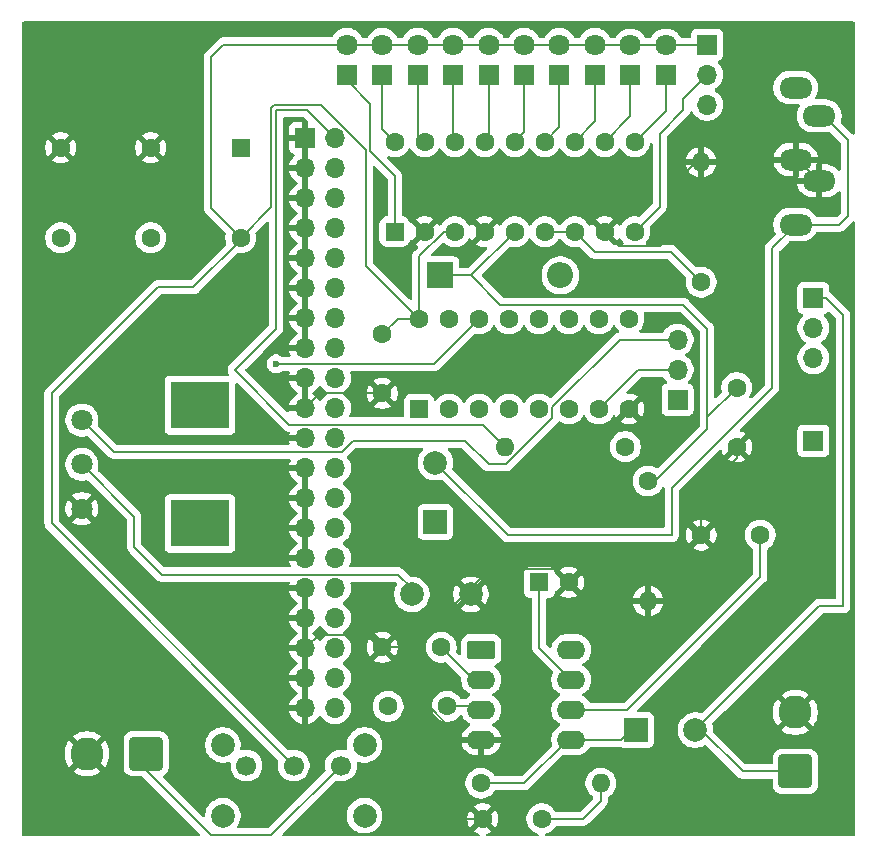
<source format=gbr>
%TF.GenerationSoftware,KiCad,Pcbnew,9.0.0*%
%TF.CreationDate,2025-04-10T20:17:47-05:00*%
%TF.ProjectId,SN76489AN_soundboard1,534e3736-3438-4394-914e-5f736f756e64,rev?*%
%TF.SameCoordinates,Original*%
%TF.FileFunction,Copper,L1,Top*%
%TF.FilePolarity,Positive*%
%FSLAX46Y46*%
G04 Gerber Fmt 4.6, Leading zero omitted, Abs format (unit mm)*
G04 Created by KiCad (PCBNEW 9.0.0) date 2025-04-10 20:17:47*
%MOMM*%
%LPD*%
G01*
G04 APERTURE LIST*
G04 Aperture macros list*
%AMRoundRect*
0 Rectangle with rounded corners*
0 $1 Rounding radius*
0 $2 $3 $4 $5 $6 $7 $8 $9 X,Y pos of 4 corners*
0 Add a 4 corners polygon primitive as box body*
4,1,4,$2,$3,$4,$5,$6,$7,$8,$9,$2,$3,0*
0 Add four circle primitives for the rounded corners*
1,1,$1+$1,$2,$3*
1,1,$1+$1,$4,$5*
1,1,$1+$1,$6,$7*
1,1,$1+$1,$8,$9*
0 Add four rect primitives between the rounded corners*
20,1,$1+$1,$2,$3,$4,$5,0*
20,1,$1+$1,$4,$5,$6,$7,0*
20,1,$1+$1,$6,$7,$8,$9,0*
20,1,$1+$1,$8,$9,$2,$3,0*%
G04 Aperture macros list end*
%TA.AperFunction,ComponentPad*%
%ADD10R,1.700000X1.700000*%
%TD*%
%TA.AperFunction,ComponentPad*%
%ADD11R,1.600000X1.600000*%
%TD*%
%TA.AperFunction,ComponentPad*%
%ADD12C,1.600000*%
%TD*%
%TA.AperFunction,ComponentPad*%
%ADD13O,1.700000X1.700000*%
%TD*%
%TA.AperFunction,ComponentPad*%
%ADD14O,1.600000X1.600000*%
%TD*%
%TA.AperFunction,ComponentPad*%
%ADD15RoundRect,0.250000X0.550000X-0.550000X0.550000X0.550000X-0.550000X0.550000X-0.550000X-0.550000X0*%
%TD*%
%TA.AperFunction,ComponentPad*%
%ADD16R,1.800000X1.800000*%
%TD*%
%TA.AperFunction,ComponentPad*%
%ADD17C,1.800000*%
%TD*%
%TA.AperFunction,ComponentPad*%
%ADD18RoundRect,0.250000X-0.950000X-0.550000X0.950000X-0.550000X0.950000X0.550000X-0.950000X0.550000X0*%
%TD*%
%TA.AperFunction,ComponentPad*%
%ADD19O,2.400000X1.600000*%
%TD*%
%TA.AperFunction,ComponentPad*%
%ADD20R,2.200000X2.200000*%
%TD*%
%TA.AperFunction,ComponentPad*%
%ADD21O,2.200000X2.200000*%
%TD*%
%TA.AperFunction,ComponentPad*%
%ADD22O,2.800000X1.800000*%
%TD*%
%TA.AperFunction,ComponentPad*%
%ADD23C,2.000000*%
%TD*%
%TA.AperFunction,ComponentPad*%
%ADD24R,2.000000X2.000000*%
%TD*%
%TA.AperFunction,ComponentPad*%
%ADD25C,1.700000*%
%TD*%
%TA.AperFunction,ComponentPad*%
%ADD26RoundRect,0.250001X1.149999X-1.149999X1.149999X1.149999X-1.149999X1.149999X-1.149999X-1.149999X0*%
%TD*%
%TA.AperFunction,ComponentPad*%
%ADD27C,2.800000*%
%TD*%
%TA.AperFunction,ComponentPad*%
%ADD28RoundRect,0.250001X1.149999X1.149999X-1.149999X1.149999X-1.149999X-1.149999X1.149999X-1.149999X0*%
%TD*%
%TA.AperFunction,WasherPad*%
%ADD29R,5.000000X4.000000*%
%TD*%
%TA.AperFunction,ViaPad*%
%ADD30C,0.600000*%
%TD*%
%TA.AperFunction,Conductor*%
%ADD31C,0.200000*%
%TD*%
G04 APERTURE END LIST*
D10*
%TO.P,J4,1,Pin_1*%
%TO.N,Net-(J4-Pin_1)*%
X127000000Y-66000000D03*
%TD*%
D11*
%TO.P,Y1,1,NC*%
%TO.N,unconnected-(Y1-NC-Pad1)*%
X78500000Y-41190000D03*
D12*
%TO.P,Y1,7,GND*%
%TO.N,GND*%
X63260000Y-41190000D03*
%TO.P,Y1,8,OUT*%
%TO.N,Net-(U4-CLOCK)*%
X63260000Y-48810000D03*
%TO.P,Y1,14,Vcc*%
%TO.N,VCC*%
X78500000Y-48810000D03*
%TD*%
D10*
%TO.P,JP2,1,A*%
%TO.N,VCC*%
X118000000Y-32475000D03*
D13*
%TO.P,JP2,2,B*%
%TO.N,Net-(SW1-B)*%
X118000000Y-35015000D03*
%TO.P,JP2,3,C*%
%TO.N,unconnected-(SW1-C-Pad3)*%
X118000000Y-37555000D03*
%TD*%
D12*
%TO.P,R3,1*%
%TO.N,Net-(C8-Pad1)*%
X98840000Y-95000000D03*
D14*
%TO.P,R3,2*%
%TO.N,Net-(C7-Pad2)*%
X109000000Y-95000000D03*
%TD*%
D11*
%TO.P,osc,1*%
%TO.N,unconnected-(Y1-NC-Pad1)*%
X78500000Y-41190000D03*
D12*
%TO.P,osc,4*%
%TO.N,GND*%
X70880000Y-41190000D03*
%TO.P,osc,5*%
%TO.N,Net-(U4-CLOCK)*%
X70880000Y-48810000D03*
%TO.P,osc,8*%
%TO.N,VCC*%
X78500000Y-48810000D03*
%TD*%
%TO.P,C3,1*%
%TO.N,Net-(C2-Pad1)*%
X91000000Y-88500000D03*
%TO.P,C3,2*%
%TO.N,Net-(U1-+)*%
X96000000Y-88500000D03*
%TD*%
D15*
%TO.P,U2,1,LED1*%
%TO.N,Net-(D1-K)*%
X91545112Y-48305000D03*
D12*
%TO.P,U2,2,V-*%
%TO.N,GND*%
X94085112Y-48305000D03*
%TO.P,U2,3,V+*%
%TO.N,VCC*%
X96625112Y-48305000D03*
%TO.P,U2,4,RLO*%
%TO.N,GND*%
X99165112Y-48305000D03*
%TO.P,U2,5,SIG*%
%TO.N,Net-(D11-K)*%
X101705112Y-48305000D03*
%TO.P,U2,6,RHI*%
%TO.N,Net-(U2-REFOUT)*%
X104245112Y-48305000D03*
%TO.P,U2,7,REFOUT*%
X106785112Y-48305000D03*
%TO.P,U2,8,REFADJ*%
%TO.N,GND*%
X109325112Y-48305000D03*
%TO.P,U2,9,MODE*%
%TO.N,Net-(SW1-B)*%
X111865112Y-48305000D03*
%TO.P,U2,10,LED10*%
%TO.N,Net-(D10-K)*%
X111865112Y-40685000D03*
%TO.P,U2,11,LED9*%
%TO.N,Net-(D9-K)*%
X109325112Y-40685000D03*
%TO.P,U2,12,LED8*%
%TO.N,Net-(D8-K)*%
X106785112Y-40685000D03*
%TO.P,U2,13,LED7*%
%TO.N,Net-(D7-K)*%
X104245112Y-40685000D03*
%TO.P,U2,14,LED6*%
%TO.N,Net-(D6-K)*%
X101705112Y-40685000D03*
%TO.P,U2,15,LED5*%
%TO.N,Net-(D5-K)*%
X99165112Y-40685000D03*
%TO.P,U2,16,LED4*%
%TO.N,Net-(D4-K)*%
X96625112Y-40685000D03*
%TO.P,U2,17,LED3*%
%TO.N,Net-(D3-K)*%
X94085112Y-40685000D03*
%TO.P,U2,18,LED2*%
%TO.N,Net-(D2-K)*%
X91545112Y-40685000D03*
%TD*%
D16*
%TO.P,D10,1,K*%
%TO.N,Net-(D10-K)*%
X114500000Y-35040000D03*
D17*
%TO.P,D10,2,A*%
%TO.N,VCC*%
X114500000Y-32500000D03*
%TD*%
D18*
%TO.P,U1,1,GAIN*%
%TO.N,unconnected-(U1-GAIN-Pad1)*%
X98880000Y-83690000D03*
D19*
%TO.P,U1,2,-*%
%TO.N,Net-(U1--)*%
X98880000Y-86230000D03*
%TO.P,U1,3,+*%
%TO.N,Net-(U1-+)*%
X98880000Y-88770000D03*
%TO.P,U1,4,GND*%
%TO.N,GND*%
X98880000Y-91310000D03*
%TO.P,U1,5*%
%TO.N,Net-(C8-Pad1)*%
X106500000Y-91310000D03*
%TO.P,U1,6,V+*%
%TO.N,VCC*%
X106500000Y-88770000D03*
%TO.P,U1,7,BYPASS*%
%TO.N,Net-(U1-BYPASS)*%
X106500000Y-86230000D03*
%TO.P,U1,8,GAIN*%
%TO.N,unconnected-(U1-GAIN-Pad8)*%
X106500000Y-83690000D03*
%TD*%
D20*
%TO.P,D11,1,K*%
%TO.N,Net-(D11-K)*%
X95420000Y-52000000D03*
D21*
%TO.P,D11,2,A*%
%TO.N,Net-(D11-A)*%
X105580000Y-52000000D03*
%TD*%
D12*
%TO.P,R2,1*%
%TO.N,VCC*%
X111080000Y-66500000D03*
D14*
%TO.P,R2,2*%
%TO.N,/A_STROBE*%
X100920000Y-66500000D03*
%TD*%
D22*
%TO.P,J3,R*%
%TO.N,GND*%
X127500000Y-44000000D03*
%TO.P,J3,RN*%
X125500000Y-42200000D03*
%TO.P,J3,S*%
%TO.N,N/C*%
X125500000Y-36100000D03*
%TO.P,J3,T*%
%TO.N,Net-(C1-Pad2)*%
X127500000Y-38500000D03*
%TO.P,J3,TN*%
X125500000Y-47700000D03*
%TD*%
D11*
%TO.P,C6,1*%
%TO.N,Net-(U1-BYPASS)*%
X103794888Y-78000000D03*
D12*
%TO.P,C6,2*%
%TO.N,GND*%
X106294888Y-78000000D03*
%TD*%
%TO.P,C4,1*%
%TO.N,GND*%
X90500000Y-83500000D03*
%TO.P,C4,2*%
%TO.N,Net-(U1--)*%
X95500000Y-83500000D03*
%TD*%
D23*
%TO.P,C2,1*%
%TO.N,Net-(C2-Pad1)*%
X93000000Y-79000000D03*
%TO.P,C2,2*%
%TO.N,GND*%
X98000000Y-79000000D03*
%TD*%
D16*
%TO.P,D3,1,K*%
%TO.N,Net-(D3-K)*%
X93500000Y-35000000D03*
D17*
%TO.P,D3,2,A*%
%TO.N,VCC*%
X93500000Y-32460000D03*
%TD*%
D15*
%TO.P,U4,1,D2*%
%TO.N,/A_D5*%
X93610000Y-63305000D03*
D12*
%TO.P,U4,2,D1*%
%TO.N,/A_D6*%
X96150000Y-63305000D03*
%TO.P,U4,3,D0*%
%TO.N,/A_D7*%
X98690000Y-63305000D03*
%TO.P,U4,4,READY*%
%TO.N,/A_STROBE*%
X101230000Y-63305000D03*
%TO.P,U4,5,~{WE}*%
%TO.N,/A_RDY*%
X103770000Y-63305000D03*
%TO.P,U4,6,~{OE}*%
X106310000Y-63305000D03*
%TO.P,U4,7,AUDIO*%
%TO.N,Net-(JP1-C)*%
X108850000Y-63305000D03*
%TO.P,U4,8,GND*%
%TO.N,GND*%
X111390000Y-63305000D03*
%TO.P,U4,9,N.C.*%
%TO.N,unconnected-(U4-N.C.-Pad9)*%
X111390000Y-55685000D03*
%TO.P,U4,10,D7*%
%TO.N,/A_D0*%
X108850000Y-55685000D03*
%TO.P,U4,11,D6*%
%TO.N,/A_D1*%
X106310000Y-55685000D03*
%TO.P,U4,12,D5*%
%TO.N,/A_D2*%
X103770000Y-55685000D03*
%TO.P,U4,13,D4*%
%TO.N,/A_D3*%
X101230000Y-55685000D03*
%TO.P,U4,14,CLOCK*%
%TO.N,Net-(U4-CLOCK)*%
X98690000Y-55685000D03*
%TO.P,U4,15,D3*%
%TO.N,/A_D4*%
X96150000Y-55685000D03*
%TO.P,U4,16,VCC*%
%TO.N,VCC*%
X93610000Y-55685000D03*
%TD*%
%TO.P,R1,1*%
%TO.N,Net-(D11-K)*%
X113000000Y-69420000D03*
D14*
%TO.P,R1,2*%
%TO.N,GND*%
X113000000Y-79580000D03*
%TD*%
D12*
%TO.P,C9,1*%
%TO.N,Net-(D11-K)*%
X120500000Y-61500000D03*
%TO.P,C9,2*%
%TO.N,GND*%
X120500000Y-66500000D03*
%TD*%
D24*
%TO.P,C8,1*%
%TO.N,Net-(C8-Pad1)*%
X112000000Y-90500000D03*
D23*
%TO.P,C8,2*%
%TO.N,Net-(J1-Pin_1)*%
X117000000Y-90500000D03*
%TD*%
%TO.P,SW3,*%
%TO.N,*%
X77000000Y-91750000D03*
X77000000Y-97750000D03*
X89000000Y-91750000D03*
X89000000Y-97750000D03*
D25*
%TO.P,SW3,1,A*%
%TO.N,unconnected-(SW3-A-Pad1)*%
X79000000Y-93500000D03*
%TO.P,SW3,2,B*%
%TO.N,VCC*%
X83000000Y-93500000D03*
%TO.P,SW3,3,C*%
%TO.N,Net-(J5-Pin_1)*%
X87000000Y-93500000D03*
%TD*%
D26*
%TO.P,J1,1,Pin_1*%
%TO.N,Net-(J1-Pin_1)*%
X125467500Y-94000000D03*
D27*
%TO.P,J1,2,Pin_2*%
%TO.N,GND*%
X125467500Y-89000000D03*
%TD*%
D28*
%TO.P,J5,1,Pin_1*%
%TO.N,Net-(J5-Pin_1)*%
X70500000Y-92500000D03*
D27*
%TO.P,J5,2,Pin_2*%
%TO.N,GND*%
X65500000Y-92500000D03*
%TD*%
D12*
%TO.P,R4,1*%
%TO.N,Net-(U2-REFOUT)*%
X117500000Y-52580000D03*
D14*
%TO.P,R4,2*%
%TO.N,GND*%
X117500000Y-42420000D03*
%TD*%
D16*
%TO.P,D2,1,K*%
%TO.N,Net-(D2-K)*%
X90500000Y-35000000D03*
D17*
%TO.P,D2,2,A*%
%TO.N,VCC*%
X90500000Y-32460000D03*
%TD*%
D12*
%TO.P,C10,1*%
%TO.N,VCC*%
X90500000Y-57000000D03*
%TO.P,C10,2*%
%TO.N,GND*%
X90500000Y-62000000D03*
%TD*%
D10*
%TO.P,JP1,1,A*%
%TO.N,Net-(JP1-A)*%
X115500000Y-62525000D03*
D13*
%TO.P,JP1,2,C*%
%TO.N,Net-(JP1-C)*%
X115500000Y-59985000D03*
%TO.P,JP1,3,B*%
%TO.N,Net-(JP1-B)*%
X115500000Y-57445000D03*
%TD*%
D16*
%TO.P,D8,1,K*%
%TO.N,Net-(D8-K)*%
X108500000Y-35000000D03*
D17*
%TO.P,D8,2,A*%
%TO.N,VCC*%
X108500000Y-32460000D03*
%TD*%
D16*
%TO.P,D6,1,K*%
%TO.N,Net-(D6-K)*%
X102500000Y-35000000D03*
D17*
%TO.P,D6,2,A*%
%TO.N,VCC*%
X102500000Y-32460000D03*
%TD*%
D16*
%TO.P,D7,1,K*%
%TO.N,Net-(D7-K)*%
X105500000Y-35000000D03*
D17*
%TO.P,D7,2,A*%
%TO.N,VCC*%
X105500000Y-32460000D03*
%TD*%
D10*
%TO.P,JP3,1,A*%
%TO.N,Net-(J1-Pin_1)*%
X127000000Y-53920000D03*
D13*
%TO.P,JP3,2,B*%
%TO.N,Net-(D11-A)*%
X127000000Y-56460000D03*
%TO.P,JP3,3,C*%
%TO.N,Net-(J4-Pin_1)*%
X127000000Y-59000000D03*
%TD*%
D16*
%TO.P,D4,1,K*%
%TO.N,Net-(D4-K)*%
X96500000Y-35000000D03*
D17*
%TO.P,D4,2,A*%
%TO.N,VCC*%
X96500000Y-32460000D03*
%TD*%
D16*
%TO.P,D9,1,K*%
%TO.N,Net-(D9-K)*%
X111500000Y-35040000D03*
D17*
%TO.P,D9,2,A*%
%TO.N,VCC*%
X111500000Y-32500000D03*
%TD*%
D24*
%TO.P,C1,1*%
%TO.N,Net-(JP1-A)*%
X95000000Y-72867677D03*
D23*
%TO.P,C1,2*%
%TO.N,Net-(C1-Pad2)*%
X95000000Y-67867677D03*
%TD*%
D12*
%TO.P,C7,1*%
%TO.N,GND*%
X99000000Y-98000000D03*
%TO.P,C7,2*%
%TO.N,Net-(C7-Pad2)*%
X104000000Y-98000000D03*
%TD*%
%TO.P,C5,1*%
%TO.N,VCC*%
X122500000Y-74000000D03*
%TO.P,C5,2*%
%TO.N,GND*%
X117500000Y-74000000D03*
%TD*%
D16*
%TO.P,D5,1,K*%
%TO.N,Net-(D5-K)*%
X99500000Y-35000000D03*
D17*
%TO.P,D5,2,A*%
%TO.N,VCC*%
X99500000Y-32460000D03*
%TD*%
D16*
%TO.P,D1,1,K*%
%TO.N,Net-(D1-K)*%
X87500000Y-35000000D03*
D17*
%TO.P,D1,2,A*%
%TO.N,VCC*%
X87500000Y-32460000D03*
%TD*%
D29*
%TO.P,RV1,*%
%TO.N,*%
X75062500Y-63000000D03*
X75062500Y-73000000D03*
D17*
%TO.P,RV1,1,1*%
%TO.N,Net-(JP1-B)*%
X65062500Y-64250000D03*
%TO.P,RV1,2,2*%
%TO.N,Net-(C2-Pad1)*%
X65062500Y-68000000D03*
%TO.P,RV1,3,3*%
%TO.N,GND*%
X65062500Y-71750000D03*
%TD*%
D10*
%TO.P,J2,1,Pin_1*%
%TO.N,GND*%
X83960000Y-40380000D03*
D13*
%TO.P,J2,2,Pin_2*%
%TO.N,/A_STROBE*%
X86500000Y-40380000D03*
%TO.P,J2,3,Pin_3*%
%TO.N,GND*%
X83960000Y-42920000D03*
%TO.P,J2,4,Pin_4*%
%TO.N,/A_RDY*%
X86500000Y-42920000D03*
%TO.P,J2,5,Pin_5*%
%TO.N,GND*%
X83960000Y-45460000D03*
%TO.P,J2,6,Pin_6*%
%TO.N,/A_D0*%
X86500000Y-45460000D03*
%TO.P,J2,7,Pin_7*%
%TO.N,GND*%
X83960000Y-48000000D03*
%TO.P,J2,8,Pin_8*%
%TO.N,/A_D1*%
X86500000Y-48000000D03*
%TO.P,J2,9,Pin_9*%
%TO.N,GND*%
X83960000Y-50540000D03*
%TO.P,J2,10,Pin_10*%
%TO.N,/A_D2*%
X86500000Y-50540000D03*
%TO.P,J2,11,Pin_11*%
%TO.N,GND*%
X83960000Y-53080000D03*
%TO.P,J2,12,Pin_12*%
%TO.N,/A_D3*%
X86500000Y-53080000D03*
%TO.P,J2,13,Pin_13*%
%TO.N,GND*%
X83960000Y-55620000D03*
%TO.P,J2,14,Pin_14*%
%TO.N,/A_D4*%
X86500000Y-55620000D03*
%TO.P,J2,15,Pin_15*%
%TO.N,GND*%
X83960000Y-58160000D03*
%TO.P,J2,16,Pin_16*%
%TO.N,/A_D5*%
X86500000Y-58160000D03*
%TO.P,J2,17,Pin_17*%
%TO.N,GND*%
X83960000Y-60700000D03*
%TO.P,J2,18,Pin_18*%
%TO.N,/A_D6*%
X86500000Y-60700000D03*
%TO.P,J2,19,Pin_19*%
%TO.N,GND*%
X83960000Y-63240000D03*
%TO.P,J2,20,Pin_20*%
%TO.N,/A_D7*%
X86500000Y-63240000D03*
%TO.P,J2,21,Pin_21*%
%TO.N,GND*%
X83960000Y-65780000D03*
%TO.P,J2,22,Pin_22*%
%TO.N,unconnected-(J2-Pin_22-Pad22)*%
X86500000Y-65780000D03*
%TO.P,J2,23,Pin_23*%
%TO.N,GND*%
X83960000Y-68320000D03*
%TO.P,J2,24,Pin_24*%
%TO.N,unconnected-(J2-Pin_24-Pad24)*%
X86500000Y-68320000D03*
%TO.P,J2,25,Pin_25*%
%TO.N,GND*%
X83960000Y-70860000D03*
%TO.P,J2,26,Pin_26*%
%TO.N,unconnected-(J2-Pin_26-Pad26)*%
X86500000Y-70860000D03*
%TO.P,J2,27,Pin_27*%
%TO.N,GND*%
X83960000Y-73400000D03*
%TO.P,J2,28,Pin_28*%
%TO.N,unconnected-(J2-Pin_28-Pad28)*%
X86500000Y-73400000D03*
%TO.P,J2,29,Pin_29*%
%TO.N,GND*%
X83960000Y-75940000D03*
%TO.P,J2,30,Pin_30*%
%TO.N,unconnected-(J2-Pin_30-Pad30)*%
X86500000Y-75940000D03*
%TO.P,J2,31,Pin_31*%
%TO.N,GND*%
X83960000Y-78480000D03*
%TO.P,J2,32,Pin_32*%
%TO.N,unconnected-(J2-Pin_32-Pad32)*%
X86500000Y-78480000D03*
%TO.P,J2,33,Pin_33*%
%TO.N,GND*%
X83960000Y-81020000D03*
%TO.P,J2,34,Pin_34*%
%TO.N,unconnected-(J2-Pin_34-Pad34)*%
X86500000Y-81020000D03*
%TO.P,J2,35,Pin_35*%
%TO.N,GND*%
X83960000Y-83560000D03*
%TO.P,J2,36,Pin_36*%
%TO.N,unconnected-(J2-Pin_36-Pad36)*%
X86500000Y-83560000D03*
%TO.P,J2,37,Pin_37*%
%TO.N,GND*%
X83960000Y-86100000D03*
%TO.P,J2,38,Pin_38*%
%TO.N,unconnected-(J2-Pin_38-Pad38)*%
X86500000Y-86100000D03*
%TO.P,J2,39,Pin_39*%
%TO.N,GND*%
X83960000Y-88640000D03*
%TO.P,J2,40,Pin_40*%
%TO.N,unconnected-(J2-Pin_40-Pad40)*%
X86500000Y-88640000D03*
%TD*%
D30*
%TO.N,Net-(U4-CLOCK)*%
X81500000Y-59500000D03*
%TD*%
D31*
%TO.N,Net-(C1-Pad2)*%
X95000000Y-67867677D02*
X101132323Y-74000000D01*
X123500000Y-61500000D02*
X123500000Y-60500000D01*
X125500000Y-47700000D02*
X123500000Y-49700000D01*
X115000000Y-70000000D02*
X123500000Y-61500000D01*
X101132323Y-74000000D02*
X115000000Y-74000000D01*
X127899000Y-38500000D02*
X127500000Y-38500000D01*
X129199000Y-47700000D02*
X129899000Y-47000000D01*
X129899000Y-40500000D02*
X127899000Y-38500000D01*
X123500000Y-60000000D02*
X123500000Y-50000000D01*
X123500000Y-49700000D02*
X123500000Y-50000000D01*
X125500000Y-47700000D02*
X129199000Y-47700000D01*
X123500000Y-60500000D02*
X123500000Y-60000000D01*
X129899000Y-47000000D02*
X129899000Y-40500000D01*
X115000000Y-74000000D02*
X115000000Y-70000000D01*
%TO.N,Net-(C2-Pad1)*%
X69500000Y-75000000D02*
X69500000Y-72437500D01*
X93000000Y-78500000D02*
X91829000Y-77329000D01*
X71829000Y-77329000D02*
X69500000Y-75000000D01*
X69500000Y-72437500D02*
X65062500Y-68000000D01*
X91829000Y-77329000D02*
X71829000Y-77329000D01*
%TO.N,GND*%
X85200000Y-62000000D02*
X83960000Y-63240000D01*
X125700000Y-42200000D02*
X127500000Y-44000000D01*
X93000000Y-83500000D02*
X91000000Y-83500000D01*
X93500000Y-84000000D02*
X93000000Y-83500000D01*
X97500000Y-98000000D02*
X99000000Y-98000000D01*
X120500000Y-67500000D02*
X117500000Y-70500000D01*
X96000000Y-92500000D02*
X96000000Y-96500000D01*
X91000000Y-83500000D02*
X89909000Y-82409000D01*
X120500000Y-66500000D02*
X120500000Y-67500000D01*
X98880000Y-91310000D02*
X97252950Y-91310000D01*
X114000000Y-49500000D02*
X110520112Y-49500000D01*
X115000000Y-48500000D02*
X114000000Y-49500000D01*
X110520112Y-49500000D02*
X109325112Y-48305000D01*
X125500000Y-42200000D02*
X125700000Y-42200000D01*
X106294888Y-78000000D02*
X105193888Y-76899000D01*
X99601000Y-76899000D02*
X98000000Y-78500000D01*
X89909000Y-82409000D02*
X85111000Y-82409000D01*
X85111000Y-82409000D02*
X83960000Y-83560000D01*
X117500000Y-70500000D02*
X117500000Y-74000000D01*
X105193888Y-76899000D02*
X99601000Y-76899000D01*
X117720000Y-42200000D02*
X117500000Y-42420000D01*
X96000000Y-96500000D02*
X97500000Y-98000000D01*
X117500000Y-42420000D02*
X117080000Y-42420000D01*
X117080000Y-42420000D02*
X115000000Y-44500000D01*
X93500000Y-87557050D02*
X93500000Y-84000000D01*
X125500000Y-42200000D02*
X117720000Y-42200000D01*
X97252950Y-91310000D02*
X93500000Y-87557050D01*
X93500000Y-83000000D02*
X93000000Y-83500000D01*
X97190000Y-91310000D02*
X96000000Y-92500000D01*
X115000000Y-44500000D02*
X115000000Y-48500000D01*
X98880000Y-91310000D02*
X97190000Y-91310000D01*
X98000000Y-78500000D02*
X93500000Y-83000000D01*
X90500000Y-62000000D02*
X85200000Y-62000000D01*
%TO.N,Net-(U1-+)*%
X98610000Y-88500000D02*
X98880000Y-88770000D01*
X96000000Y-88500000D02*
X98610000Y-88500000D01*
%TO.N,Net-(U1--)*%
X98880000Y-86230000D02*
X98230000Y-86230000D01*
X98230000Y-86230000D02*
X95500000Y-83500000D01*
X95500000Y-83000000D02*
X95650000Y-83000000D01*
%TO.N,VCC*%
X78500000Y-48810000D02*
X81099000Y-46211000D01*
X81099000Y-46211000D02*
X81099000Y-37833900D01*
X78500000Y-48810000D02*
X76000000Y-46310000D01*
X62500000Y-73000000D02*
X62500000Y-62000000D01*
X85346760Y-37599000D02*
X89099000Y-41351240D01*
X81099000Y-37833900D02*
X81333900Y-37599000D01*
X89099000Y-51174000D02*
X93610000Y-55685000D01*
X71500000Y-53000000D02*
X74500000Y-53000000D01*
X93610000Y-50390000D02*
X93610000Y-55685000D01*
X81333900Y-37599000D02*
X85346760Y-37599000D01*
X88000000Y-32500000D02*
X114500000Y-32500000D01*
X95695000Y-48305000D02*
X93610000Y-50390000D01*
X87500000Y-32460000D02*
X77040000Y-32460000D01*
X114500000Y-32500000D02*
X115000000Y-32500000D01*
X62500000Y-62000000D02*
X71500000Y-53000000D01*
X115000000Y-32500000D02*
X115025000Y-32475000D01*
X93610000Y-55685000D02*
X91815000Y-55685000D01*
X96625112Y-48305000D02*
X95695000Y-48305000D01*
X83000000Y-93500000D02*
X62500000Y-73000000D01*
X91815000Y-55685000D02*
X90500000Y-57000000D01*
X74500000Y-53000000D02*
X78500000Y-49000000D01*
X106500000Y-88770000D02*
X111230000Y-88770000D01*
X76000000Y-46310000D02*
X76000000Y-33500000D01*
X87500000Y-32460000D02*
X87960000Y-32460000D01*
X111230000Y-88770000D02*
X122500000Y-77500000D01*
X87960000Y-32460000D02*
X88000000Y-32500000D01*
X115025000Y-32475000D02*
X118000000Y-32475000D01*
X89099000Y-41351240D02*
X89099000Y-51174000D01*
X78500000Y-49000000D02*
X78500000Y-48810000D01*
X77040000Y-32460000D02*
X76000000Y-33500000D01*
X122500000Y-77500000D02*
X122500000Y-74000000D01*
%TO.N,Net-(U1-BYPASS)*%
X103794888Y-83524888D02*
X106500000Y-86230000D01*
X103794888Y-78000000D02*
X103794888Y-83524888D01*
%TO.N,Net-(C7-Pad2)*%
X109000000Y-95000000D02*
X109000000Y-96500000D01*
X109000000Y-96500000D02*
X107500000Y-98000000D01*
X107500000Y-98000000D02*
X104000000Y-98000000D01*
%TO.N,Net-(C8-Pad1)*%
X111500000Y-90500000D02*
X110690000Y-91310000D01*
X110690000Y-91310000D02*
X106500000Y-91310000D01*
X112000000Y-90500000D02*
X111500000Y-90500000D01*
X102500000Y-95000000D02*
X98840000Y-95000000D01*
X106500000Y-91310000D02*
X106190000Y-91310000D01*
X106190000Y-91310000D02*
X102500000Y-95000000D01*
%TO.N,Net-(J1-Pin_1)*%
X129500000Y-80000000D02*
X127500000Y-80000000D01*
X129500000Y-55370000D02*
X129500000Y-80000000D01*
X117500000Y-90500000D02*
X121000000Y-94000000D01*
X128050000Y-53920000D02*
X129500000Y-55370000D01*
X127000000Y-53920000D02*
X128050000Y-53920000D01*
X117000000Y-90500000D02*
X117500000Y-90500000D01*
X127500000Y-80000000D02*
X117000000Y-90500000D01*
X121000000Y-94000000D02*
X126000000Y-94000000D01*
%TO.N,Net-(D11-K)*%
X118000000Y-64000000D02*
X118000000Y-65000000D01*
X116000000Y-54500000D02*
X118000000Y-56500000D01*
X100500000Y-54489888D02*
X100500000Y-54500000D01*
X98010112Y-52000000D02*
X95420000Y-52000000D01*
X101705112Y-48305000D02*
X98010112Y-52000000D01*
X118000000Y-65000000D02*
X113580000Y-69420000D01*
X100500000Y-54500000D02*
X116000000Y-54500000D01*
X98010112Y-52000000D02*
X100500000Y-54489888D01*
X118000000Y-56500000D02*
X118000000Y-65000000D01*
X120500000Y-61500000D02*
X118000000Y-64000000D01*
X113580000Y-69420000D02*
X113000000Y-69420000D01*
%TO.N,Net-(D1-K)*%
X89500000Y-37500000D02*
X89500000Y-41500000D01*
X87500000Y-35000000D02*
X87500000Y-35500000D01*
X91545112Y-43545112D02*
X91545112Y-48305000D01*
X89500000Y-41500000D02*
X91545112Y-43545112D01*
X87500000Y-35500000D02*
X89500000Y-37500000D01*
%TO.N,Net-(D2-K)*%
X90500000Y-35000000D02*
X90500000Y-39639888D01*
X90500000Y-39639888D02*
X91545112Y-40685000D01*
%TO.N,Net-(D3-K)*%
X93500000Y-35000000D02*
X93500000Y-40099888D01*
X93500000Y-40099888D02*
X94085112Y-40685000D01*
%TO.N,Net-(D4-K)*%
X96500000Y-35000000D02*
X96500000Y-40559888D01*
X96500000Y-40559888D02*
X96625112Y-40685000D01*
%TO.N,Net-(D5-K)*%
X99500000Y-40350112D02*
X99165112Y-40685000D01*
X99500000Y-35000000D02*
X99500000Y-40350112D01*
%TO.N,Net-(D6-K)*%
X102500000Y-39890112D02*
X101705112Y-40685000D01*
X102500000Y-35000000D02*
X102500000Y-39890112D01*
%TO.N,Net-(D7-K)*%
X105500000Y-39430112D02*
X104245112Y-40685000D01*
X105500000Y-35000000D02*
X105500000Y-39430112D01*
%TO.N,Net-(D8-K)*%
X108500000Y-38970112D02*
X106785112Y-40685000D01*
X108500000Y-35000000D02*
X108500000Y-38970112D01*
%TO.N,Net-(D9-K)*%
X111500000Y-38510112D02*
X109325112Y-40685000D01*
X111500000Y-35040000D02*
X111500000Y-38510112D01*
%TO.N,Net-(D10-K)*%
X114500000Y-38050112D02*
X111865112Y-40685000D01*
X114500000Y-35040000D02*
X114500000Y-38050112D01*
%TO.N,/A_STROBE*%
X84120000Y-38000000D02*
X86500000Y-40380000D01*
X81500000Y-38000000D02*
X84120000Y-38000000D01*
X78000000Y-60000000D02*
X81500000Y-56500000D01*
X81500000Y-56500000D02*
X81500000Y-38000000D01*
X99049000Y-64629000D02*
X82629000Y-64629000D01*
X82629000Y-64629000D02*
X78000000Y-60000000D01*
X100920000Y-66500000D02*
X99049000Y-64629000D01*
%TO.N,Net-(J5-Pin_1)*%
X70500000Y-93899999D02*
X75999001Y-99399000D01*
X75999001Y-99399000D02*
X81101000Y-99399000D01*
X81101000Y-99399000D02*
X87000000Y-93500000D01*
X70500000Y-92500000D02*
X70500000Y-93899999D01*
%TO.N,Net-(JP1-B)*%
X104871000Y-63186950D02*
X110612950Y-57445000D01*
X87069000Y-66931000D02*
X88000000Y-66000000D01*
X100977050Y-68000000D02*
X104871000Y-64106050D01*
X65062500Y-64250000D02*
X67743500Y-66931000D01*
X104871000Y-64106050D02*
X104871000Y-63186950D01*
X97500000Y-66000000D02*
X99500000Y-68000000D01*
X88000000Y-66000000D02*
X97500000Y-66000000D01*
X99500000Y-68000000D02*
X100977050Y-68000000D01*
X67743500Y-66931000D02*
X87069000Y-66931000D01*
X110612950Y-57445000D02*
X115500000Y-57445000D01*
%TO.N,Net-(JP1-C)*%
X108850000Y-63305000D02*
X112170000Y-59985000D01*
X112170000Y-59985000D02*
X115500000Y-59985000D01*
%TO.N,Net-(U2-REFOUT)*%
X114920000Y-50000000D02*
X117500000Y-52580000D01*
X108480112Y-50000000D02*
X114920000Y-50000000D01*
X106785112Y-48305000D02*
X108480112Y-50000000D01*
X104245112Y-48305000D02*
X106785112Y-48305000D01*
%TO.N,Net-(SW1-B)*%
X111865112Y-48305000D02*
X114000000Y-46170112D01*
X114000000Y-46170112D02*
X114000000Y-40000000D01*
X114000000Y-40000000D02*
X116000000Y-38000000D01*
X116000000Y-37000000D02*
X116015000Y-37000000D01*
X116015000Y-37000000D02*
X118000000Y-35015000D01*
X116000000Y-38000000D02*
X116000000Y-37000000D01*
%TO.N,Net-(U4-CLOCK)*%
X94875000Y-59500000D02*
X81500000Y-59500000D01*
X98690000Y-55685000D02*
X94875000Y-59500000D01*
%TD*%
%TA.AperFunction,Conductor*%
%TO.N,GND*%
G36*
X130442539Y-30520185D02*
G01*
X130488294Y-30572989D01*
X130499500Y-30624500D01*
X130499500Y-39951901D01*
X130493262Y-39973143D01*
X130491684Y-39995230D01*
X130483609Y-40006016D01*
X130479815Y-40018940D01*
X130463083Y-40033437D01*
X130449814Y-40051165D01*
X130437191Y-40055873D01*
X130427011Y-40064695D01*
X130405097Y-40067845D01*
X130384351Y-40075585D01*
X130371186Y-40072721D01*
X130357853Y-40074639D01*
X130337713Y-40065441D01*
X130316078Y-40060736D01*
X130298345Y-40047462D01*
X130294297Y-40045614D01*
X130287828Y-40039590D01*
X130287822Y-40039586D01*
X130267716Y-40019480D01*
X130267713Y-40019478D01*
X129348669Y-39100434D01*
X129315184Y-39039111D01*
X129318418Y-38974439D01*
X129366015Y-38827951D01*
X129400500Y-38610222D01*
X129400500Y-38389778D01*
X129366015Y-38172049D01*
X129297895Y-37962394D01*
X129297895Y-37962393D01*
X129263237Y-37894375D01*
X129197815Y-37765978D01*
X129121753Y-37661287D01*
X129068247Y-37587641D01*
X129068243Y-37587636D01*
X128912363Y-37431756D01*
X128912358Y-37431752D01*
X128734025Y-37302187D01*
X128734024Y-37302186D01*
X128734022Y-37302185D01*
X128671096Y-37270122D01*
X128537606Y-37202104D01*
X128537603Y-37202103D01*
X128327952Y-37133985D01*
X128219086Y-37116742D01*
X128110222Y-37099500D01*
X128110221Y-37099500D01*
X127248298Y-37099500D01*
X127181259Y-37079815D01*
X127135504Y-37027011D01*
X127125560Y-36957853D01*
X127147980Y-36902615D01*
X127188252Y-36847184D01*
X127197815Y-36834022D01*
X127297895Y-36637606D01*
X127366015Y-36427951D01*
X127400500Y-36210222D01*
X127400500Y-35989778D01*
X127366015Y-35772049D01*
X127297895Y-35562394D01*
X127297895Y-35562393D01*
X127238482Y-35445791D01*
X127197815Y-35365978D01*
X127172576Y-35331239D01*
X127068247Y-35187641D01*
X127068243Y-35187636D01*
X126912363Y-35031756D01*
X126912358Y-35031752D01*
X126734025Y-34902187D01*
X126734024Y-34902186D01*
X126734022Y-34902185D01*
X126671096Y-34870122D01*
X126537606Y-34802104D01*
X126537603Y-34802103D01*
X126327952Y-34733985D01*
X126219086Y-34716742D01*
X126110222Y-34699500D01*
X124889778Y-34699500D01*
X124817201Y-34710995D01*
X124672047Y-34733985D01*
X124462396Y-34802103D01*
X124462393Y-34802104D01*
X124265974Y-34902187D01*
X124087641Y-35031752D01*
X124087636Y-35031756D01*
X123931756Y-35187636D01*
X123931752Y-35187641D01*
X123802187Y-35365974D01*
X123702104Y-35562393D01*
X123702103Y-35562396D01*
X123633985Y-35772047D01*
X123633985Y-35772049D01*
X123599500Y-35989778D01*
X123599500Y-36210222D01*
X123613331Y-36297546D01*
X123633985Y-36427952D01*
X123702103Y-36637603D01*
X123702104Y-36637606D01*
X123802187Y-36834025D01*
X123931752Y-37012358D01*
X123931756Y-37012363D01*
X124087636Y-37168243D01*
X124087641Y-37168247D01*
X124243192Y-37281260D01*
X124265978Y-37297815D01*
X124394375Y-37363237D01*
X124462393Y-37397895D01*
X124462396Y-37397896D01*
X124566597Y-37431752D01*
X124672049Y-37466015D01*
X124889778Y-37500500D01*
X125751702Y-37500500D01*
X125818741Y-37520185D01*
X125864496Y-37572989D01*
X125874440Y-37642147D01*
X125852020Y-37697385D01*
X125802187Y-37765974D01*
X125702104Y-37962393D01*
X125702103Y-37962396D01*
X125633985Y-38172047D01*
X125599500Y-38389778D01*
X125599500Y-38610221D01*
X125633985Y-38827952D01*
X125702103Y-39037603D01*
X125702104Y-39037606D01*
X125749189Y-39130013D01*
X125793865Y-39217694D01*
X125802187Y-39234025D01*
X125931752Y-39412358D01*
X125931756Y-39412363D01*
X126087636Y-39568243D01*
X126087641Y-39568247D01*
X126143099Y-39608539D01*
X126265978Y-39697815D01*
X126380562Y-39756199D01*
X126462393Y-39797895D01*
X126462396Y-39797896D01*
X126567221Y-39831955D01*
X126672049Y-39866015D01*
X126889778Y-39900500D01*
X126889779Y-39900500D01*
X128110221Y-39900500D01*
X128110222Y-39900500D01*
X128327951Y-39866015D01*
X128327959Y-39866012D01*
X128331248Y-39865223D01*
X128332543Y-39865287D01*
X128332763Y-39865253D01*
X128332770Y-39865299D01*
X128401031Y-39868712D01*
X128447880Y-39898115D01*
X129262181Y-40712416D01*
X129295666Y-40773739D01*
X129298500Y-40800097D01*
X129298500Y-43023777D01*
X129278815Y-43090816D01*
X129226011Y-43136571D01*
X129156853Y-43146515D01*
X129093297Y-43117490D01*
X129074183Y-43096664D01*
X129067860Y-43087961D01*
X128912041Y-42932142D01*
X128733760Y-42802613D01*
X128537410Y-42702567D01*
X128327835Y-42634473D01*
X128110181Y-42600000D01*
X127750000Y-42600000D01*
X127750000Y-43500000D01*
X127250000Y-43500000D01*
X127250000Y-42594000D01*
X127269685Y-42526961D01*
X127322489Y-42481206D01*
X127374000Y-42470000D01*
X127374687Y-42470000D01*
X127374687Y-42469999D01*
X127377855Y-42450000D01*
X126433012Y-42450000D01*
X126465925Y-42392993D01*
X126500000Y-42265826D01*
X126500000Y-42134174D01*
X126465925Y-42007007D01*
X126433012Y-41950000D01*
X127377855Y-41950000D01*
X127365526Y-41872164D01*
X127365526Y-41872161D01*
X127297432Y-41662589D01*
X127197386Y-41466239D01*
X127067857Y-41287958D01*
X126912041Y-41132142D01*
X126733760Y-41002613D01*
X126537410Y-40902567D01*
X126327835Y-40834473D01*
X126110181Y-40800000D01*
X125750000Y-40800000D01*
X125750000Y-41700000D01*
X125250000Y-41700000D01*
X125250000Y-40800000D01*
X124889819Y-40800000D01*
X124672164Y-40834473D01*
X124462589Y-40902567D01*
X124266239Y-41002613D01*
X124087958Y-41132142D01*
X123932142Y-41287958D01*
X123802613Y-41466239D01*
X123702567Y-41662589D01*
X123634473Y-41872161D01*
X123634473Y-41872164D01*
X123622145Y-41950000D01*
X124566988Y-41950000D01*
X124534075Y-42007007D01*
X124500000Y-42134174D01*
X124500000Y-42265826D01*
X124534075Y-42392993D01*
X124566988Y-42450000D01*
X123622145Y-42450000D01*
X123634473Y-42527835D01*
X123634473Y-42527838D01*
X123702567Y-42737410D01*
X123802613Y-42933760D01*
X123932142Y-43112041D01*
X124087958Y-43267857D01*
X124266239Y-43397386D01*
X124462589Y-43497432D01*
X124672164Y-43565526D01*
X124889819Y-43600000D01*
X125250000Y-43600000D01*
X125250000Y-42700000D01*
X125750000Y-42700000D01*
X125750000Y-43606000D01*
X125743777Y-43627190D01*
X125742223Y-43649223D01*
X125731562Y-43668790D01*
X125730315Y-43673039D01*
X125728293Y-43674790D01*
X125725338Y-43680216D01*
X125673202Y-43750000D01*
X126566988Y-43750000D01*
X126534075Y-43807007D01*
X126500000Y-43934174D01*
X126500000Y-44065826D01*
X126534075Y-44192993D01*
X126566988Y-44250000D01*
X125622145Y-44250000D01*
X125634473Y-44327835D01*
X125634473Y-44327838D01*
X125702567Y-44537410D01*
X125802613Y-44733760D01*
X125932142Y-44912041D01*
X126087958Y-45067857D01*
X126266239Y-45197386D01*
X126462589Y-45297432D01*
X126672164Y-45365526D01*
X126889819Y-45400000D01*
X127250000Y-45400000D01*
X127250000Y-44500000D01*
X127750000Y-44500000D01*
X127750000Y-45400000D01*
X128110181Y-45400000D01*
X128327835Y-45365526D01*
X128537410Y-45297432D01*
X128733760Y-45197386D01*
X128912041Y-45067857D01*
X129067858Y-44912040D01*
X129074180Y-44903339D01*
X129129509Y-44860672D01*
X129199123Y-44854691D01*
X129260918Y-44887296D01*
X129295277Y-44948134D01*
X129298500Y-44976222D01*
X129298500Y-46699903D01*
X129278815Y-46766942D01*
X129262181Y-46787584D01*
X128986584Y-47063181D01*
X128925261Y-47096666D01*
X128898903Y-47099500D01*
X127341836Y-47099500D01*
X127274797Y-47079815D01*
X127231352Y-47031796D01*
X127197814Y-46965976D01*
X127068247Y-46787641D01*
X127068243Y-46787636D01*
X126912363Y-46631756D01*
X126912358Y-46631752D01*
X126734025Y-46502187D01*
X126734024Y-46502186D01*
X126734022Y-46502185D01*
X126671096Y-46470122D01*
X126537606Y-46402104D01*
X126537603Y-46402103D01*
X126327952Y-46333985D01*
X126219086Y-46316742D01*
X126110222Y-46299500D01*
X124889778Y-46299500D01*
X124817201Y-46310995D01*
X124672047Y-46333985D01*
X124462396Y-46402103D01*
X124462393Y-46402104D01*
X124265974Y-46502187D01*
X124087641Y-46631752D01*
X124087636Y-46631756D01*
X123931756Y-46787636D01*
X123931752Y-46787641D01*
X123802187Y-46965974D01*
X123702104Y-47162393D01*
X123702103Y-47162396D01*
X123633985Y-47372047D01*
X123605894Y-47549406D01*
X123599500Y-47589778D01*
X123599500Y-47810222D01*
X123600737Y-47818034D01*
X123633985Y-48027952D01*
X123702103Y-48237603D01*
X123702109Y-48237616D01*
X123799951Y-48429639D01*
X123812848Y-48498308D01*
X123786572Y-48563048D01*
X123777148Y-48573615D01*
X123131286Y-49219478D01*
X123019481Y-49331282D01*
X123019475Y-49331290D01*
X122969827Y-49417285D01*
X122969827Y-49417286D01*
X122940423Y-49468214D01*
X122940423Y-49468215D01*
X122899499Y-49620943D01*
X122899499Y-49620945D01*
X122899499Y-49789046D01*
X122899500Y-49789059D01*
X122899500Y-61199902D01*
X122879815Y-61266941D01*
X122863181Y-61287583D01*
X121778229Y-62372535D01*
X121716906Y-62406020D01*
X121647214Y-62401036D01*
X121591281Y-62359164D01*
X121566864Y-62293700D01*
X121581716Y-62225427D01*
X121590227Y-62211972D01*
X121612287Y-62181610D01*
X121705220Y-61999219D01*
X121768477Y-61804534D01*
X121800500Y-61602352D01*
X121800500Y-61397648D01*
X121787987Y-61318644D01*
X121768477Y-61195465D01*
X121710244Y-61016243D01*
X121705220Y-61000781D01*
X121705218Y-61000778D01*
X121705218Y-61000776D01*
X121664326Y-60920523D01*
X121612287Y-60818390D01*
X121595471Y-60795244D01*
X121491971Y-60652786D01*
X121347213Y-60508028D01*
X121181613Y-60387715D01*
X121181612Y-60387714D01*
X121181610Y-60387713D01*
X121124653Y-60358691D01*
X120999223Y-60294781D01*
X120804534Y-60231522D01*
X120629995Y-60203878D01*
X120602352Y-60199500D01*
X120397648Y-60199500D01*
X120373329Y-60203351D01*
X120195465Y-60231522D01*
X120000776Y-60294781D01*
X119818386Y-60387715D01*
X119652786Y-60508028D01*
X119508028Y-60652786D01*
X119387715Y-60818386D01*
X119294781Y-61000776D01*
X119231522Y-61195465D01*
X119199500Y-61397648D01*
X119199500Y-61602351D01*
X119231522Y-61804534D01*
X119236173Y-61818848D01*
X119238165Y-61888690D01*
X119205921Y-61944842D01*
X118812181Y-62338583D01*
X118750858Y-62372068D01*
X118681167Y-62367084D01*
X118625233Y-62325213D01*
X118600816Y-62259748D01*
X118600500Y-62250902D01*
X118600500Y-56420946D01*
X118600500Y-56420943D01*
X118594122Y-56397139D01*
X118559577Y-56268215D01*
X118516407Y-56193443D01*
X118487721Y-56143757D01*
X118480521Y-56131285D01*
X118364385Y-56015149D01*
X118364374Y-56015139D01*
X116487590Y-54138355D01*
X116487588Y-54138352D01*
X116368717Y-54019481D01*
X116368709Y-54019475D01*
X116277181Y-53966632D01*
X116277179Y-53966631D01*
X116231790Y-53940425D01*
X116231789Y-53940424D01*
X116214916Y-53935903D01*
X116079057Y-53899499D01*
X115920943Y-53899499D01*
X115913347Y-53899499D01*
X115913331Y-53899500D01*
X100810209Y-53899500D01*
X100743170Y-53879815D01*
X100722528Y-53863181D01*
X98947027Y-52087680D01*
X98942688Y-52079734D01*
X98935441Y-52074309D01*
X98926206Y-52049549D01*
X98913542Y-52026357D01*
X98914187Y-52017327D01*
X98911024Y-52008845D01*
X98916640Y-51983024D01*
X98918526Y-51956665D01*
X98924344Y-51947611D01*
X98925876Y-51940572D01*
X98947021Y-51912325D01*
X98985308Y-51874038D01*
X103979500Y-51874038D01*
X103979500Y-52125962D01*
X103989467Y-52188888D01*
X104018910Y-52374785D01*
X104096760Y-52614383D01*
X104146731Y-52712455D01*
X104206623Y-52830000D01*
X104211132Y-52838848D01*
X104359201Y-53042649D01*
X104359205Y-53042654D01*
X104537345Y-53220794D01*
X104537350Y-53220798D01*
X104609191Y-53272993D01*
X104741155Y-53368870D01*
X104855660Y-53427213D01*
X104965616Y-53483239D01*
X104965618Y-53483239D01*
X104965621Y-53483241D01*
X105205215Y-53561090D01*
X105454038Y-53600500D01*
X105454039Y-53600500D01*
X105705961Y-53600500D01*
X105705962Y-53600500D01*
X105954785Y-53561090D01*
X106194379Y-53483241D01*
X106418845Y-53368870D01*
X106622656Y-53220793D01*
X106800793Y-53042656D01*
X106948870Y-52838845D01*
X107063241Y-52614379D01*
X107141090Y-52374785D01*
X107180500Y-52125962D01*
X107180500Y-51874038D01*
X107141090Y-51625215D01*
X107063241Y-51385621D01*
X107063239Y-51385618D01*
X107063239Y-51385616D01*
X107009170Y-51279500D01*
X106948870Y-51161155D01*
X106900764Y-51094943D01*
X106800798Y-50957350D01*
X106800794Y-50957345D01*
X106622654Y-50779205D01*
X106622649Y-50779201D01*
X106418848Y-50631132D01*
X106418847Y-50631131D01*
X106418845Y-50631130D01*
X106348747Y-50595413D01*
X106194383Y-50516760D01*
X105954785Y-50438910D01*
X105921973Y-50433713D01*
X105705962Y-50399500D01*
X105454038Y-50399500D01*
X105329626Y-50419205D01*
X105205214Y-50438910D01*
X104965616Y-50516760D01*
X104741151Y-50631132D01*
X104537350Y-50779201D01*
X104537345Y-50779205D01*
X104359205Y-50957345D01*
X104359201Y-50957350D01*
X104211132Y-51161151D01*
X104096760Y-51385616D01*
X104018910Y-51625214D01*
X104013149Y-51661590D01*
X103979500Y-51874038D01*
X98985308Y-51874038D01*
X101260270Y-49599075D01*
X101321591Y-49565592D01*
X101386263Y-49568825D01*
X101400578Y-49573477D01*
X101602760Y-49605500D01*
X101602761Y-49605500D01*
X101807463Y-49605500D01*
X101807464Y-49605500D01*
X102009646Y-49573477D01*
X102204331Y-49510220D01*
X102386722Y-49417287D01*
X102491108Y-49341447D01*
X102552325Y-49296971D01*
X102552327Y-49296968D01*
X102552331Y-49296966D01*
X102697078Y-49152219D01*
X102697080Y-49152215D01*
X102697083Y-49152213D01*
X102817396Y-48986614D01*
X102817398Y-48986611D01*
X102817399Y-48986610D01*
X102864628Y-48893917D01*
X102912601Y-48843123D01*
X102980422Y-48826328D01*
X103046557Y-48848865D01*
X103085595Y-48893917D01*
X103107678Y-48937256D01*
X103132827Y-48986614D01*
X103253140Y-49152213D01*
X103397898Y-49296971D01*
X103512849Y-49380486D01*
X103563502Y-49417287D01*
X103663452Y-49468214D01*
X103745888Y-49510218D01*
X103745890Y-49510218D01*
X103745893Y-49510220D01*
X103836968Y-49539812D01*
X103940577Y-49573477D01*
X104041669Y-49589488D01*
X104142760Y-49605500D01*
X104142761Y-49605500D01*
X104347463Y-49605500D01*
X104347464Y-49605500D01*
X104549646Y-49573477D01*
X104744331Y-49510220D01*
X104926722Y-49417287D01*
X105031108Y-49341447D01*
X105092325Y-49296971D01*
X105092327Y-49296968D01*
X105092331Y-49296966D01*
X105237078Y-49152219D01*
X105237080Y-49152215D01*
X105237083Y-49152213D01*
X105357396Y-48986614D01*
X105357398Y-48986611D01*
X105357399Y-48986610D01*
X105364229Y-48973204D01*
X105374678Y-48962140D01*
X105381001Y-48948297D01*
X105398180Y-48937256D01*
X105412203Y-48922409D01*
X105427884Y-48918167D01*
X105439779Y-48910523D01*
X105474714Y-48905500D01*
X105555510Y-48905500D01*
X105622549Y-48925185D01*
X105665995Y-48973205D01*
X105672827Y-48986614D01*
X105793140Y-49152213D01*
X105937898Y-49296971D01*
X106052849Y-49380486D01*
X106103502Y-49417287D01*
X106203452Y-49468214D01*
X106285888Y-49510218D01*
X106285890Y-49510218D01*
X106285893Y-49510220D01*
X106376968Y-49539812D01*
X106480577Y-49573477D01*
X106581669Y-49589488D01*
X106682760Y-49605500D01*
X106682761Y-49605500D01*
X106887463Y-49605500D01*
X106887464Y-49605500D01*
X107089646Y-49573477D01*
X107103954Y-49568827D01*
X107173794Y-49566831D01*
X107229954Y-49599077D01*
X107995251Y-50364374D01*
X107995261Y-50364385D01*
X107999591Y-50368715D01*
X107999592Y-50368716D01*
X108111396Y-50480520D01*
X108174167Y-50516760D01*
X108198207Y-50530639D01*
X108198209Y-50530641D01*
X108236263Y-50552611D01*
X108248327Y-50559577D01*
X108401055Y-50600501D01*
X108401058Y-50600501D01*
X108566765Y-50600501D01*
X108566781Y-50600500D01*
X114619903Y-50600500D01*
X114686942Y-50620185D01*
X114707584Y-50636819D01*
X116205922Y-52135157D01*
X116239407Y-52196480D01*
X116236173Y-52261155D01*
X116231522Y-52275468D01*
X116199500Y-52477648D01*
X116199500Y-52682351D01*
X116231522Y-52884534D01*
X116294781Y-53079223D01*
X116387715Y-53261613D01*
X116508028Y-53427213D01*
X116652786Y-53571971D01*
X116770454Y-53657460D01*
X116818390Y-53692287D01*
X116899171Y-53733447D01*
X117000776Y-53785218D01*
X117000778Y-53785218D01*
X117000781Y-53785220D01*
X117105137Y-53819127D01*
X117195465Y-53848477D01*
X117288302Y-53863181D01*
X117397648Y-53880500D01*
X117397649Y-53880500D01*
X117602351Y-53880500D01*
X117602352Y-53880500D01*
X117804534Y-53848477D01*
X117999219Y-53785220D01*
X118181610Y-53692287D01*
X118292523Y-53611705D01*
X118347213Y-53571971D01*
X118347215Y-53571968D01*
X118347219Y-53571966D01*
X118491966Y-53427219D01*
X118491968Y-53427215D01*
X118491971Y-53427213D01*
X118563687Y-53328503D01*
X118612287Y-53261610D01*
X118705220Y-53079219D01*
X118768477Y-52884534D01*
X118800500Y-52682352D01*
X118800500Y-52477648D01*
X118768477Y-52275466D01*
X118705220Y-52080781D01*
X118705218Y-52080778D01*
X118705218Y-52080776D01*
X118655410Y-51983024D01*
X118612287Y-51898390D01*
X118599977Y-51881447D01*
X118491971Y-51732786D01*
X118347213Y-51588028D01*
X118181613Y-51467715D01*
X118181612Y-51467714D01*
X118181610Y-51467713D01*
X118087560Y-51419792D01*
X117999223Y-51374781D01*
X117804534Y-51311522D01*
X117629995Y-51283878D01*
X117602352Y-51279500D01*
X117397648Y-51279500D01*
X117359599Y-51285526D01*
X117195468Y-51311522D01*
X117186717Y-51314365D01*
X117181154Y-51316173D01*
X117111313Y-51318167D01*
X117055157Y-51285922D01*
X115407590Y-49638355D01*
X115407588Y-49638352D01*
X115288717Y-49519481D01*
X115288709Y-49519475D01*
X115199923Y-49468215D01*
X115199922Y-49468215D01*
X115151785Y-49440423D01*
X114999057Y-49399499D01*
X114840943Y-49399499D01*
X114833347Y-49399499D01*
X114833331Y-49399500D01*
X112909159Y-49399500D01*
X112842120Y-49379815D01*
X112796365Y-49327011D01*
X112786421Y-49257853D01*
X112815446Y-49194297D01*
X112821478Y-49187819D01*
X112834968Y-49174329D01*
X112857078Y-49152219D01*
X112857080Y-49152215D01*
X112857083Y-49152213D01*
X112942677Y-49034401D01*
X112977399Y-48986610D01*
X113070332Y-48804219D01*
X113133589Y-48609534D01*
X113165612Y-48407352D01*
X113165612Y-48202648D01*
X113157369Y-48150606D01*
X113133590Y-48000472D01*
X113133589Y-48000471D01*
X113133589Y-48000466D01*
X113128937Y-47986151D01*
X113126944Y-47916312D01*
X113159187Y-47860158D01*
X114480520Y-46538828D01*
X114559577Y-46401896D01*
X114600501Y-46249169D01*
X114600501Y-46091054D01*
X114600501Y-46083459D01*
X114600500Y-46083441D01*
X114600500Y-42170000D01*
X116223391Y-42170000D01*
X117184314Y-42170000D01*
X117179920Y-42174394D01*
X117127259Y-42265606D01*
X117100000Y-42367339D01*
X117100000Y-42472661D01*
X117127259Y-42574394D01*
X117179920Y-42665606D01*
X117184314Y-42670000D01*
X116223391Y-42670000D01*
X116232009Y-42724413D01*
X116295244Y-42919029D01*
X116388140Y-43101349D01*
X116508417Y-43266894D01*
X116508417Y-43266895D01*
X116653104Y-43411582D01*
X116818650Y-43531859D01*
X117000968Y-43624754D01*
X117195578Y-43687988D01*
X117250000Y-43696607D01*
X117250000Y-42735686D01*
X117254394Y-42740080D01*
X117345606Y-42792741D01*
X117447339Y-42820000D01*
X117552661Y-42820000D01*
X117654394Y-42792741D01*
X117745606Y-42740080D01*
X117750000Y-42735686D01*
X117750000Y-43696606D01*
X117804421Y-43687988D01*
X117862458Y-43669131D01*
X117999031Y-43624754D01*
X118181349Y-43531859D01*
X118346894Y-43411582D01*
X118346895Y-43411582D01*
X118491582Y-43266895D01*
X118491582Y-43266894D01*
X118611859Y-43101349D01*
X118704755Y-42919029D01*
X118767990Y-42724413D01*
X118776609Y-42670000D01*
X117815686Y-42670000D01*
X117820080Y-42665606D01*
X117872741Y-42574394D01*
X117900000Y-42472661D01*
X117900000Y-42367339D01*
X117872741Y-42265606D01*
X117820080Y-42174394D01*
X117815686Y-42170000D01*
X118776609Y-42170000D01*
X118767990Y-42115586D01*
X118738681Y-42025381D01*
X118704755Y-41920970D01*
X118611859Y-41738650D01*
X118491582Y-41573105D01*
X118491582Y-41573104D01*
X118346895Y-41428417D01*
X118181349Y-41308140D01*
X117999029Y-41215244D01*
X117804413Y-41152009D01*
X117750000Y-41143390D01*
X117750000Y-42104314D01*
X117745606Y-42099920D01*
X117654394Y-42047259D01*
X117552661Y-42020000D01*
X117447339Y-42020000D01*
X117345606Y-42047259D01*
X117254394Y-42099920D01*
X117250000Y-42104314D01*
X117250000Y-41143390D01*
X117195586Y-41152009D01*
X117000970Y-41215244D01*
X116818650Y-41308140D01*
X116653105Y-41428417D01*
X116653104Y-41428417D01*
X116508417Y-41573104D01*
X116508417Y-41573105D01*
X116388140Y-41738650D01*
X116295244Y-41920970D01*
X116232009Y-42115586D01*
X116223391Y-42170000D01*
X114600500Y-42170000D01*
X114600500Y-40300096D01*
X114620185Y-40233057D01*
X114636814Y-40212420D01*
X116358506Y-38490727D01*
X116358511Y-38490724D01*
X116368714Y-38480520D01*
X116368716Y-38480520D01*
X116480520Y-38368716D01*
X116541661Y-38262816D01*
X116559577Y-38231785D01*
X116570976Y-38189242D01*
X116574080Y-38181747D01*
X116591108Y-38160611D01*
X116605234Y-38137436D01*
X116612705Y-38133806D01*
X116617916Y-38127339D01*
X116643667Y-38118764D01*
X116668081Y-38106905D01*
X116676327Y-38107890D01*
X116684208Y-38105267D01*
X116710508Y-38111977D01*
X116737457Y-38115199D01*
X116743861Y-38120486D01*
X116751909Y-38122540D01*
X116770405Y-38142402D01*
X116791335Y-38159683D01*
X116799131Y-38172893D01*
X116844951Y-38262820D01*
X116969890Y-38434786D01*
X117120213Y-38585109D01*
X117292179Y-38710048D01*
X117292181Y-38710049D01*
X117292184Y-38710051D01*
X117481588Y-38806557D01*
X117683757Y-38872246D01*
X117893713Y-38905500D01*
X117893714Y-38905500D01*
X118106286Y-38905500D01*
X118106287Y-38905500D01*
X118316243Y-38872246D01*
X118518412Y-38806557D01*
X118707816Y-38710051D01*
X118762923Y-38670014D01*
X118879786Y-38585109D01*
X118879788Y-38585106D01*
X118879792Y-38585104D01*
X119030104Y-38434792D01*
X119030106Y-38434788D01*
X119030109Y-38434786D01*
X119155048Y-38262820D01*
X119155047Y-38262820D01*
X119155051Y-38262816D01*
X119251557Y-38073412D01*
X119317246Y-37871243D01*
X119350500Y-37661287D01*
X119350500Y-37448713D01*
X119317246Y-37238757D01*
X119251557Y-37036588D01*
X119155051Y-36847184D01*
X119155049Y-36847181D01*
X119155048Y-36847179D01*
X119030109Y-36675213D01*
X118879786Y-36524890D01*
X118707820Y-36399951D01*
X118707115Y-36399591D01*
X118699054Y-36395485D01*
X118648259Y-36347512D01*
X118631463Y-36279692D01*
X118653999Y-36213556D01*
X118699054Y-36174515D01*
X118707816Y-36170051D01*
X118745974Y-36142328D01*
X118879786Y-36045109D01*
X118879788Y-36045106D01*
X118879792Y-36045104D01*
X119030104Y-35894792D01*
X119030106Y-35894788D01*
X119030109Y-35894786D01*
X119155048Y-35722820D01*
X119155047Y-35722820D01*
X119155051Y-35722816D01*
X119251557Y-35533412D01*
X119317246Y-35331243D01*
X119350500Y-35121287D01*
X119350500Y-34908713D01*
X119317246Y-34698757D01*
X119251557Y-34496588D01*
X119155051Y-34307184D01*
X119155049Y-34307181D01*
X119155048Y-34307179D01*
X119030109Y-34135213D01*
X118916569Y-34021673D01*
X118883084Y-33960350D01*
X118888068Y-33890658D01*
X118929940Y-33834725D01*
X118960915Y-33817810D01*
X119092331Y-33768796D01*
X119207546Y-33682546D01*
X119293796Y-33567331D01*
X119344091Y-33432483D01*
X119350500Y-33372873D01*
X119350499Y-31577128D01*
X119344091Y-31517517D01*
X119312104Y-31431756D01*
X119293797Y-31382671D01*
X119293793Y-31382664D01*
X119207547Y-31267455D01*
X119207544Y-31267452D01*
X119092335Y-31181206D01*
X119092328Y-31181202D01*
X118957482Y-31130908D01*
X118957483Y-31130908D01*
X118897883Y-31124501D01*
X118897881Y-31124500D01*
X118897873Y-31124500D01*
X118897864Y-31124500D01*
X117102129Y-31124500D01*
X117102123Y-31124501D01*
X117042516Y-31130908D01*
X116907671Y-31181202D01*
X116907664Y-31181206D01*
X116792455Y-31267452D01*
X116792452Y-31267455D01*
X116706206Y-31382664D01*
X116706202Y-31382671D01*
X116655908Y-31517517D01*
X116652670Y-31547641D01*
X116649501Y-31577123D01*
X116649500Y-31577135D01*
X116649500Y-31750500D01*
X116629815Y-31817539D01*
X116577011Y-31863294D01*
X116525500Y-31874500D01*
X115829097Y-31874500D01*
X115762058Y-31854815D01*
X115718612Y-31806795D01*
X115697812Y-31765973D01*
X115568247Y-31587641D01*
X115568243Y-31587636D01*
X115412363Y-31431756D01*
X115412358Y-31431752D01*
X115234025Y-31302187D01*
X115234024Y-31302186D01*
X115234022Y-31302185D01*
X115165855Y-31267452D01*
X115037606Y-31202104D01*
X115037603Y-31202103D01*
X114827952Y-31133985D01*
X114719086Y-31116742D01*
X114610222Y-31099500D01*
X114389778Y-31099500D01*
X114317201Y-31110995D01*
X114172047Y-31133985D01*
X113962396Y-31202103D01*
X113962393Y-31202104D01*
X113765974Y-31302187D01*
X113587641Y-31431752D01*
X113587636Y-31431756D01*
X113431756Y-31587636D01*
X113431752Y-31587641D01*
X113302185Y-31765976D01*
X113268648Y-31831796D01*
X113220674Y-31882591D01*
X113158164Y-31899500D01*
X112841836Y-31899500D01*
X112774797Y-31879815D01*
X112731352Y-31831796D01*
X112697814Y-31765976D01*
X112568247Y-31587641D01*
X112568243Y-31587636D01*
X112412363Y-31431756D01*
X112412358Y-31431752D01*
X112234025Y-31302187D01*
X112234024Y-31302186D01*
X112234022Y-31302185D01*
X112165855Y-31267452D01*
X112037606Y-31202104D01*
X112037603Y-31202103D01*
X111827952Y-31133985D01*
X111719086Y-31116742D01*
X111610222Y-31099500D01*
X111389778Y-31099500D01*
X111317201Y-31110995D01*
X111172047Y-31133985D01*
X110962396Y-31202103D01*
X110962393Y-31202104D01*
X110765974Y-31302187D01*
X110587641Y-31431752D01*
X110587636Y-31431756D01*
X110431756Y-31587636D01*
X110431752Y-31587641D01*
X110302185Y-31765976D01*
X110268648Y-31831796D01*
X110220674Y-31882591D01*
X110158164Y-31899500D01*
X109862217Y-31899500D01*
X109795178Y-31879815D01*
X109751732Y-31831795D01*
X109718195Y-31765976D01*
X109697815Y-31725978D01*
X109597308Y-31587641D01*
X109568247Y-31547641D01*
X109568243Y-31547636D01*
X109412363Y-31391756D01*
X109412358Y-31391752D01*
X109234025Y-31262187D01*
X109234024Y-31262186D01*
X109234022Y-31262185D01*
X109116106Y-31202103D01*
X109037606Y-31162104D01*
X109037603Y-31162103D01*
X108827952Y-31093985D01*
X108719086Y-31076742D01*
X108610222Y-31059500D01*
X108389778Y-31059500D01*
X108317201Y-31070995D01*
X108172047Y-31093985D01*
X107962396Y-31162103D01*
X107962393Y-31162104D01*
X107765974Y-31262187D01*
X107587641Y-31391752D01*
X107587636Y-31391756D01*
X107431756Y-31547636D01*
X107431752Y-31547641D01*
X107302187Y-31725974D01*
X107248268Y-31831795D01*
X107200293Y-31882591D01*
X107137783Y-31899500D01*
X106862217Y-31899500D01*
X106795178Y-31879815D01*
X106751732Y-31831795D01*
X106718195Y-31765976D01*
X106697815Y-31725978D01*
X106597308Y-31587641D01*
X106568247Y-31547641D01*
X106568243Y-31547636D01*
X106412363Y-31391756D01*
X106412358Y-31391752D01*
X106234025Y-31262187D01*
X106234024Y-31262186D01*
X106234022Y-31262185D01*
X106116106Y-31202103D01*
X106037606Y-31162104D01*
X106037603Y-31162103D01*
X105827952Y-31093985D01*
X105719086Y-31076742D01*
X105610222Y-31059500D01*
X105389778Y-31059500D01*
X105317201Y-31070995D01*
X105172047Y-31093985D01*
X104962396Y-31162103D01*
X104962393Y-31162104D01*
X104765974Y-31262187D01*
X104587641Y-31391752D01*
X104587636Y-31391756D01*
X104431756Y-31547636D01*
X104431752Y-31547641D01*
X104302187Y-31725974D01*
X104248268Y-31831795D01*
X104200293Y-31882591D01*
X104137783Y-31899500D01*
X103862217Y-31899500D01*
X103795178Y-31879815D01*
X103751732Y-31831795D01*
X103718195Y-31765976D01*
X103697815Y-31725978D01*
X103597308Y-31587641D01*
X103568247Y-31547641D01*
X103568243Y-31547636D01*
X103412363Y-31391756D01*
X103412358Y-31391752D01*
X103234025Y-31262187D01*
X103234024Y-31262186D01*
X103234022Y-31262185D01*
X103116106Y-31202103D01*
X103037606Y-31162104D01*
X103037603Y-31162103D01*
X102827952Y-31093985D01*
X102719086Y-31076742D01*
X102610222Y-31059500D01*
X102389778Y-31059500D01*
X102317201Y-31070995D01*
X102172047Y-31093985D01*
X101962396Y-31162103D01*
X101962393Y-31162104D01*
X101765974Y-31262187D01*
X101587641Y-31391752D01*
X101587636Y-31391756D01*
X101431756Y-31547636D01*
X101431752Y-31547641D01*
X101302187Y-31725974D01*
X101248268Y-31831795D01*
X101200293Y-31882591D01*
X101137783Y-31899500D01*
X100862217Y-31899500D01*
X100795178Y-31879815D01*
X100751732Y-31831795D01*
X100718195Y-31765976D01*
X100697815Y-31725978D01*
X100597308Y-31587641D01*
X100568247Y-31547641D01*
X100568243Y-31547636D01*
X100412363Y-31391756D01*
X100412358Y-31391752D01*
X100234025Y-31262187D01*
X100234024Y-31262186D01*
X100234022Y-31262185D01*
X100116106Y-31202103D01*
X100037606Y-31162104D01*
X100037603Y-31162103D01*
X99827952Y-31093985D01*
X99719086Y-31076742D01*
X99610222Y-31059500D01*
X99389778Y-31059500D01*
X99317201Y-31070995D01*
X99172047Y-31093985D01*
X98962396Y-31162103D01*
X98962393Y-31162104D01*
X98765974Y-31262187D01*
X98587641Y-31391752D01*
X98587636Y-31391756D01*
X98431756Y-31547636D01*
X98431752Y-31547641D01*
X98302187Y-31725974D01*
X98248268Y-31831795D01*
X98200293Y-31882591D01*
X98137783Y-31899500D01*
X97862217Y-31899500D01*
X97795178Y-31879815D01*
X97751732Y-31831795D01*
X97718195Y-31765976D01*
X97697815Y-31725978D01*
X97597308Y-31587641D01*
X97568247Y-31547641D01*
X97568243Y-31547636D01*
X97412363Y-31391756D01*
X97412358Y-31391752D01*
X97234025Y-31262187D01*
X97234024Y-31262186D01*
X97234022Y-31262185D01*
X97116106Y-31202103D01*
X97037606Y-31162104D01*
X97037603Y-31162103D01*
X96827952Y-31093985D01*
X96719086Y-31076742D01*
X96610222Y-31059500D01*
X96389778Y-31059500D01*
X96317201Y-31070995D01*
X96172047Y-31093985D01*
X95962396Y-31162103D01*
X95962393Y-31162104D01*
X95765974Y-31262187D01*
X95587641Y-31391752D01*
X95587636Y-31391756D01*
X95431756Y-31547636D01*
X95431752Y-31547641D01*
X95302187Y-31725974D01*
X95248268Y-31831795D01*
X95200293Y-31882591D01*
X95137783Y-31899500D01*
X94862217Y-31899500D01*
X94795178Y-31879815D01*
X94751732Y-31831795D01*
X94718195Y-31765976D01*
X94697815Y-31725978D01*
X94597308Y-31587641D01*
X94568247Y-31547641D01*
X94568243Y-31547636D01*
X94412363Y-31391756D01*
X94412358Y-31391752D01*
X94234025Y-31262187D01*
X94234024Y-31262186D01*
X94234022Y-31262185D01*
X94116106Y-31202103D01*
X94037606Y-31162104D01*
X94037603Y-31162103D01*
X93827952Y-31093985D01*
X93719086Y-31076742D01*
X93610222Y-31059500D01*
X93389778Y-31059500D01*
X93317201Y-31070995D01*
X93172047Y-31093985D01*
X92962396Y-31162103D01*
X92962393Y-31162104D01*
X92765974Y-31262187D01*
X92587641Y-31391752D01*
X92587636Y-31391756D01*
X92431756Y-31547636D01*
X92431752Y-31547641D01*
X92302187Y-31725974D01*
X92248268Y-31831795D01*
X92200293Y-31882591D01*
X92137783Y-31899500D01*
X91862217Y-31899500D01*
X91795178Y-31879815D01*
X91751732Y-31831795D01*
X91718195Y-31765976D01*
X91697815Y-31725978D01*
X91597308Y-31587641D01*
X91568247Y-31547641D01*
X91568243Y-31547636D01*
X91412363Y-31391756D01*
X91412358Y-31391752D01*
X91234025Y-31262187D01*
X91234024Y-31262186D01*
X91234022Y-31262185D01*
X91116106Y-31202103D01*
X91037606Y-31162104D01*
X91037603Y-31162103D01*
X90827952Y-31093985D01*
X90719086Y-31076742D01*
X90610222Y-31059500D01*
X90389778Y-31059500D01*
X90317201Y-31070995D01*
X90172047Y-31093985D01*
X89962396Y-31162103D01*
X89962393Y-31162104D01*
X89765974Y-31262187D01*
X89587641Y-31391752D01*
X89587636Y-31391756D01*
X89431756Y-31547636D01*
X89431752Y-31547641D01*
X89302187Y-31725974D01*
X89248268Y-31831795D01*
X89200293Y-31882591D01*
X89137783Y-31899500D01*
X88862217Y-31899500D01*
X88795178Y-31879815D01*
X88751732Y-31831795D01*
X88718195Y-31765976D01*
X88697815Y-31725978D01*
X88597308Y-31587641D01*
X88568247Y-31547641D01*
X88568243Y-31547636D01*
X88412363Y-31391756D01*
X88412358Y-31391752D01*
X88234025Y-31262187D01*
X88234024Y-31262186D01*
X88234022Y-31262185D01*
X88116106Y-31202103D01*
X88037606Y-31162104D01*
X88037603Y-31162103D01*
X87827952Y-31093985D01*
X87719086Y-31076742D01*
X87610222Y-31059500D01*
X87389778Y-31059500D01*
X87317201Y-31070995D01*
X87172047Y-31093985D01*
X86962396Y-31162103D01*
X86962393Y-31162104D01*
X86765974Y-31262187D01*
X86587641Y-31391752D01*
X86587636Y-31391756D01*
X86431756Y-31547636D01*
X86431752Y-31547641D01*
X86302185Y-31725976D01*
X86268648Y-31791796D01*
X86220674Y-31842591D01*
X86158164Y-31859500D01*
X77119057Y-31859500D01*
X76960943Y-31859500D01*
X76808215Y-31900423D01*
X76782235Y-31915423D01*
X76726759Y-31947451D01*
X76671285Y-31979479D01*
X76671282Y-31979481D01*
X75519481Y-33131282D01*
X75519480Y-33131284D01*
X75483259Y-33194022D01*
X75469361Y-33218094D01*
X75469359Y-33218096D01*
X75440425Y-33268209D01*
X75440424Y-33268210D01*
X75440423Y-33268215D01*
X75399499Y-33420943D01*
X75399499Y-33420945D01*
X75399499Y-33589046D01*
X75399500Y-33589059D01*
X75399500Y-46223330D01*
X75399499Y-46223348D01*
X75399499Y-46389054D01*
X75399498Y-46389054D01*
X75439630Y-46538829D01*
X75440423Y-46541785D01*
X75462323Y-46579716D01*
X75519479Y-46678714D01*
X75519481Y-46678717D01*
X75638349Y-46797585D01*
X75638355Y-46797590D01*
X77205922Y-48365157D01*
X77239407Y-48426480D01*
X77236173Y-48491155D01*
X77231522Y-48505468D01*
X77208085Y-48653447D01*
X77199500Y-48707648D01*
X77199500Y-48912352D01*
X77205193Y-48948297D01*
X77231523Y-49114535D01*
X77231523Y-49114538D01*
X77282766Y-49272248D01*
X77284761Y-49342090D01*
X77252516Y-49398247D01*
X74287584Y-52363181D01*
X74226261Y-52396666D01*
X74199903Y-52399500D01*
X71579057Y-52399500D01*
X71420943Y-52399500D01*
X71268215Y-52440423D01*
X71268214Y-52440423D01*
X71268212Y-52440424D01*
X71268209Y-52440425D01*
X71218096Y-52469359D01*
X71218095Y-52469360D01*
X71203740Y-52477648D01*
X71131285Y-52519479D01*
X71131282Y-52519481D01*
X62019481Y-61631282D01*
X62019479Y-61631285D01*
X61969361Y-61718094D01*
X61969359Y-61718096D01*
X61940425Y-61768209D01*
X61940424Y-61768210D01*
X61933696Y-61793319D01*
X61899499Y-61920943D01*
X61899499Y-61920945D01*
X61899499Y-62089046D01*
X61899500Y-62089059D01*
X61899500Y-72913330D01*
X61899499Y-72913348D01*
X61899499Y-73079054D01*
X61899498Y-73079054D01*
X61900789Y-73083873D01*
X61940423Y-73231785D01*
X61964840Y-73274076D01*
X61969358Y-73281900D01*
X61969359Y-73281904D01*
X61969360Y-73281904D01*
X62016284Y-73363181D01*
X62019479Y-73368714D01*
X62019481Y-73368717D01*
X62138349Y-73487585D01*
X62138355Y-73487590D01*
X81666241Y-93015476D01*
X81699726Y-93076799D01*
X81696492Y-93141473D01*
X81682753Y-93183757D01*
X81649500Y-93393713D01*
X81649500Y-93606286D01*
X81679354Y-93794781D01*
X81682754Y-93816243D01*
X81745254Y-94008598D01*
X81748444Y-94018414D01*
X81844951Y-94207820D01*
X81969890Y-94379786D01*
X82120213Y-94530109D01*
X82292179Y-94655048D01*
X82292181Y-94655049D01*
X82292184Y-94655051D01*
X82481588Y-94751557D01*
X82683757Y-94817246D01*
X82893713Y-94850500D01*
X82893714Y-94850500D01*
X83106286Y-94850500D01*
X83106287Y-94850500D01*
X83316243Y-94817246D01*
X83518412Y-94751557D01*
X83707816Y-94655051D01*
X83839226Y-94559577D01*
X83879786Y-94530109D01*
X83879788Y-94530106D01*
X83879792Y-94530104D01*
X84030104Y-94379792D01*
X84030106Y-94379788D01*
X84030109Y-94379786D01*
X84155048Y-94207820D01*
X84155047Y-94207820D01*
X84155051Y-94207816D01*
X84251557Y-94018412D01*
X84317246Y-93816243D01*
X84350500Y-93606287D01*
X84350500Y-93393713D01*
X84317246Y-93183757D01*
X84251557Y-92981588D01*
X84155051Y-92792184D01*
X84155049Y-92792181D01*
X84155048Y-92792179D01*
X84030109Y-92620213D01*
X83879786Y-92469890D01*
X83707820Y-92344951D01*
X83518414Y-92248444D01*
X83518413Y-92248443D01*
X83518412Y-92248443D01*
X83316243Y-92182754D01*
X83316241Y-92182753D01*
X83316240Y-92182753D01*
X83152971Y-92156894D01*
X83106287Y-92149500D01*
X82893713Y-92149500D01*
X82865006Y-92154046D01*
X82683757Y-92182753D01*
X82641473Y-92196492D01*
X82571632Y-92198486D01*
X82515476Y-92166241D01*
X63136819Y-72787584D01*
X63103334Y-72726261D01*
X63100500Y-72699903D01*
X63100500Y-71639818D01*
X63662500Y-71639818D01*
X63662500Y-71860181D01*
X63696973Y-72077835D01*
X63765067Y-72287410D01*
X63865111Y-72483756D01*
X63911432Y-72547513D01*
X64579537Y-71879408D01*
X64596575Y-71942993D01*
X64662401Y-72057007D01*
X64755493Y-72150099D01*
X64869507Y-72215925D01*
X64933090Y-72232962D01*
X64264985Y-72901065D01*
X64264985Y-72901066D01*
X64328743Y-72947388D01*
X64525089Y-73047432D01*
X64734664Y-73115526D01*
X64952319Y-73150000D01*
X65172681Y-73150000D01*
X65390335Y-73115526D01*
X65599910Y-73047432D01*
X65796260Y-72947386D01*
X65860013Y-72901066D01*
X65860014Y-72901066D01*
X65191909Y-72232962D01*
X65255493Y-72215925D01*
X65369507Y-72150099D01*
X65462599Y-72057007D01*
X65528425Y-71942993D01*
X65545462Y-71879410D01*
X66213566Y-72547514D01*
X66213566Y-72547513D01*
X66259886Y-72483760D01*
X66359932Y-72287410D01*
X66428026Y-72077835D01*
X66462500Y-71860181D01*
X66462500Y-71639818D01*
X66428026Y-71422164D01*
X66359932Y-71212589D01*
X66259888Y-71016243D01*
X66213566Y-70952485D01*
X66213565Y-70952485D01*
X65545462Y-71620589D01*
X65528425Y-71557007D01*
X65462599Y-71442993D01*
X65369507Y-71349901D01*
X65255493Y-71284075D01*
X65191907Y-71267037D01*
X65860013Y-70598932D01*
X65796256Y-70552611D01*
X65599910Y-70452567D01*
X65390335Y-70384473D01*
X65172681Y-70350000D01*
X64952319Y-70350000D01*
X64734664Y-70384473D01*
X64525089Y-70452567D01*
X64328733Y-70552616D01*
X64264985Y-70598931D01*
X64264985Y-70598932D01*
X64933090Y-71267037D01*
X64869507Y-71284075D01*
X64755493Y-71349901D01*
X64662401Y-71442993D01*
X64596575Y-71557007D01*
X64579537Y-71620590D01*
X63911432Y-70952485D01*
X63911431Y-70952485D01*
X63865116Y-71016233D01*
X63765067Y-71212589D01*
X63696973Y-71422164D01*
X63662500Y-71639818D01*
X63100500Y-71639818D01*
X63100500Y-62300097D01*
X63120185Y-62233058D01*
X63136819Y-62212416D01*
X71712416Y-53636819D01*
X71773739Y-53603334D01*
X71800097Y-53600500D01*
X74413331Y-53600500D01*
X74413347Y-53600501D01*
X74420943Y-53600501D01*
X74579054Y-53600501D01*
X74579057Y-53600501D01*
X74731785Y-53559577D01*
X74781904Y-53530639D01*
X74868716Y-53480520D01*
X74980520Y-53368716D01*
X74980520Y-53368714D01*
X74990728Y-53358507D01*
X74990730Y-53358504D01*
X78215788Y-50133445D01*
X78277109Y-50099962D01*
X78322865Y-50098655D01*
X78397648Y-50110500D01*
X78397649Y-50110500D01*
X78602351Y-50110500D01*
X78602352Y-50110500D01*
X78804534Y-50078477D01*
X78999219Y-50015220D01*
X79181610Y-49922287D01*
X79292812Y-49841495D01*
X79347213Y-49801971D01*
X79347215Y-49801968D01*
X79347219Y-49801966D01*
X79491966Y-49657219D01*
X79491968Y-49657215D01*
X79491971Y-49657213D01*
X79558536Y-49565592D01*
X79612287Y-49491610D01*
X79705220Y-49309219D01*
X79768477Y-49114534D01*
X79800500Y-48912352D01*
X79800500Y-48707648D01*
X79770528Y-48518414D01*
X79768478Y-48505472D01*
X79768477Y-48505468D01*
X79768477Y-48505466D01*
X79763825Y-48491151D01*
X79761832Y-48421312D01*
X79794075Y-48365158D01*
X80687820Y-47471414D01*
X80749142Y-47437930D01*
X80818834Y-47442914D01*
X80874767Y-47484786D01*
X80899184Y-47550250D01*
X80899500Y-47559096D01*
X80899500Y-56199903D01*
X80879815Y-56266942D01*
X80863181Y-56287584D01*
X77519483Y-59631281D01*
X77519481Y-59631284D01*
X77440423Y-59768214D01*
X77440423Y-59768215D01*
X77399499Y-59920943D01*
X77399499Y-59920945D01*
X77399499Y-60079054D01*
X77399498Y-60079054D01*
X77440423Y-60231787D01*
X77440424Y-60231788D01*
X77487601Y-60313500D01*
X77504074Y-60381400D01*
X77481222Y-60447427D01*
X77426301Y-60490617D01*
X77380214Y-60499500D01*
X72514629Y-60499500D01*
X72514623Y-60499501D01*
X72455016Y-60505908D01*
X72320171Y-60556202D01*
X72320164Y-60556206D01*
X72204955Y-60642452D01*
X72204952Y-60642455D01*
X72118706Y-60757664D01*
X72118702Y-60757671D01*
X72068408Y-60892517D01*
X72062001Y-60952116D01*
X72062000Y-60952135D01*
X72062000Y-65047870D01*
X72062001Y-65047876D01*
X72068408Y-65107483D01*
X72118702Y-65242328D01*
X72118706Y-65242335D01*
X72204952Y-65357544D01*
X72204955Y-65357547D01*
X72320164Y-65443793D01*
X72320171Y-65443797D01*
X72455017Y-65494091D01*
X72455016Y-65494091D01*
X72461944Y-65494835D01*
X72514627Y-65500500D01*
X77610372Y-65500499D01*
X77669983Y-65494091D01*
X77804831Y-65443796D01*
X77920046Y-65357546D01*
X78006296Y-65242331D01*
X78056591Y-65107483D01*
X78063000Y-65047873D01*
X78062999Y-61211595D01*
X78082684Y-61144557D01*
X78135488Y-61098802D01*
X78204646Y-61088858D01*
X78268202Y-61117883D01*
X78274679Y-61123914D01*
X82260284Y-65109520D01*
X82260286Y-65109521D01*
X82260290Y-65109524D01*
X82351815Y-65162365D01*
X82397216Y-65188577D01*
X82549943Y-65229501D01*
X82549945Y-65229501D01*
X82558002Y-65230562D01*
X82557791Y-65232163D01*
X82615762Y-65249186D01*
X82661517Y-65301990D01*
X82671461Y-65371148D01*
X82666654Y-65391819D01*
X82643242Y-65463870D01*
X82643242Y-65463873D01*
X82632769Y-65530000D01*
X83526988Y-65530000D01*
X83494075Y-65587007D01*
X83460000Y-65714174D01*
X83460000Y-65845826D01*
X83494075Y-65972993D01*
X83526988Y-66030000D01*
X82632769Y-66030000D01*
X82643242Y-66096126D01*
X82643242Y-66096129D01*
X82666654Y-66168182D01*
X82668649Y-66238023D01*
X82632569Y-66297856D01*
X82569868Y-66328684D01*
X82548723Y-66330500D01*
X68043598Y-66330500D01*
X67976559Y-66310815D01*
X67955917Y-66294181D01*
X67209631Y-65547895D01*
X66435937Y-64774202D01*
X66402453Y-64712880D01*
X66405687Y-64648205D01*
X66428515Y-64577951D01*
X66463000Y-64360222D01*
X66463000Y-64139778D01*
X66428515Y-63922049D01*
X66360395Y-63712394D01*
X66360395Y-63712393D01*
X66315906Y-63625080D01*
X66260315Y-63515978D01*
X66192670Y-63422872D01*
X66130747Y-63337641D01*
X66130743Y-63337636D01*
X65974863Y-63181756D01*
X65974858Y-63181752D01*
X65796525Y-63052187D01*
X65796524Y-63052186D01*
X65796522Y-63052185D01*
X65713889Y-63010081D01*
X65600106Y-62952104D01*
X65600103Y-62952103D01*
X65390452Y-62883985D01*
X65281586Y-62866742D01*
X65172722Y-62849500D01*
X64952278Y-62849500D01*
X64879701Y-62860995D01*
X64734547Y-62883985D01*
X64524896Y-62952103D01*
X64524893Y-62952104D01*
X64328474Y-63052187D01*
X64150141Y-63181752D01*
X64150136Y-63181756D01*
X63994256Y-63337636D01*
X63994252Y-63337641D01*
X63864687Y-63515974D01*
X63764604Y-63712393D01*
X63764603Y-63712396D01*
X63696485Y-63922047D01*
X63679625Y-64028500D01*
X63662000Y-64139778D01*
X63662000Y-64360222D01*
X63671038Y-64417284D01*
X63696485Y-64577952D01*
X63764603Y-64787603D01*
X63764604Y-64787606D01*
X63864687Y-64984025D01*
X63994252Y-65162358D01*
X63994256Y-65162363D01*
X64150136Y-65318243D01*
X64150141Y-65318247D01*
X64290915Y-65420524D01*
X64328478Y-65447815D01*
X64446663Y-65508034D01*
X64524893Y-65547895D01*
X64524896Y-65547896D01*
X64592025Y-65569707D01*
X64734549Y-65616015D01*
X64952278Y-65650500D01*
X64952279Y-65650500D01*
X65172721Y-65650500D01*
X65172722Y-65650500D01*
X65390451Y-65616015D01*
X65460705Y-65593187D01*
X65530544Y-65591192D01*
X65586702Y-65623437D01*
X67374784Y-67411520D01*
X67374786Y-67411521D01*
X67374790Y-67411524D01*
X67511709Y-67490573D01*
X67511716Y-67490577D01*
X67664443Y-67531501D01*
X67664445Y-67531501D01*
X67830154Y-67531501D01*
X67830170Y-67531500D01*
X82644271Y-67531500D01*
X82711310Y-67551185D01*
X82757065Y-67603989D01*
X82767009Y-67673147D01*
X82754756Y-67711795D01*
X82708904Y-67801782D01*
X82643242Y-68003870D01*
X82643242Y-68003873D01*
X82632769Y-68070000D01*
X83526988Y-68070000D01*
X83494075Y-68127007D01*
X83460000Y-68254174D01*
X83460000Y-68385826D01*
X83494075Y-68512993D01*
X83526988Y-68570000D01*
X82632769Y-68570000D01*
X82643242Y-68636126D01*
X82643242Y-68636129D01*
X82708904Y-68838217D01*
X82805379Y-69027557D01*
X82930272Y-69199459D01*
X82930276Y-69199464D01*
X83080535Y-69349723D01*
X83080540Y-69349727D01*
X83252444Y-69474622D01*
X83262048Y-69479516D01*
X83312844Y-69527491D01*
X83329638Y-69595312D01*
X83307100Y-69661447D01*
X83262048Y-69700484D01*
X83252444Y-69705377D01*
X83080540Y-69830272D01*
X83080535Y-69830276D01*
X82930276Y-69980535D01*
X82930272Y-69980540D01*
X82805379Y-70152442D01*
X82708904Y-70341782D01*
X82643242Y-70543870D01*
X82643242Y-70543873D01*
X82632769Y-70610000D01*
X83526988Y-70610000D01*
X83494075Y-70667007D01*
X83460000Y-70794174D01*
X83460000Y-70925826D01*
X83494075Y-71052993D01*
X83526988Y-71110000D01*
X82632769Y-71110000D01*
X82643242Y-71176126D01*
X82643242Y-71176129D01*
X82708904Y-71378217D01*
X82805379Y-71567557D01*
X82930272Y-71739459D01*
X82930276Y-71739464D01*
X83080535Y-71889723D01*
X83080540Y-71889727D01*
X83252444Y-72014622D01*
X83262048Y-72019516D01*
X83312844Y-72067491D01*
X83329638Y-72135312D01*
X83307100Y-72201447D01*
X83262048Y-72240484D01*
X83252444Y-72245377D01*
X83080540Y-72370272D01*
X83080535Y-72370276D01*
X82930276Y-72520535D01*
X82930272Y-72520540D01*
X82805379Y-72692442D01*
X82708904Y-72881782D01*
X82643242Y-73083870D01*
X82643242Y-73083873D01*
X82632769Y-73150000D01*
X83526988Y-73150000D01*
X83494075Y-73207007D01*
X83460000Y-73334174D01*
X83460000Y-73465826D01*
X83494075Y-73592993D01*
X83526988Y-73650000D01*
X82632769Y-73650000D01*
X82643242Y-73716126D01*
X82643242Y-73716129D01*
X82708904Y-73918217D01*
X82805379Y-74107557D01*
X82930272Y-74279459D01*
X82930276Y-74279464D01*
X83080535Y-74429723D01*
X83080540Y-74429727D01*
X83252444Y-74554622D01*
X83262048Y-74559516D01*
X83312844Y-74607491D01*
X83329638Y-74675312D01*
X83307100Y-74741447D01*
X83262048Y-74780484D01*
X83252444Y-74785377D01*
X83080540Y-74910272D01*
X83080535Y-74910276D01*
X82930276Y-75060535D01*
X82930272Y-75060540D01*
X82805379Y-75232442D01*
X82708904Y-75421782D01*
X82643242Y-75623870D01*
X82643242Y-75623873D01*
X82632769Y-75690000D01*
X83526988Y-75690000D01*
X83494075Y-75747007D01*
X83460000Y-75874174D01*
X83460000Y-76005826D01*
X83494075Y-76132993D01*
X83526988Y-76190000D01*
X82632769Y-76190000D01*
X82643242Y-76256126D01*
X82643242Y-76256129D01*
X82708904Y-76458217D01*
X82754756Y-76548205D01*
X82767652Y-76616874D01*
X82741376Y-76681614D01*
X82684270Y-76721872D01*
X82644271Y-76728500D01*
X72129097Y-76728500D01*
X72062058Y-76708815D01*
X72041416Y-76692181D01*
X70136819Y-74787584D01*
X70103334Y-74726261D01*
X70100500Y-74699903D01*
X70100500Y-72526560D01*
X70100501Y-72526547D01*
X70100501Y-72358444D01*
X70071443Y-72250000D01*
X70059577Y-72205716D01*
X70015863Y-72130000D01*
X69980524Y-72068790D01*
X69980518Y-72068782D01*
X68948223Y-71036487D01*
X68863871Y-70952135D01*
X72062000Y-70952135D01*
X72062000Y-75047870D01*
X72062001Y-75047876D01*
X72068408Y-75107483D01*
X72118702Y-75242328D01*
X72118706Y-75242335D01*
X72204952Y-75357544D01*
X72204955Y-75357547D01*
X72320164Y-75443793D01*
X72320171Y-75443797D01*
X72455017Y-75494091D01*
X72455016Y-75494091D01*
X72461944Y-75494835D01*
X72514627Y-75500500D01*
X77610372Y-75500499D01*
X77669983Y-75494091D01*
X77804831Y-75443796D01*
X77920046Y-75357546D01*
X78006296Y-75242331D01*
X78056591Y-75107483D01*
X78063000Y-75047873D01*
X78062999Y-72999901D01*
X78062999Y-71072936D01*
X78062999Y-70952129D01*
X78062998Y-70952123D01*
X78062997Y-70952116D01*
X78056591Y-70892517D01*
X78019911Y-70794174D01*
X78006297Y-70757671D01*
X78006293Y-70757664D01*
X77920047Y-70642455D01*
X77920044Y-70642452D01*
X77804835Y-70556206D01*
X77804828Y-70556202D01*
X77669982Y-70505908D01*
X77669983Y-70505908D01*
X77610383Y-70499501D01*
X77610381Y-70499500D01*
X77610373Y-70499500D01*
X77610364Y-70499500D01*
X72514629Y-70499500D01*
X72514623Y-70499501D01*
X72455016Y-70505908D01*
X72320171Y-70556202D01*
X72320164Y-70556206D01*
X72204955Y-70642452D01*
X72204952Y-70642455D01*
X72118706Y-70757664D01*
X72118702Y-70757671D01*
X72068408Y-70892517D01*
X72062001Y-70952116D01*
X72062001Y-70952123D01*
X72062000Y-70952135D01*
X68863871Y-70952135D01*
X66532352Y-68620617D01*
X66435938Y-68524203D01*
X66402453Y-68462880D01*
X66405687Y-68398205D01*
X66428515Y-68327951D01*
X66463000Y-68110222D01*
X66463000Y-67889778D01*
X66428515Y-67672049D01*
X66377913Y-67516309D01*
X66360396Y-67462396D01*
X66360395Y-67462393D01*
X66323485Y-67389954D01*
X66260315Y-67265978D01*
X66217862Y-67207546D01*
X66130747Y-67087641D01*
X66130743Y-67087636D01*
X65974863Y-66931756D01*
X65974858Y-66931752D01*
X65796525Y-66802187D01*
X65796524Y-66802186D01*
X65796522Y-66802185D01*
X65733596Y-66770122D01*
X65600106Y-66702104D01*
X65600103Y-66702103D01*
X65390452Y-66633985D01*
X65281586Y-66616742D01*
X65172722Y-66599500D01*
X64952278Y-66599500D01*
X64879701Y-66610995D01*
X64734547Y-66633985D01*
X64524896Y-66702103D01*
X64524893Y-66702104D01*
X64328474Y-66802187D01*
X64150141Y-66931752D01*
X64150136Y-66931756D01*
X63994256Y-67087636D01*
X63994252Y-67087641D01*
X63864687Y-67265974D01*
X63764604Y-67462393D01*
X63764603Y-67462396D01*
X63696485Y-67672047D01*
X63691231Y-67705220D01*
X63662000Y-67889778D01*
X63662000Y-68110222D01*
X63678391Y-68213713D01*
X63696485Y-68327952D01*
X63764603Y-68537603D01*
X63764604Y-68537606D01*
X63864687Y-68734025D01*
X63994252Y-68912358D01*
X63994256Y-68912363D01*
X64150136Y-69068243D01*
X64150141Y-69068247D01*
X64264068Y-69151019D01*
X64328478Y-69197815D01*
X64447077Y-69258245D01*
X64524893Y-69297895D01*
X64524896Y-69297896D01*
X64585688Y-69317648D01*
X64734549Y-69366015D01*
X64952278Y-69400500D01*
X64952279Y-69400500D01*
X65172721Y-69400500D01*
X65172722Y-69400500D01*
X65390451Y-69366015D01*
X65460705Y-69343187D01*
X65530544Y-69341192D01*
X65586703Y-69373438D01*
X68863181Y-72649916D01*
X68896666Y-72711239D01*
X68899500Y-72737597D01*
X68899500Y-74913330D01*
X68899499Y-74913348D01*
X68899499Y-75079054D01*
X68899498Y-75079054D01*
X68940423Y-75231785D01*
X68969358Y-75281900D01*
X68969359Y-75281904D01*
X68969360Y-75281904D01*
X69019479Y-75368714D01*
X69019481Y-75368717D01*
X69138349Y-75487585D01*
X69138355Y-75487590D01*
X71344139Y-77693374D01*
X71344149Y-77693385D01*
X71348479Y-77697715D01*
X71348480Y-77697716D01*
X71460284Y-77809520D01*
X71460286Y-77809521D01*
X71460290Y-77809524D01*
X71522787Y-77845606D01*
X71597216Y-77888577D01*
X71709019Y-77918534D01*
X71749942Y-77929500D01*
X71749943Y-77929500D01*
X82548723Y-77929500D01*
X82615762Y-77949185D01*
X82661517Y-78001989D01*
X82671461Y-78071147D01*
X82666654Y-78091818D01*
X82643242Y-78163870D01*
X82643242Y-78163873D01*
X82632769Y-78230000D01*
X83526988Y-78230000D01*
X83494075Y-78287007D01*
X83460000Y-78414174D01*
X83460000Y-78545826D01*
X83494075Y-78672993D01*
X83526988Y-78730000D01*
X82632769Y-78730000D01*
X82643242Y-78796126D01*
X82643242Y-78796129D01*
X82708904Y-78998217D01*
X82805379Y-79187557D01*
X82930272Y-79359459D01*
X82930276Y-79359464D01*
X83080535Y-79509723D01*
X83080540Y-79509727D01*
X83252444Y-79634622D01*
X83262048Y-79639516D01*
X83312844Y-79687491D01*
X83329638Y-79755312D01*
X83307100Y-79821447D01*
X83262048Y-79860484D01*
X83252444Y-79865377D01*
X83080540Y-79990272D01*
X83080535Y-79990276D01*
X82930276Y-80140535D01*
X82930272Y-80140540D01*
X82805379Y-80312442D01*
X82708904Y-80501782D01*
X82643242Y-80703870D01*
X82643242Y-80703873D01*
X82632769Y-80770000D01*
X83526988Y-80770000D01*
X83494075Y-80827007D01*
X83460000Y-80954174D01*
X83460000Y-81085826D01*
X83494075Y-81212993D01*
X83526988Y-81270000D01*
X82632769Y-81270000D01*
X82643242Y-81336126D01*
X82643242Y-81336129D01*
X82708904Y-81538217D01*
X82805379Y-81727557D01*
X82930272Y-81899459D01*
X82930276Y-81899464D01*
X83080535Y-82049723D01*
X83080540Y-82049727D01*
X83252444Y-82174622D01*
X83262048Y-82179516D01*
X83312844Y-82227491D01*
X83329638Y-82295312D01*
X83307100Y-82361447D01*
X83262048Y-82400484D01*
X83252444Y-82405377D01*
X83080540Y-82530272D01*
X83080535Y-82530276D01*
X82930276Y-82680535D01*
X82930272Y-82680540D01*
X82805379Y-82852442D01*
X82708904Y-83041782D01*
X82643242Y-83243870D01*
X82643242Y-83243873D01*
X82632769Y-83310000D01*
X83526988Y-83310000D01*
X83494075Y-83367007D01*
X83460000Y-83494174D01*
X83460000Y-83625826D01*
X83494075Y-83752993D01*
X83526988Y-83810000D01*
X82632769Y-83810000D01*
X82643242Y-83876126D01*
X82643242Y-83876129D01*
X82708904Y-84078217D01*
X82805379Y-84267557D01*
X82930272Y-84439459D01*
X82930276Y-84439464D01*
X83080535Y-84589723D01*
X83080540Y-84589727D01*
X83252444Y-84714622D01*
X83262048Y-84719516D01*
X83312844Y-84767491D01*
X83329638Y-84835312D01*
X83307100Y-84901447D01*
X83262048Y-84940484D01*
X83252444Y-84945377D01*
X83080540Y-85070272D01*
X83080535Y-85070276D01*
X82930276Y-85220535D01*
X82930272Y-85220540D01*
X82805379Y-85392442D01*
X82708904Y-85581782D01*
X82643242Y-85783870D01*
X82643242Y-85783873D01*
X82632769Y-85850000D01*
X83526988Y-85850000D01*
X83494075Y-85907007D01*
X83460000Y-86034174D01*
X83460000Y-86165826D01*
X83494075Y-86292993D01*
X83526988Y-86350000D01*
X82632769Y-86350000D01*
X82643242Y-86416126D01*
X82643242Y-86416129D01*
X82708904Y-86618217D01*
X82805379Y-86807557D01*
X82930272Y-86979459D01*
X82930276Y-86979464D01*
X83080535Y-87129723D01*
X83080540Y-87129727D01*
X83252444Y-87254622D01*
X83262048Y-87259516D01*
X83312844Y-87307491D01*
X83329638Y-87375312D01*
X83307100Y-87441447D01*
X83262048Y-87480484D01*
X83252444Y-87485377D01*
X83080540Y-87610272D01*
X83080535Y-87610276D01*
X82930276Y-87760535D01*
X82930272Y-87760540D01*
X82805379Y-87932442D01*
X82708904Y-88121782D01*
X82643242Y-88323870D01*
X82643242Y-88323873D01*
X82632769Y-88390000D01*
X83526988Y-88390000D01*
X83494075Y-88447007D01*
X83460000Y-88574174D01*
X83460000Y-88705826D01*
X83494075Y-88832993D01*
X83526988Y-88890000D01*
X82632769Y-88890000D01*
X82643242Y-88956126D01*
X82643242Y-88956129D01*
X82708904Y-89158217D01*
X82805379Y-89347557D01*
X82930272Y-89519459D01*
X82930276Y-89519464D01*
X83080535Y-89669723D01*
X83080540Y-89669727D01*
X83252442Y-89794620D01*
X83441782Y-89891095D01*
X83643871Y-89956757D01*
X83710000Y-89967231D01*
X83710000Y-89073012D01*
X83767007Y-89105925D01*
X83894174Y-89140000D01*
X84025826Y-89140000D01*
X84152993Y-89105925D01*
X84210000Y-89073012D01*
X84210000Y-89967230D01*
X84276126Y-89956757D01*
X84276129Y-89956757D01*
X84478217Y-89891095D01*
X84667557Y-89794620D01*
X84839459Y-89669727D01*
X84839464Y-89669723D01*
X84989723Y-89519464D01*
X84989727Y-89519459D01*
X85114620Y-89347558D01*
X85119232Y-89338507D01*
X85167205Y-89287709D01*
X85235025Y-89270912D01*
X85301161Y-89293447D01*
X85340204Y-89338504D01*
X85344949Y-89347817D01*
X85469890Y-89519786D01*
X85620213Y-89670109D01*
X85792179Y-89795048D01*
X85792181Y-89795049D01*
X85792184Y-89795051D01*
X85981588Y-89891557D01*
X86183757Y-89957246D01*
X86393713Y-89990500D01*
X86393714Y-89990500D01*
X86606286Y-89990500D01*
X86606287Y-89990500D01*
X86816243Y-89957246D01*
X87018412Y-89891557D01*
X87207816Y-89795051D01*
X87319970Y-89713567D01*
X87379786Y-89670109D01*
X87379788Y-89670106D01*
X87379792Y-89670104D01*
X87530104Y-89519792D01*
X87530106Y-89519788D01*
X87530109Y-89519786D01*
X87655048Y-89347820D01*
X87655050Y-89347817D01*
X87655051Y-89347816D01*
X87751557Y-89158412D01*
X87817246Y-88956243D01*
X87850500Y-88746287D01*
X87850500Y-88533713D01*
X87828949Y-88397648D01*
X89699500Y-88397648D01*
X89699500Y-88602351D01*
X89731522Y-88804534D01*
X89794781Y-88999223D01*
X89887715Y-89181613D01*
X90008028Y-89347213D01*
X90152786Y-89491971D01*
X90268475Y-89576022D01*
X90318390Y-89612287D01*
X90431114Y-89669723D01*
X90500776Y-89705218D01*
X90500778Y-89705218D01*
X90500781Y-89705220D01*
X90605137Y-89739127D01*
X90695465Y-89768477D01*
X90796557Y-89784488D01*
X90897648Y-89800500D01*
X90897649Y-89800500D01*
X91102351Y-89800500D01*
X91102352Y-89800500D01*
X91304534Y-89768477D01*
X91499219Y-89705220D01*
X91681610Y-89612287D01*
X91805210Y-89522487D01*
X91847213Y-89491971D01*
X91847215Y-89491968D01*
X91847219Y-89491966D01*
X91991966Y-89347219D01*
X91991968Y-89347215D01*
X91991971Y-89347213D01*
X92093619Y-89207304D01*
X92112287Y-89181610D01*
X92205220Y-88999219D01*
X92268477Y-88804534D01*
X92300500Y-88602352D01*
X92300500Y-88397648D01*
X92292953Y-88350000D01*
X92268477Y-88195465D01*
X92233684Y-88088385D01*
X92205220Y-88000781D01*
X92205218Y-88000778D01*
X92205218Y-88000776D01*
X92171503Y-87934607D01*
X92112287Y-87818390D01*
X92082967Y-87778034D01*
X91991971Y-87652786D01*
X91847213Y-87508028D01*
X91681613Y-87387715D01*
X91681612Y-87387714D01*
X91681610Y-87387713D01*
X91592451Y-87342284D01*
X91499223Y-87294781D01*
X91304534Y-87231522D01*
X91129995Y-87203878D01*
X91102352Y-87199500D01*
X90897648Y-87199500D01*
X90873329Y-87203351D01*
X90695465Y-87231522D01*
X90500776Y-87294781D01*
X90318386Y-87387715D01*
X90152786Y-87508028D01*
X90008028Y-87652786D01*
X89887715Y-87818386D01*
X89794781Y-88000776D01*
X89731522Y-88195465D01*
X89699500Y-88397648D01*
X87828949Y-88397648D01*
X87817246Y-88323757D01*
X87751557Y-88121588D01*
X87655051Y-87932184D01*
X87655049Y-87932181D01*
X87655048Y-87932179D01*
X87530109Y-87760213D01*
X87379786Y-87609890D01*
X87207820Y-87484951D01*
X87207115Y-87484591D01*
X87199054Y-87480485D01*
X87148259Y-87432512D01*
X87131463Y-87364692D01*
X87153999Y-87298556D01*
X87199054Y-87259515D01*
X87207816Y-87255051D01*
X87287754Y-87196973D01*
X87379786Y-87130109D01*
X87379788Y-87130106D01*
X87379792Y-87130104D01*
X87530104Y-86979792D01*
X87530106Y-86979788D01*
X87530109Y-86979786D01*
X87655048Y-86807820D01*
X87655050Y-86807817D01*
X87655051Y-86807816D01*
X87751557Y-86618412D01*
X87817246Y-86416243D01*
X87850500Y-86206287D01*
X87850500Y-85993713D01*
X87817246Y-85783757D01*
X87751557Y-85581588D01*
X87655051Y-85392184D01*
X87655049Y-85392181D01*
X87655048Y-85392179D01*
X87530109Y-85220213D01*
X87379786Y-85069890D01*
X87207820Y-84944951D01*
X87207115Y-84944591D01*
X87199054Y-84940485D01*
X87148259Y-84892512D01*
X87131463Y-84824692D01*
X87153999Y-84758556D01*
X87199054Y-84719515D01*
X87207816Y-84715051D01*
X87349849Y-84611859D01*
X87379786Y-84590109D01*
X87379788Y-84590106D01*
X87379792Y-84590104D01*
X87530104Y-84439792D01*
X87530106Y-84439788D01*
X87530109Y-84439786D01*
X87655048Y-84267820D01*
X87655050Y-84267817D01*
X87655051Y-84267816D01*
X87751557Y-84078412D01*
X87817246Y-83876243D01*
X87850500Y-83666287D01*
X87850500Y-83453713D01*
X87841625Y-83397682D01*
X89200000Y-83397682D01*
X89200000Y-83602317D01*
X89232009Y-83804417D01*
X89295244Y-83999031D01*
X89388141Y-84181350D01*
X89388147Y-84181359D01*
X89420523Y-84225921D01*
X89420524Y-84225922D01*
X90100000Y-83546446D01*
X90100000Y-83552661D01*
X90127259Y-83654394D01*
X90179920Y-83745606D01*
X90254394Y-83820080D01*
X90345606Y-83872741D01*
X90447339Y-83900000D01*
X90453553Y-83900000D01*
X89774076Y-84579474D01*
X89818650Y-84611859D01*
X90000968Y-84704755D01*
X90195582Y-84767990D01*
X90397683Y-84800000D01*
X90602317Y-84800000D01*
X90804417Y-84767990D01*
X90999031Y-84704755D01*
X91181349Y-84611859D01*
X91225921Y-84579474D01*
X90546447Y-83900000D01*
X90552661Y-83900000D01*
X90654394Y-83872741D01*
X90745606Y-83820080D01*
X90820080Y-83745606D01*
X90872741Y-83654394D01*
X90900000Y-83552661D01*
X90900000Y-83546447D01*
X91579474Y-84225921D01*
X91611859Y-84181349D01*
X91704755Y-83999031D01*
X91767990Y-83804417D01*
X91800000Y-83602317D01*
X91800000Y-83397682D01*
X91799995Y-83397648D01*
X94199500Y-83397648D01*
X94199500Y-83602351D01*
X94231522Y-83804534D01*
X94294781Y-83999223D01*
X94335131Y-84078412D01*
X94387585Y-84181359D01*
X94387715Y-84181613D01*
X94508028Y-84347213D01*
X94652786Y-84491971D01*
X94787857Y-84590104D01*
X94818390Y-84612287D01*
X94934607Y-84671503D01*
X95000776Y-84705218D01*
X95000778Y-84705218D01*
X95000781Y-84705220D01*
X95044780Y-84719516D01*
X95195465Y-84768477D01*
X95296557Y-84784488D01*
X95397648Y-84800500D01*
X95397649Y-84800500D01*
X95602351Y-84800500D01*
X95602352Y-84800500D01*
X95804534Y-84768477D01*
X95818842Y-84763827D01*
X95888682Y-84761831D01*
X95944842Y-84794077D01*
X97148347Y-85997582D01*
X97181832Y-86058905D01*
X97183140Y-86104657D01*
X97179500Y-86127643D01*
X97179500Y-86332351D01*
X97211522Y-86534534D01*
X97274781Y-86729223D01*
X97367715Y-86911613D01*
X97488028Y-87077213D01*
X97632786Y-87221971D01*
X97750497Y-87307491D01*
X97798390Y-87342287D01*
X97887543Y-87387713D01*
X97891080Y-87389515D01*
X97941876Y-87437490D01*
X97958671Y-87505311D01*
X97936134Y-87571446D01*
X97891080Y-87610485D01*
X97798386Y-87657715D01*
X97632786Y-87778028D01*
X97632782Y-87778032D01*
X97547634Y-87863181D01*
X97520706Y-87877884D01*
X97494888Y-87894477D01*
X97488687Y-87895368D01*
X97486311Y-87896666D01*
X97459953Y-87899500D01*
X97229602Y-87899500D01*
X97162563Y-87879815D01*
X97119117Y-87831795D01*
X97112284Y-87818385D01*
X96991971Y-87652786D01*
X96847213Y-87508028D01*
X96681613Y-87387715D01*
X96681612Y-87387714D01*
X96681610Y-87387713D01*
X96592451Y-87342284D01*
X96499223Y-87294781D01*
X96304534Y-87231522D01*
X96129995Y-87203878D01*
X96102352Y-87199500D01*
X95897648Y-87199500D01*
X95873329Y-87203351D01*
X95695465Y-87231522D01*
X95500776Y-87294781D01*
X95318386Y-87387715D01*
X95152786Y-87508028D01*
X95008028Y-87652786D01*
X94887715Y-87818386D01*
X94794781Y-88000776D01*
X94731522Y-88195465D01*
X94699500Y-88397648D01*
X94699500Y-88602351D01*
X94731522Y-88804534D01*
X94794781Y-88999223D01*
X94887715Y-89181613D01*
X95008028Y-89347213D01*
X95152786Y-89491971D01*
X95268475Y-89576022D01*
X95318390Y-89612287D01*
X95431114Y-89669723D01*
X95500776Y-89705218D01*
X95500778Y-89705218D01*
X95500781Y-89705220D01*
X95605137Y-89739127D01*
X95695465Y-89768477D01*
X95796557Y-89784488D01*
X95897648Y-89800500D01*
X95897649Y-89800500D01*
X96102351Y-89800500D01*
X96102352Y-89800500D01*
X96304534Y-89768477D01*
X96499219Y-89705220D01*
X96681610Y-89612287D01*
X96805210Y-89522487D01*
X96847213Y-89491971D01*
X96847215Y-89491968D01*
X96847219Y-89491966D01*
X96991966Y-89347219D01*
X97062622Y-89249968D01*
X97117949Y-89207304D01*
X97187562Y-89201323D01*
X97249358Y-89233928D01*
X97273424Y-89266559D01*
X97310084Y-89338507D01*
X97363320Y-89442989D01*
X97367715Y-89451613D01*
X97488028Y-89617213D01*
X97632786Y-89761971D01*
X97743158Y-89842159D01*
X97798390Y-89882287D01*
X97870424Y-89918990D01*
X97891629Y-89929795D01*
X97942425Y-89977770D01*
X97959220Y-90045591D01*
X97936682Y-90111726D01*
X97891629Y-90150765D01*
X97798650Y-90198140D01*
X97633105Y-90318417D01*
X97633104Y-90318417D01*
X97488417Y-90463104D01*
X97488417Y-90463105D01*
X97368140Y-90628650D01*
X97275244Y-90810970D01*
X97212009Y-91005586D01*
X97203391Y-91060000D01*
X98564314Y-91060000D01*
X98559920Y-91064394D01*
X98507259Y-91155606D01*
X98480000Y-91257339D01*
X98480000Y-91362661D01*
X98507259Y-91464394D01*
X98559920Y-91555606D01*
X98564314Y-91560000D01*
X97203391Y-91560000D01*
X97212009Y-91614413D01*
X97275244Y-91809029D01*
X97368140Y-91991349D01*
X97488417Y-92156894D01*
X97488417Y-92156895D01*
X97633104Y-92301582D01*
X97798650Y-92421859D01*
X97980968Y-92514755D01*
X98175582Y-92577990D01*
X98377683Y-92610000D01*
X98630000Y-92610000D01*
X98630000Y-91625686D01*
X98634394Y-91630080D01*
X98725606Y-91682741D01*
X98827339Y-91710000D01*
X98932661Y-91710000D01*
X99034394Y-91682741D01*
X99125606Y-91630080D01*
X99130000Y-91625686D01*
X99130000Y-92610000D01*
X99382317Y-92610000D01*
X99584417Y-92577990D01*
X99779031Y-92514755D01*
X99961349Y-92421859D01*
X100126894Y-92301582D01*
X100126895Y-92301582D01*
X100271582Y-92156895D01*
X100271582Y-92156894D01*
X100391859Y-91991349D01*
X100484755Y-91809029D01*
X100547990Y-91614413D01*
X100556609Y-91560000D01*
X99195686Y-91560000D01*
X99200080Y-91555606D01*
X99252741Y-91464394D01*
X99280000Y-91362661D01*
X99280000Y-91257339D01*
X99252741Y-91155606D01*
X99200080Y-91064394D01*
X99195686Y-91060000D01*
X100556609Y-91060000D01*
X100547990Y-91005586D01*
X100484755Y-90810970D01*
X100391859Y-90628650D01*
X100271582Y-90463105D01*
X100271582Y-90463104D01*
X100126895Y-90318417D01*
X99961349Y-90198140D01*
X99868370Y-90150765D01*
X99817574Y-90102790D01*
X99800779Y-90034969D01*
X99823316Y-89968835D01*
X99868370Y-89929795D01*
X99868920Y-89929515D01*
X99961610Y-89882287D01*
X100016857Y-89842148D01*
X100127213Y-89761971D01*
X100127215Y-89761968D01*
X100127219Y-89761966D01*
X100271966Y-89617219D01*
X100271968Y-89617215D01*
X100271971Y-89617213D01*
X100340790Y-89522490D01*
X100392287Y-89451610D01*
X100485220Y-89269219D01*
X100548477Y-89074534D01*
X100580500Y-88872352D01*
X100580500Y-88667648D01*
X100565695Y-88574174D01*
X100548477Y-88465465D01*
X100505434Y-88332993D01*
X100485220Y-88270781D01*
X100485218Y-88270778D01*
X100485218Y-88270776D01*
X100446845Y-88195466D01*
X100392287Y-88088390D01*
X100384556Y-88077749D01*
X100271971Y-87922786D01*
X100127213Y-87778028D01*
X99961614Y-87657715D01*
X99951930Y-87652781D01*
X99868917Y-87610483D01*
X99818123Y-87562511D01*
X99801328Y-87494690D01*
X99823865Y-87428555D01*
X99868917Y-87389516D01*
X99961610Y-87342287D01*
X100026997Y-87294781D01*
X100127213Y-87221971D01*
X100127215Y-87221968D01*
X100127219Y-87221966D01*
X100271966Y-87077219D01*
X100271968Y-87077215D01*
X100271971Y-87077213D01*
X100342750Y-86979792D01*
X100392287Y-86911610D01*
X100485220Y-86729219D01*
X100548477Y-86534534D01*
X100580500Y-86332352D01*
X100580500Y-86127648D01*
X100569612Y-86058905D01*
X100548477Y-85925465D01*
X100505434Y-85792993D01*
X100485220Y-85730781D01*
X100485218Y-85730778D01*
X100485218Y-85730776D01*
X100432847Y-85627994D01*
X100392287Y-85548390D01*
X100354935Y-85496979D01*
X100271971Y-85382786D01*
X100127219Y-85238034D01*
X100102683Y-85220208D01*
X100033547Y-85169978D01*
X99990882Y-85114649D01*
X99984903Y-85045036D01*
X100017508Y-84983240D01*
X100067426Y-84951955D01*
X100149334Y-84924814D01*
X100298656Y-84832712D01*
X100422712Y-84708656D01*
X100514814Y-84559334D01*
X100569999Y-84392797D01*
X100580500Y-84290009D01*
X100580499Y-83089992D01*
X100575554Y-83041588D01*
X100569999Y-82987203D01*
X100569998Y-82987200D01*
X100545176Y-82912293D01*
X100514814Y-82820666D01*
X100422712Y-82671344D01*
X100298656Y-82547288D01*
X100149334Y-82455186D01*
X99982797Y-82400001D01*
X99982795Y-82400000D01*
X99880010Y-82389500D01*
X97879998Y-82389500D01*
X97879981Y-82389501D01*
X97777203Y-82400000D01*
X97777200Y-82400001D01*
X97610668Y-82455185D01*
X97610663Y-82455187D01*
X97461342Y-82547289D01*
X97337289Y-82671342D01*
X97245187Y-82820663D01*
X97245185Y-82820668D01*
X97231655Y-82861499D01*
X97190001Y-82987203D01*
X97190001Y-82987204D01*
X97190000Y-82987204D01*
X97179500Y-83089983D01*
X97179500Y-84030903D01*
X97159815Y-84097942D01*
X97107011Y-84143697D01*
X97037853Y-84153641D01*
X96974297Y-84124616D01*
X96967819Y-84118584D01*
X96794077Y-83944842D01*
X96760592Y-83883519D01*
X96763828Y-83818841D01*
X96768477Y-83804534D01*
X96800500Y-83602352D01*
X96800500Y-83397648D01*
X96781257Y-83276153D01*
X96768477Y-83195465D01*
X96707691Y-83008386D01*
X96705220Y-83000781D01*
X96705218Y-83000778D01*
X96705218Y-83000776D01*
X96629637Y-82852442D01*
X96612287Y-82818390D01*
X96580092Y-82774077D01*
X96491971Y-82652786D01*
X96347213Y-82508028D01*
X96181613Y-82387715D01*
X96181612Y-82387714D01*
X96181610Y-82387713D01*
X96112524Y-82352512D01*
X95999223Y-82294781D01*
X95804534Y-82231522D01*
X95629995Y-82203878D01*
X95602352Y-82199500D01*
X95397648Y-82199500D01*
X95373329Y-82203351D01*
X95195465Y-82231522D01*
X95000776Y-82294781D01*
X94818386Y-82387715D01*
X94652786Y-82508028D01*
X94508028Y-82652786D01*
X94387715Y-82818386D01*
X94294781Y-83000776D01*
X94231522Y-83195465D01*
X94199500Y-83397648D01*
X91799995Y-83397648D01*
X91767990Y-83195582D01*
X91704755Y-83000968D01*
X91611859Y-82818650D01*
X91579474Y-82774077D01*
X91579474Y-82774076D01*
X90900000Y-83453551D01*
X90900000Y-83447339D01*
X90872741Y-83345606D01*
X90820080Y-83254394D01*
X90745606Y-83179920D01*
X90654394Y-83127259D01*
X90552661Y-83100000D01*
X90546446Y-83100000D01*
X91225922Y-82420524D01*
X91225921Y-82420523D01*
X91181359Y-82388147D01*
X91181350Y-82388141D01*
X90999031Y-82295244D01*
X90804417Y-82232009D01*
X90602317Y-82200000D01*
X90397683Y-82200000D01*
X90195582Y-82232009D01*
X90000968Y-82295244D01*
X89818644Y-82388143D01*
X89774077Y-82420523D01*
X89774077Y-82420524D01*
X90453554Y-83100000D01*
X90447339Y-83100000D01*
X90345606Y-83127259D01*
X90254394Y-83179920D01*
X90179920Y-83254394D01*
X90127259Y-83345606D01*
X90100000Y-83447339D01*
X90100000Y-83453553D01*
X89420524Y-82774077D01*
X89420523Y-82774077D01*
X89388143Y-82818644D01*
X89295244Y-83000968D01*
X89232009Y-83195582D01*
X89200000Y-83397682D01*
X87841625Y-83397682D01*
X87817246Y-83243757D01*
X87751557Y-83041588D01*
X87655051Y-82852184D01*
X87655049Y-82852181D01*
X87655048Y-82852179D01*
X87530109Y-82680213D01*
X87379786Y-82529890D01*
X87207820Y-82404951D01*
X87207115Y-82404591D01*
X87199054Y-82400485D01*
X87148259Y-82352512D01*
X87131463Y-82284692D01*
X87153999Y-82218556D01*
X87199054Y-82179515D01*
X87207816Y-82175051D01*
X87229789Y-82159086D01*
X87379786Y-82050109D01*
X87379788Y-82050106D01*
X87379792Y-82050104D01*
X87530104Y-81899792D01*
X87530106Y-81899788D01*
X87530109Y-81899786D01*
X87655048Y-81727820D01*
X87655050Y-81727817D01*
X87655051Y-81727816D01*
X87751557Y-81538412D01*
X87817246Y-81336243D01*
X87850500Y-81126287D01*
X87850500Y-80913713D01*
X87817246Y-80703757D01*
X87751557Y-80501588D01*
X87655051Y-80312184D01*
X87655049Y-80312181D01*
X87655048Y-80312179D01*
X87530109Y-80140213D01*
X87379786Y-79989890D01*
X87207820Y-79864951D01*
X87207115Y-79864591D01*
X87199054Y-79860485D01*
X87148259Y-79812512D01*
X87131463Y-79744692D01*
X87153999Y-79678556D01*
X87199054Y-79639515D01*
X87207816Y-79635051D01*
X87289099Y-79575996D01*
X87379786Y-79510109D01*
X87379788Y-79510106D01*
X87379792Y-79510104D01*
X87530104Y-79359792D01*
X87530106Y-79359788D01*
X87530109Y-79359786D01*
X87655048Y-79187820D01*
X87655050Y-79187817D01*
X87655051Y-79187816D01*
X87751557Y-78998412D01*
X87817246Y-78796243D01*
X87850500Y-78586287D01*
X87850500Y-78373713D01*
X87817246Y-78163757D01*
X87793870Y-78091816D01*
X87791876Y-78021977D01*
X87827956Y-77962144D01*
X87890657Y-77931316D01*
X87911802Y-77929500D01*
X91528903Y-77929500D01*
X91558343Y-77938144D01*
X91588330Y-77944668D01*
X91593345Y-77948422D01*
X91595942Y-77949185D01*
X91616584Y-77965819D01*
X91703913Y-78053148D01*
X91737398Y-78114471D01*
X91732414Y-78184163D01*
X91718945Y-78209253D01*
X91719203Y-78209412D01*
X91716661Y-78213559D01*
X91609433Y-78424003D01*
X91536446Y-78648631D01*
X91499500Y-78881902D01*
X91499500Y-79118097D01*
X91536446Y-79351368D01*
X91609433Y-79575996D01*
X91688696Y-79731557D01*
X91716657Y-79786433D01*
X91855483Y-79977510D01*
X92022490Y-80144517D01*
X92213567Y-80283343D01*
X92312991Y-80334002D01*
X92424003Y-80390566D01*
X92424005Y-80390566D01*
X92424008Y-80390568D01*
X92535808Y-80426894D01*
X92648631Y-80463553D01*
X92881903Y-80500500D01*
X92881908Y-80500500D01*
X93118097Y-80500500D01*
X93351368Y-80463553D01*
X93352870Y-80463065D01*
X93575992Y-80390568D01*
X93786433Y-80283343D01*
X93977510Y-80144517D01*
X94144517Y-79977510D01*
X94283343Y-79786433D01*
X94390568Y-79575992D01*
X94463553Y-79351368D01*
X94478037Y-79259920D01*
X94500500Y-79118097D01*
X94500500Y-78881947D01*
X96500000Y-78881947D01*
X96500000Y-79118052D01*
X96536934Y-79351247D01*
X96609897Y-79575802D01*
X96717087Y-79786174D01*
X96777338Y-79869104D01*
X96777340Y-79869105D01*
X97517037Y-79129408D01*
X97534075Y-79192993D01*
X97599901Y-79307007D01*
X97692993Y-79400099D01*
X97807007Y-79465925D01*
X97870590Y-79482962D01*
X97130893Y-80222658D01*
X97213828Y-80282914D01*
X97424197Y-80390102D01*
X97648752Y-80463065D01*
X97648751Y-80463065D01*
X97881948Y-80500000D01*
X98118052Y-80500000D01*
X98351247Y-80463065D01*
X98575802Y-80390102D01*
X98786163Y-80282918D01*
X98786169Y-80282914D01*
X98869104Y-80222658D01*
X98869105Y-80222658D01*
X98129408Y-79482962D01*
X98192993Y-79465925D01*
X98307007Y-79400099D01*
X98400099Y-79307007D01*
X98465925Y-79192993D01*
X98482962Y-79129409D01*
X99222658Y-79869105D01*
X99222658Y-79869104D01*
X99282914Y-79786169D01*
X99282918Y-79786163D01*
X99390102Y-79575802D01*
X99463065Y-79351247D01*
X99500000Y-79118052D01*
X99500000Y-78881947D01*
X99463065Y-78648752D01*
X99390102Y-78424197D01*
X99282914Y-78213828D01*
X99222658Y-78130894D01*
X99222658Y-78130893D01*
X98482962Y-78870590D01*
X98465925Y-78807007D01*
X98400099Y-78692993D01*
X98307007Y-78599901D01*
X98192993Y-78534075D01*
X98129409Y-78517037D01*
X98869105Y-77777340D01*
X98869104Y-77777338D01*
X98786174Y-77717087D01*
X98575802Y-77609897D01*
X98351247Y-77536934D01*
X98351248Y-77536934D01*
X98118052Y-77500000D01*
X97881948Y-77500000D01*
X97648752Y-77536934D01*
X97424197Y-77609897D01*
X97213830Y-77717084D01*
X97130894Y-77777340D01*
X97870591Y-78517037D01*
X97807007Y-78534075D01*
X97692993Y-78599901D01*
X97599901Y-78692993D01*
X97534075Y-78807007D01*
X97517037Y-78870591D01*
X96777340Y-78130894D01*
X96717084Y-78213830D01*
X96609897Y-78424197D01*
X96536934Y-78648752D01*
X96500000Y-78881947D01*
X94500500Y-78881947D01*
X94500500Y-78881902D01*
X94463553Y-78648631D01*
X94415259Y-78500000D01*
X94390568Y-78424008D01*
X94390566Y-78424005D01*
X94390566Y-78424003D01*
X94329110Y-78303390D01*
X94283343Y-78213567D01*
X94144517Y-78022490D01*
X93977510Y-77855483D01*
X93786433Y-77716657D01*
X93575996Y-77609433D01*
X93351368Y-77536446D01*
X93118097Y-77499500D01*
X93118092Y-77499500D01*
X92900097Y-77499500D01*
X92833058Y-77479815D01*
X92812416Y-77463181D01*
X92316590Y-76967355D01*
X92316588Y-76967352D01*
X92197717Y-76848481D01*
X92197716Y-76848480D01*
X92110904Y-76798360D01*
X92110904Y-76798359D01*
X92110900Y-76798358D01*
X92060785Y-76769423D01*
X91908057Y-76728499D01*
X91749943Y-76728499D01*
X91742347Y-76728499D01*
X91742331Y-76728500D01*
X87816290Y-76728500D01*
X87749251Y-76708815D01*
X87703496Y-76656011D01*
X87693552Y-76586853D01*
X87705805Y-76548205D01*
X87751557Y-76458412D01*
X87817246Y-76256243D01*
X87850500Y-76046287D01*
X87850500Y-75833713D01*
X87817246Y-75623757D01*
X87751557Y-75421588D01*
X87655051Y-75232184D01*
X87567942Y-75112288D01*
X87562720Y-75105100D01*
X87562719Y-75105097D01*
X87530109Y-75060214D01*
X87530105Y-75060209D01*
X87379786Y-74909890D01*
X87207820Y-74784951D01*
X87207115Y-74784591D01*
X87199054Y-74780485D01*
X87148259Y-74732512D01*
X87131463Y-74664692D01*
X87153999Y-74598556D01*
X87199054Y-74559515D01*
X87207816Y-74555051D01*
X87229789Y-74539086D01*
X87379786Y-74430109D01*
X87379788Y-74430106D01*
X87379792Y-74430104D01*
X87530104Y-74279792D01*
X87530106Y-74279788D01*
X87530109Y-74279786D01*
X87639086Y-74129789D01*
X87655051Y-74107816D01*
X87751557Y-73918412D01*
X87817246Y-73716243D01*
X87850500Y-73506287D01*
X87850500Y-73293713D01*
X87817246Y-73083757D01*
X87751557Y-72881588D01*
X87655051Y-72692184D01*
X87655049Y-72692181D01*
X87655048Y-72692179D01*
X87530109Y-72520213D01*
X87379786Y-72369890D01*
X87207820Y-72244951D01*
X87207115Y-72244591D01*
X87199054Y-72240485D01*
X87148259Y-72192512D01*
X87131463Y-72124692D01*
X87153999Y-72058556D01*
X87199054Y-72019515D01*
X87207816Y-72015051D01*
X87306996Y-71942993D01*
X87379786Y-71890109D01*
X87379788Y-71890106D01*
X87379792Y-71890104D01*
X87450092Y-71819804D01*
X93499500Y-71819804D01*
X93499500Y-73915547D01*
X93499501Y-73915553D01*
X93505908Y-73975160D01*
X93556202Y-74110005D01*
X93556206Y-74110012D01*
X93642452Y-74225221D01*
X93642455Y-74225224D01*
X93757664Y-74311470D01*
X93757671Y-74311474D01*
X93892517Y-74361768D01*
X93892516Y-74361768D01*
X93899444Y-74362512D01*
X93952127Y-74368177D01*
X96047872Y-74368176D01*
X96107483Y-74361768D01*
X96242331Y-74311473D01*
X96357546Y-74225223D01*
X96443796Y-74110008D01*
X96494091Y-73975160D01*
X96500500Y-73915550D01*
X96500499Y-71819805D01*
X96494091Y-71760194D01*
X96490289Y-71750001D01*
X96443797Y-71625348D01*
X96443793Y-71625341D01*
X96357547Y-71510132D01*
X96357544Y-71510129D01*
X96242335Y-71423883D01*
X96242328Y-71423879D01*
X96107482Y-71373585D01*
X96107483Y-71373585D01*
X96047883Y-71367178D01*
X96047881Y-71367177D01*
X96047873Y-71367177D01*
X96047864Y-71367177D01*
X93952129Y-71367177D01*
X93952123Y-71367178D01*
X93892516Y-71373585D01*
X93757671Y-71423879D01*
X93757664Y-71423883D01*
X93642455Y-71510129D01*
X93642452Y-71510132D01*
X93556206Y-71625341D01*
X93556202Y-71625348D01*
X93505908Y-71760194D01*
X93499501Y-71819793D01*
X93499500Y-71819804D01*
X87450092Y-71819804D01*
X87530104Y-71739792D01*
X87655051Y-71567816D01*
X87751557Y-71378412D01*
X87817246Y-71176243D01*
X87850500Y-70966287D01*
X87850500Y-70753713D01*
X87817246Y-70543757D01*
X87751557Y-70341588D01*
X87655051Y-70152184D01*
X87655049Y-70152181D01*
X87655048Y-70152179D01*
X87530109Y-69980213D01*
X87379786Y-69829890D01*
X87207820Y-69704951D01*
X87207115Y-69704591D01*
X87199054Y-69700485D01*
X87148259Y-69652512D01*
X87131463Y-69584692D01*
X87153999Y-69518556D01*
X87199054Y-69479515D01*
X87207816Y-69475051D01*
X87229789Y-69459086D01*
X87379786Y-69350109D01*
X87379788Y-69350106D01*
X87379792Y-69350104D01*
X87530104Y-69199792D01*
X87530106Y-69199788D01*
X87530109Y-69199786D01*
X87655048Y-69027820D01*
X87655050Y-69027817D01*
X87655051Y-69027816D01*
X87751557Y-68838412D01*
X87817246Y-68636243D01*
X87850500Y-68426287D01*
X87850500Y-68213713D01*
X87817246Y-68003757D01*
X87751557Y-67801588D01*
X87655051Y-67612184D01*
X87596431Y-67531500D01*
X87541404Y-67455760D01*
X87529959Y-67423685D01*
X87518039Y-67391743D01*
X87518237Y-67390831D01*
X87517924Y-67389954D01*
X87525633Y-67356800D01*
X87532879Y-67323467D01*
X87533613Y-67322485D01*
X87533750Y-67321900D01*
X87554025Y-67295209D01*
X87555441Y-67293793D01*
X88212416Y-66636819D01*
X88273739Y-66603334D01*
X88300097Y-66600500D01*
X93845788Y-66600500D01*
X93912827Y-66620185D01*
X93958582Y-66672989D01*
X93968526Y-66742147D01*
X93939501Y-66805703D01*
X93933469Y-66812181D01*
X93855485Y-66890164D01*
X93855485Y-66890165D01*
X93855483Y-66890167D01*
X93806576Y-66957482D01*
X93716657Y-67081243D01*
X93609433Y-67291680D01*
X93536446Y-67516308D01*
X93499500Y-67749579D01*
X93499500Y-67985774D01*
X93536446Y-68219045D01*
X93609433Y-68443673D01*
X93675220Y-68572786D01*
X93716657Y-68654110D01*
X93855483Y-68845187D01*
X94022490Y-69012194D01*
X94213567Y-69151020D01*
X94312991Y-69201679D01*
X94424003Y-69258243D01*
X94424005Y-69258243D01*
X94424008Y-69258245D01*
X94516292Y-69288230D01*
X94648631Y-69331230D01*
X94881903Y-69368177D01*
X94881908Y-69368177D01*
X95118097Y-69368177D01*
X95224126Y-69351382D01*
X95351368Y-69331230D01*
X95477566Y-69290224D01*
X95547404Y-69288230D01*
X95603563Y-69320475D01*
X100647462Y-74364374D01*
X100647472Y-74364385D01*
X100651802Y-74368715D01*
X100651803Y-74368716D01*
X100763607Y-74480520D01*
X100763609Y-74480521D01*
X100763613Y-74480524D01*
X100892694Y-74555048D01*
X100900539Y-74559577D01*
X101012213Y-74589500D01*
X101012212Y-74589500D01*
X101027237Y-74593525D01*
X101053265Y-74600500D01*
X101053266Y-74600500D01*
X101053267Y-74600500D01*
X115079055Y-74600500D01*
X115079057Y-74600500D01*
X115231784Y-74559577D01*
X115368716Y-74480520D01*
X115480520Y-74368716D01*
X115559577Y-74231784D01*
X115600500Y-74079057D01*
X115600500Y-73897682D01*
X116200000Y-73897682D01*
X116200000Y-74102317D01*
X116232009Y-74304417D01*
X116295244Y-74499031D01*
X116388141Y-74681350D01*
X116388147Y-74681359D01*
X116420523Y-74725921D01*
X116420524Y-74725922D01*
X117100000Y-74046446D01*
X117100000Y-74052661D01*
X117127259Y-74154394D01*
X117179920Y-74245606D01*
X117254394Y-74320080D01*
X117345606Y-74372741D01*
X117447339Y-74400000D01*
X117453553Y-74400000D01*
X116774076Y-75079474D01*
X116818650Y-75111859D01*
X117000968Y-75204755D01*
X117195582Y-75267990D01*
X117397683Y-75300000D01*
X117602317Y-75300000D01*
X117804417Y-75267990D01*
X117999031Y-75204755D01*
X118181349Y-75111859D01*
X118225921Y-75079474D01*
X117546447Y-74400000D01*
X117552661Y-74400000D01*
X117654394Y-74372741D01*
X117745606Y-74320080D01*
X117820080Y-74245606D01*
X117872741Y-74154394D01*
X117900000Y-74052661D01*
X117900000Y-74046447D01*
X118579474Y-74725921D01*
X118611859Y-74681349D01*
X118704755Y-74499031D01*
X118767990Y-74304417D01*
X118800000Y-74102317D01*
X118800000Y-73897682D01*
X118767990Y-73695582D01*
X118704755Y-73500968D01*
X118611859Y-73318650D01*
X118579474Y-73274077D01*
X118579474Y-73274076D01*
X117900000Y-73953551D01*
X117900000Y-73947339D01*
X117872741Y-73845606D01*
X117820080Y-73754394D01*
X117745606Y-73679920D01*
X117654394Y-73627259D01*
X117552661Y-73600000D01*
X117546446Y-73600000D01*
X118225922Y-72920524D01*
X118225921Y-72920523D01*
X118181359Y-72888147D01*
X118181350Y-72888141D01*
X117999031Y-72795244D01*
X117804417Y-72732009D01*
X117602317Y-72700000D01*
X117397683Y-72700000D01*
X117195582Y-72732009D01*
X117000968Y-72795244D01*
X116818644Y-72888143D01*
X116774077Y-72920523D01*
X116774077Y-72920524D01*
X117453554Y-73600000D01*
X117447339Y-73600000D01*
X117345606Y-73627259D01*
X117254394Y-73679920D01*
X117179920Y-73754394D01*
X117127259Y-73845606D01*
X117100000Y-73947339D01*
X117100000Y-73953553D01*
X116420524Y-73274077D01*
X116420523Y-73274077D01*
X116388143Y-73318644D01*
X116295244Y-73500968D01*
X116232009Y-73695582D01*
X116200000Y-73897682D01*
X115600500Y-73897682D01*
X115600500Y-70300096D01*
X115620185Y-70233057D01*
X115636814Y-70212420D01*
X119043025Y-66806208D01*
X119104343Y-66772727D01*
X119174035Y-66777711D01*
X119229968Y-66819583D01*
X119248632Y-66855574D01*
X119295244Y-66999031D01*
X119388141Y-67181350D01*
X119388147Y-67181359D01*
X119420523Y-67225921D01*
X119420524Y-67225922D01*
X120100000Y-66546446D01*
X120100000Y-66552661D01*
X120127259Y-66654394D01*
X120179920Y-66745606D01*
X120254394Y-66820080D01*
X120345606Y-66872741D01*
X120447339Y-66900000D01*
X120453553Y-66900000D01*
X119774076Y-67579474D01*
X119818650Y-67611859D01*
X120000968Y-67704755D01*
X120195582Y-67767990D01*
X120397683Y-67800000D01*
X120602317Y-67800000D01*
X120804417Y-67767990D01*
X120999031Y-67704755D01*
X121181349Y-67611859D01*
X121225921Y-67579474D01*
X120546447Y-66900000D01*
X120552661Y-66900000D01*
X120654394Y-66872741D01*
X120745606Y-66820080D01*
X120820080Y-66745606D01*
X120872741Y-66654394D01*
X120900000Y-66552661D01*
X120900000Y-66546448D01*
X121579474Y-67225922D01*
X121579474Y-67225921D01*
X121611859Y-67181349D01*
X121704755Y-66999031D01*
X121767990Y-66804417D01*
X121800000Y-66602317D01*
X121800000Y-66397682D01*
X121767990Y-66195582D01*
X121704755Y-66000968D01*
X121611859Y-65818650D01*
X121579474Y-65774077D01*
X121579474Y-65774076D01*
X120900000Y-66453551D01*
X120900000Y-66447339D01*
X120872741Y-66345606D01*
X120820080Y-66254394D01*
X120745606Y-66179920D01*
X120654394Y-66127259D01*
X120552661Y-66100000D01*
X120546446Y-66100000D01*
X121225922Y-65420524D01*
X121225921Y-65420523D01*
X121181359Y-65388147D01*
X121181350Y-65388141D01*
X120999031Y-65295244D01*
X120855574Y-65248632D01*
X120853303Y-65247079D01*
X120850559Y-65246883D01*
X120824634Y-65227475D01*
X120797899Y-65209194D01*
X120796827Y-65206659D01*
X120794626Y-65205011D01*
X120783309Y-65174671D01*
X120770701Y-65144835D01*
X120771170Y-65142124D01*
X120770209Y-65139547D01*
X120777092Y-65107904D01*
X120778091Y-65102135D01*
X125649500Y-65102135D01*
X125649500Y-66897870D01*
X125649501Y-66897876D01*
X125655908Y-66957483D01*
X125706202Y-67092328D01*
X125706206Y-67092335D01*
X125792452Y-67207544D01*
X125792455Y-67207547D01*
X125907664Y-67293793D01*
X125907671Y-67293797D01*
X126042517Y-67344091D01*
X126042516Y-67344091D01*
X126049444Y-67344835D01*
X126102127Y-67350500D01*
X127897872Y-67350499D01*
X127957483Y-67344091D01*
X128092331Y-67293796D01*
X128207546Y-67207546D01*
X128293796Y-67092331D01*
X128344091Y-66957483D01*
X128350500Y-66897873D01*
X128350499Y-65102128D01*
X128344091Y-65042517D01*
X128298745Y-64920939D01*
X128293797Y-64907671D01*
X128293793Y-64907664D01*
X128207547Y-64792455D01*
X128207544Y-64792452D01*
X128092335Y-64706206D01*
X128092328Y-64706202D01*
X127957482Y-64655908D01*
X127957483Y-64655908D01*
X127897883Y-64649501D01*
X127897881Y-64649500D01*
X127897873Y-64649500D01*
X127897864Y-64649500D01*
X126102129Y-64649500D01*
X126102123Y-64649501D01*
X126042516Y-64655908D01*
X125907671Y-64706202D01*
X125907664Y-64706206D01*
X125792455Y-64792452D01*
X125792452Y-64792455D01*
X125706206Y-64907664D01*
X125706202Y-64907671D01*
X125655908Y-65042517D01*
X125651980Y-65079057D01*
X125649501Y-65102123D01*
X125649500Y-65102135D01*
X120778091Y-65102135D01*
X120782616Y-65075989D01*
X120784655Y-65073139D01*
X120785061Y-65071274D01*
X120806204Y-65043029D01*
X123858506Y-61990727D01*
X123858511Y-61990724D01*
X123868714Y-61980520D01*
X123868716Y-61980520D01*
X123980520Y-61868716D01*
X124009311Y-61818848D01*
X124038544Y-61768216D01*
X124038545Y-61768214D01*
X124059574Y-61731790D01*
X124059573Y-61731790D01*
X124059577Y-61731785D01*
X124100500Y-61579058D01*
X124100500Y-61420943D01*
X124100500Y-60420943D01*
X124100500Y-59920943D01*
X124100500Y-50000097D01*
X124120185Y-49933058D01*
X124136819Y-49912416D01*
X124912416Y-49136819D01*
X124973739Y-49103334D01*
X125000097Y-49100500D01*
X126110221Y-49100500D01*
X126110222Y-49100500D01*
X126327951Y-49066015D01*
X126537606Y-48997895D01*
X126734022Y-48897815D01*
X126912365Y-48768242D01*
X127068242Y-48612365D01*
X127197815Y-48434022D01*
X127231352Y-48368204D01*
X127279326Y-48317409D01*
X127341836Y-48300500D01*
X129112331Y-48300500D01*
X129112347Y-48300501D01*
X129119943Y-48300501D01*
X129278054Y-48300501D01*
X129278057Y-48300501D01*
X129430785Y-48259577D01*
X129505727Y-48216309D01*
X129567716Y-48180520D01*
X129679520Y-48068716D01*
X129679520Y-48068714D01*
X129689724Y-48058511D01*
X129689728Y-48058506D01*
X130267713Y-47480521D01*
X130267716Y-47480520D01*
X130287825Y-47460410D01*
X130330021Y-47437372D01*
X130349142Y-47426932D01*
X130349144Y-47426932D01*
X130349148Y-47426930D01*
X130390726Y-47429905D01*
X130418834Y-47431916D01*
X130418836Y-47431917D01*
X130418839Y-47431918D01*
X130448119Y-47453839D01*
X130474767Y-47473788D01*
X130474767Y-47473789D01*
X130474771Y-47473792D01*
X130487672Y-47508388D01*
X130499184Y-47539252D01*
X130499500Y-47548098D01*
X130499500Y-99375500D01*
X130479815Y-99442539D01*
X130427011Y-99488294D01*
X130375500Y-99499500D01*
X104376425Y-99499500D01*
X104309386Y-99479815D01*
X104263631Y-99427011D01*
X104253687Y-99357853D01*
X104282712Y-99294297D01*
X104338106Y-99257569D01*
X104374669Y-99245688D01*
X104499219Y-99205220D01*
X104681610Y-99112287D01*
X104790268Y-99033343D01*
X104847213Y-98991971D01*
X104847215Y-98991968D01*
X104847219Y-98991966D01*
X104991966Y-98847219D01*
X104991968Y-98847215D01*
X104991971Y-98847213D01*
X105112284Y-98681614D01*
X105112285Y-98681613D01*
X105112287Y-98681610D01*
X105119117Y-98668204D01*
X105167091Y-98617409D01*
X105229602Y-98600500D01*
X107413331Y-98600500D01*
X107413347Y-98600501D01*
X107420943Y-98600501D01*
X107579054Y-98600501D01*
X107579057Y-98600501D01*
X107731785Y-98559577D01*
X107781904Y-98530639D01*
X107868716Y-98480520D01*
X107980520Y-98368716D01*
X107980520Y-98368714D01*
X107990728Y-98358507D01*
X107990730Y-98358504D01*
X109358506Y-96990728D01*
X109358511Y-96990724D01*
X109368714Y-96980520D01*
X109368716Y-96980520D01*
X109480520Y-96868716D01*
X109559577Y-96731784D01*
X109600500Y-96579057D01*
X109600500Y-96229601D01*
X109620185Y-96162562D01*
X109668206Y-96119116D01*
X109681610Y-96112287D01*
X109847219Y-95991966D01*
X109991966Y-95847219D01*
X109991968Y-95847215D01*
X109991971Y-95847213D01*
X110067895Y-95742711D01*
X110112287Y-95681610D01*
X110205220Y-95499219D01*
X110268477Y-95304534D01*
X110300500Y-95102352D01*
X110300500Y-94897648D01*
X110293032Y-94850500D01*
X110268477Y-94695465D01*
X110224324Y-94559577D01*
X110205220Y-94500781D01*
X110205218Y-94500778D01*
X110205218Y-94500776D01*
X110154124Y-94400500D01*
X110112287Y-94318390D01*
X110104556Y-94307749D01*
X109991971Y-94152786D01*
X109847213Y-94008028D01*
X109681613Y-93887715D01*
X109681612Y-93887714D01*
X109681610Y-93887713D01*
X109624321Y-93858523D01*
X109499223Y-93794781D01*
X109304534Y-93731522D01*
X109129995Y-93703878D01*
X109102352Y-93699500D01*
X108897648Y-93699500D01*
X108873329Y-93703351D01*
X108695465Y-93731522D01*
X108500776Y-93794781D01*
X108318386Y-93887715D01*
X108152786Y-94008028D01*
X108008028Y-94152786D01*
X107887715Y-94318386D01*
X107794781Y-94500776D01*
X107731522Y-94695465D01*
X107699500Y-94897648D01*
X107699500Y-95102351D01*
X107731522Y-95304534D01*
X107794781Y-95499223D01*
X107887715Y-95681613D01*
X108008028Y-95847213D01*
X108008034Y-95847219D01*
X108152781Y-95991966D01*
X108318390Y-96112287D01*
X108318401Y-96112292D01*
X108320734Y-96113722D01*
X108321439Y-96114501D01*
X108322332Y-96115150D01*
X108322195Y-96115337D01*
X108367612Y-96165532D01*
X108379037Y-96234461D01*
X108351383Y-96298625D01*
X108343630Y-96307134D01*
X107287584Y-97363181D01*
X107226261Y-97396666D01*
X107199903Y-97399500D01*
X105229602Y-97399500D01*
X105162563Y-97379815D01*
X105119117Y-97331795D01*
X105112284Y-97318385D01*
X104991971Y-97152786D01*
X104847213Y-97008028D01*
X104681613Y-96887715D01*
X104681612Y-96887714D01*
X104681610Y-96887713D01*
X104624653Y-96858691D01*
X104499223Y-96794781D01*
X104304534Y-96731522D01*
X104129995Y-96703878D01*
X104102352Y-96699500D01*
X103897648Y-96699500D01*
X103873329Y-96703351D01*
X103695465Y-96731522D01*
X103500776Y-96794781D01*
X103318386Y-96887715D01*
X103152786Y-97008028D01*
X103008028Y-97152786D01*
X102887715Y-97318386D01*
X102794781Y-97500776D01*
X102731522Y-97695465D01*
X102699500Y-97897648D01*
X102699500Y-98102351D01*
X102731522Y-98304534D01*
X102794781Y-98499223D01*
X102846385Y-98600500D01*
X102887585Y-98681359D01*
X102887715Y-98681613D01*
X103008028Y-98847213D01*
X103152786Y-98991971D01*
X103273226Y-99079474D01*
X103318390Y-99112287D01*
X103373895Y-99140568D01*
X103500776Y-99205218D01*
X103500778Y-99205218D01*
X103500781Y-99205220D01*
X103604881Y-99239044D01*
X103661894Y-99257569D01*
X103719569Y-99297007D01*
X103746767Y-99361366D01*
X103734852Y-99430212D01*
X103687608Y-99481688D01*
X103623575Y-99499500D01*
X99374809Y-99499500D01*
X99307770Y-99479815D01*
X99262015Y-99427011D01*
X99252071Y-99357853D01*
X99281096Y-99294297D01*
X99336490Y-99257569D01*
X99499031Y-99204755D01*
X99681349Y-99111859D01*
X99725921Y-99079474D01*
X99046447Y-98400000D01*
X99052661Y-98400000D01*
X99154394Y-98372741D01*
X99245606Y-98320080D01*
X99320080Y-98245606D01*
X99372741Y-98154394D01*
X99400000Y-98052661D01*
X99400000Y-98046448D01*
X100079474Y-98725922D01*
X100079474Y-98725921D01*
X100111859Y-98681349D01*
X100204755Y-98499031D01*
X100267990Y-98304417D01*
X100300000Y-98102317D01*
X100300000Y-97897682D01*
X100267990Y-97695582D01*
X100204755Y-97500968D01*
X100111859Y-97318650D01*
X100079474Y-97274077D01*
X100079474Y-97274076D01*
X99400000Y-97953551D01*
X99400000Y-97947339D01*
X99372741Y-97845606D01*
X99320080Y-97754394D01*
X99245606Y-97679920D01*
X99154394Y-97627259D01*
X99052661Y-97600000D01*
X99046446Y-97600000D01*
X99725922Y-96920524D01*
X99725921Y-96920523D01*
X99681359Y-96888147D01*
X99681350Y-96888141D01*
X99499031Y-96795244D01*
X99304417Y-96732009D01*
X99102317Y-96700000D01*
X98897683Y-96700000D01*
X98695582Y-96732009D01*
X98500968Y-96795244D01*
X98318644Y-96888143D01*
X98274077Y-96920523D01*
X98274077Y-96920524D01*
X98953554Y-97600000D01*
X98947339Y-97600000D01*
X98845606Y-97627259D01*
X98754394Y-97679920D01*
X98679920Y-97754394D01*
X98627259Y-97845606D01*
X98600000Y-97947339D01*
X98600000Y-97953553D01*
X97920524Y-97274077D01*
X97920523Y-97274077D01*
X97888143Y-97318644D01*
X97795244Y-97500968D01*
X97732009Y-97695582D01*
X97700000Y-97897682D01*
X97700000Y-98102317D01*
X97732009Y-98304417D01*
X97795244Y-98499031D01*
X97888141Y-98681350D01*
X97888147Y-98681359D01*
X97920523Y-98725921D01*
X97920524Y-98725922D01*
X98600000Y-98046446D01*
X98600000Y-98052661D01*
X98627259Y-98154394D01*
X98679920Y-98245606D01*
X98754394Y-98320080D01*
X98845606Y-98372741D01*
X98947339Y-98400000D01*
X98953553Y-98400000D01*
X98274076Y-99079474D01*
X98318650Y-99111859D01*
X98500968Y-99204755D01*
X98663510Y-99257569D01*
X98721185Y-99297007D01*
X98748383Y-99361366D01*
X98736468Y-99430212D01*
X98689224Y-99481688D01*
X98625191Y-99499500D01*
X82149097Y-99499500D01*
X82082058Y-99479815D01*
X82036303Y-99427011D01*
X82026359Y-99357853D01*
X82055384Y-99294297D01*
X82061416Y-99287819D01*
X82868716Y-98480519D01*
X83717333Y-97631902D01*
X87499500Y-97631902D01*
X87499500Y-97868097D01*
X87536446Y-98101368D01*
X87609433Y-98325996D01*
X87713705Y-98530639D01*
X87716657Y-98536433D01*
X87855483Y-98727510D01*
X88022490Y-98894517D01*
X88213567Y-99033343D01*
X88304104Y-99079474D01*
X88424003Y-99140566D01*
X88424005Y-99140566D01*
X88424008Y-99140568D01*
X88544412Y-99179689D01*
X88648631Y-99213553D01*
X88881903Y-99250500D01*
X88881908Y-99250500D01*
X89118097Y-99250500D01*
X89351368Y-99213553D01*
X89378445Y-99204755D01*
X89575992Y-99140568D01*
X89786433Y-99033343D01*
X89977510Y-98894517D01*
X90144517Y-98727510D01*
X90283343Y-98536433D01*
X90390568Y-98325992D01*
X90463553Y-98101368D01*
X90499657Y-97873418D01*
X90499657Y-97873415D01*
X90500500Y-97868093D01*
X90500500Y-97631902D01*
X90463553Y-97398631D01*
X90390566Y-97174003D01*
X90314175Y-97024078D01*
X90283342Y-96963566D01*
X90252070Y-96920524D01*
X90144517Y-96772490D01*
X89977510Y-96605483D01*
X89786433Y-96466657D01*
X89575996Y-96359433D01*
X89351368Y-96286446D01*
X89118097Y-96249500D01*
X89118092Y-96249500D01*
X88881908Y-96249500D01*
X88881903Y-96249500D01*
X88648631Y-96286446D01*
X88424003Y-96359433D01*
X88213566Y-96466657D01*
X88104550Y-96545862D01*
X88022490Y-96605483D01*
X88022488Y-96605485D01*
X88022487Y-96605485D01*
X87855485Y-96772487D01*
X87855485Y-96772488D01*
X87855483Y-96772490D01*
X87795862Y-96854550D01*
X87716657Y-96963566D01*
X87609433Y-97174003D01*
X87536446Y-97398631D01*
X87499500Y-97631902D01*
X83717333Y-97631902D01*
X86451585Y-94897648D01*
X97539500Y-94897648D01*
X97539500Y-95102351D01*
X97571522Y-95304534D01*
X97634781Y-95499223D01*
X97727715Y-95681613D01*
X97848028Y-95847213D01*
X97992786Y-95991971D01*
X98147749Y-96104556D01*
X98158390Y-96112287D01*
X98239499Y-96153614D01*
X98340776Y-96205218D01*
X98340778Y-96205218D01*
X98340781Y-96205220D01*
X98415818Y-96229601D01*
X98535465Y-96268477D01*
X98636557Y-96284488D01*
X98737648Y-96300500D01*
X98737649Y-96300500D01*
X98942351Y-96300500D01*
X98942352Y-96300500D01*
X99144534Y-96268477D01*
X99339219Y-96205220D01*
X99521610Y-96112287D01*
X99614590Y-96044732D01*
X99687213Y-95991971D01*
X99687215Y-95991968D01*
X99687219Y-95991966D01*
X99831966Y-95847219D01*
X99831968Y-95847215D01*
X99831971Y-95847213D01*
X99952284Y-95681614D01*
X99952285Y-95681613D01*
X99952287Y-95681610D01*
X99959117Y-95668204D01*
X100007091Y-95617409D01*
X100069602Y-95600500D01*
X102413331Y-95600500D01*
X102413347Y-95600501D01*
X102420943Y-95600501D01*
X102579054Y-95600501D01*
X102579057Y-95600501D01*
X102731785Y-95559577D01*
X102781904Y-95530639D01*
X102868716Y-95480520D01*
X102980520Y-95368716D01*
X102980520Y-95368714D01*
X102990728Y-95358507D01*
X102990730Y-95358504D01*
X105729461Y-92619772D01*
X105790782Y-92586289D01*
X105836536Y-92584982D01*
X105997648Y-92610500D01*
X105997649Y-92610500D01*
X107002351Y-92610500D01*
X107002352Y-92610500D01*
X107204534Y-92578477D01*
X107399219Y-92515220D01*
X107581610Y-92422287D01*
X107688055Y-92344951D01*
X107747213Y-92301971D01*
X107747215Y-92301968D01*
X107747219Y-92301966D01*
X107891966Y-92157219D01*
X107891968Y-92157215D01*
X107891971Y-92157213D01*
X108005829Y-92000499D01*
X108012287Y-91991610D01*
X108019117Y-91978204D01*
X108067091Y-91927409D01*
X108129602Y-91910500D01*
X110603333Y-91910500D01*
X110610939Y-91910500D01*
X110610943Y-91910501D01*
X110671923Y-91910501D01*
X110711293Y-91922061D01*
X110738960Y-91930186D01*
X110738961Y-91930186D01*
X110738962Y-91930187D01*
X110746233Y-91935235D01*
X110757668Y-91943795D01*
X110757671Y-91943797D01*
X110892517Y-91994091D01*
X110892516Y-91994091D01*
X110899444Y-91994835D01*
X110952127Y-92000500D01*
X113047872Y-92000499D01*
X113107483Y-91994091D01*
X113242331Y-91943796D01*
X113357546Y-91857546D01*
X113443796Y-91742331D01*
X113494091Y-91607483D01*
X113500500Y-91547873D01*
X113500499Y-90381902D01*
X115499500Y-90381902D01*
X115499500Y-90618097D01*
X115536446Y-90851368D01*
X115609433Y-91075996D01*
X115676514Y-91207648D01*
X115716657Y-91286433D01*
X115855483Y-91477510D01*
X116022490Y-91644517D01*
X116213567Y-91783343D01*
X116238579Y-91796087D01*
X116424003Y-91890566D01*
X116424005Y-91890566D01*
X116424008Y-91890568D01*
X116520933Y-91922061D01*
X116648631Y-91963553D01*
X116881903Y-92000500D01*
X116881908Y-92000500D01*
X117118097Y-92000500D01*
X117351368Y-91963553D01*
X117575992Y-91890568D01*
X117786433Y-91783343D01*
X117786437Y-91783339D01*
X117786441Y-91783338D01*
X117790589Y-91780797D01*
X117791152Y-91781716D01*
X117852081Y-91759971D01*
X117920137Y-91775790D01*
X117946852Y-91796087D01*
X120515139Y-94364374D01*
X120515149Y-94364385D01*
X120519479Y-94368715D01*
X120519480Y-94368716D01*
X120631284Y-94480520D01*
X120631286Y-94480521D01*
X120631290Y-94480524D01*
X120717175Y-94530109D01*
X120768216Y-94559577D01*
X120880019Y-94589534D01*
X120920942Y-94600500D01*
X120920943Y-94600500D01*
X123443000Y-94600500D01*
X123510039Y-94620185D01*
X123555794Y-94672989D01*
X123567000Y-94724500D01*
X123567000Y-95200015D01*
X123577500Y-95302795D01*
X123577501Y-95302797D01*
X123605093Y-95386065D01*
X123632686Y-95469335D01*
X123632687Y-95469337D01*
X123724786Y-95618651D01*
X123724789Y-95618655D01*
X123848844Y-95742710D01*
X123848848Y-95742713D01*
X123998162Y-95834812D01*
X123998164Y-95834813D01*
X123998166Y-95834814D01*
X124164703Y-95889999D01*
X124267492Y-95900500D01*
X124267497Y-95900500D01*
X126667503Y-95900500D01*
X126667508Y-95900500D01*
X126770297Y-95889999D01*
X126936834Y-95834814D01*
X127086155Y-95742711D01*
X127210211Y-95618655D01*
X127302314Y-95469334D01*
X127357499Y-95302797D01*
X127368000Y-95200008D01*
X127368000Y-92799992D01*
X127357499Y-92697203D01*
X127302314Y-92530666D01*
X127292785Y-92515218D01*
X127210213Y-92381348D01*
X127210210Y-92381344D01*
X127086155Y-92257289D01*
X127086151Y-92257286D01*
X126936837Y-92165187D01*
X126936835Y-92165186D01*
X126836791Y-92132035D01*
X126770297Y-92110001D01*
X126770295Y-92110000D01*
X126667515Y-92099500D01*
X126667508Y-92099500D01*
X124267492Y-92099500D01*
X124267484Y-92099500D01*
X124164704Y-92110000D01*
X124164703Y-92110001D01*
X123998164Y-92165186D01*
X123998162Y-92165187D01*
X123848848Y-92257286D01*
X123848844Y-92257289D01*
X123724789Y-92381344D01*
X123724786Y-92381348D01*
X123632687Y-92530662D01*
X123632686Y-92530664D01*
X123577501Y-92697203D01*
X123577500Y-92697204D01*
X123567000Y-92799984D01*
X123567000Y-93275500D01*
X123547315Y-93342539D01*
X123494511Y-93388294D01*
X123443000Y-93399500D01*
X121300097Y-93399500D01*
X121233058Y-93379815D01*
X121212416Y-93363181D01*
X118536819Y-90687584D01*
X118522115Y-90660656D01*
X118505523Y-90634838D01*
X118504631Y-90628637D01*
X118503334Y-90626261D01*
X118500500Y-90599903D01*
X118500500Y-90381902D01*
X118471327Y-90197715D01*
X118463553Y-90148632D01*
X118422547Y-90022433D01*
X118420553Y-89952593D01*
X118452796Y-89896437D01*
X119473767Y-88875466D01*
X123567500Y-88875466D01*
X123567500Y-89124533D01*
X123600008Y-89371463D01*
X123664473Y-89612049D01*
X123759783Y-89842148D01*
X123759788Y-89842159D01*
X123884313Y-90057841D01*
X123884319Y-90057849D01*
X123958900Y-90155045D01*
X124866458Y-89247487D01*
X124891478Y-89307890D01*
X124962612Y-89414351D01*
X125053149Y-89504888D01*
X125159610Y-89576022D01*
X125220011Y-89601041D01*
X124312453Y-90508598D01*
X124409650Y-90583180D01*
X124409658Y-90583186D01*
X124625340Y-90707711D01*
X124625351Y-90707716D01*
X124855450Y-90803026D01*
X125096036Y-90867491D01*
X125342966Y-90900000D01*
X125592034Y-90900000D01*
X125838963Y-90867491D01*
X126079549Y-90803026D01*
X126309648Y-90707716D01*
X126309659Y-90707711D01*
X126525355Y-90583178D01*
X126622545Y-90508600D01*
X126622545Y-90508597D01*
X125714988Y-89601041D01*
X125775390Y-89576022D01*
X125881851Y-89504888D01*
X125972388Y-89414351D01*
X126043522Y-89307890D01*
X126068541Y-89247489D01*
X126976097Y-90155045D01*
X126976100Y-90155045D01*
X127050678Y-90057855D01*
X127175211Y-89842159D01*
X127175216Y-89842148D01*
X127270526Y-89612049D01*
X127334991Y-89371463D01*
X127367500Y-89124533D01*
X127367500Y-88875466D01*
X127334991Y-88628536D01*
X127270526Y-88387950D01*
X127175216Y-88157851D01*
X127175211Y-88157840D01*
X127050686Y-87942158D01*
X127050680Y-87942150D01*
X126976098Y-87844953D01*
X126068541Y-88752510D01*
X126043522Y-88692110D01*
X125972388Y-88585649D01*
X125881851Y-88495112D01*
X125775390Y-88423978D01*
X125714987Y-88398957D01*
X126622545Y-87491400D01*
X126525349Y-87416819D01*
X126525341Y-87416813D01*
X126309659Y-87292288D01*
X126309648Y-87292283D01*
X126079549Y-87196973D01*
X125838963Y-87132508D01*
X125592034Y-87100000D01*
X125342966Y-87100000D01*
X125096036Y-87132508D01*
X124855450Y-87196973D01*
X124625351Y-87292283D01*
X124625347Y-87292285D01*
X124409643Y-87416823D01*
X124312453Y-87491399D01*
X124312453Y-87491400D01*
X125220011Y-88398958D01*
X125159610Y-88423978D01*
X125053149Y-88495112D01*
X124962612Y-88585649D01*
X124891478Y-88692110D01*
X124866458Y-88752511D01*
X123958900Y-87844953D01*
X123958899Y-87844953D01*
X123884323Y-87942143D01*
X123759785Y-88157847D01*
X123759783Y-88157851D01*
X123664473Y-88387950D01*
X123600008Y-88628536D01*
X123567500Y-88875466D01*
X119473767Y-88875466D01*
X127712416Y-80636819D01*
X127773739Y-80603334D01*
X127800097Y-80600500D01*
X129579055Y-80600500D01*
X129579057Y-80600500D01*
X129731784Y-80559577D01*
X129868716Y-80480520D01*
X129980520Y-80368716D01*
X130059577Y-80231784D01*
X130100500Y-80079057D01*
X130100500Y-55459060D01*
X130100501Y-55459047D01*
X130100501Y-55290944D01*
X130092965Y-55262819D01*
X130059577Y-55138216D01*
X130056649Y-55133144D01*
X129980524Y-55001290D01*
X129980518Y-55001282D01*
X129266727Y-54287491D01*
X128530521Y-53551286D01*
X128530520Y-53551284D01*
X128418716Y-53439480D01*
X128399962Y-53428652D01*
X128389429Y-53418720D01*
X128378805Y-53400552D01*
X128364283Y-53385322D01*
X128360301Y-53368910D01*
X128354159Y-53358406D01*
X128354690Y-53345779D01*
X128350499Y-53328503D01*
X128350499Y-53022129D01*
X128350498Y-53022123D01*
X128350497Y-53022116D01*
X128344091Y-52962517D01*
X128315005Y-52884534D01*
X128293797Y-52827671D01*
X128293793Y-52827664D01*
X128207547Y-52712455D01*
X128207544Y-52712452D01*
X128092335Y-52626206D01*
X128092328Y-52626202D01*
X127957482Y-52575908D01*
X127957483Y-52575908D01*
X127897883Y-52569501D01*
X127897881Y-52569500D01*
X127897873Y-52569500D01*
X127897864Y-52569500D01*
X126102129Y-52569500D01*
X126102123Y-52569501D01*
X126042516Y-52575908D01*
X125907671Y-52626202D01*
X125907664Y-52626206D01*
X125792455Y-52712452D01*
X125792452Y-52712455D01*
X125706206Y-52827664D01*
X125706202Y-52827671D01*
X125655908Y-52962517D01*
X125650355Y-53014174D01*
X125649501Y-53022123D01*
X125649500Y-53022135D01*
X125649500Y-54817870D01*
X125649501Y-54817876D01*
X125655908Y-54877483D01*
X125706202Y-55012328D01*
X125706206Y-55012335D01*
X125792452Y-55127544D01*
X125792455Y-55127547D01*
X125907664Y-55213793D01*
X125907671Y-55213797D01*
X126039082Y-55262810D01*
X126095016Y-55304681D01*
X126119433Y-55370145D01*
X126104582Y-55438418D01*
X126083431Y-55466673D01*
X125969889Y-55580215D01*
X125844951Y-55752179D01*
X125748444Y-55941585D01*
X125682753Y-56143760D01*
X125653601Y-56327820D01*
X125649500Y-56353713D01*
X125649500Y-56566287D01*
X125651523Y-56579057D01*
X125682564Y-56775048D01*
X125682754Y-56776243D01*
X125743916Y-56964480D01*
X125748444Y-56978414D01*
X125844951Y-57167820D01*
X125969890Y-57339786D01*
X126120213Y-57490109D01*
X126292182Y-57615050D01*
X126300946Y-57619516D01*
X126351742Y-57667491D01*
X126368536Y-57735312D01*
X126345998Y-57801447D01*
X126300946Y-57840484D01*
X126292182Y-57844949D01*
X126120213Y-57969890D01*
X125969890Y-58120213D01*
X125844951Y-58292179D01*
X125748444Y-58481585D01*
X125682753Y-58683760D01*
X125649500Y-58893713D01*
X125649500Y-59106286D01*
X125676567Y-59277184D01*
X125682754Y-59316243D01*
X125743916Y-59504480D01*
X125748444Y-59518414D01*
X125844951Y-59707820D01*
X125969890Y-59879786D01*
X126120213Y-60030109D01*
X126292179Y-60155048D01*
X126292181Y-60155049D01*
X126292184Y-60155051D01*
X126481588Y-60251557D01*
X126683757Y-60317246D01*
X126893713Y-60350500D01*
X126893714Y-60350500D01*
X127106286Y-60350500D01*
X127106287Y-60350500D01*
X127316243Y-60317246D01*
X127518412Y-60251557D01*
X127707816Y-60155051D01*
X127782900Y-60100500D01*
X127879786Y-60030109D01*
X127879792Y-60030104D01*
X127953231Y-59956665D01*
X128030104Y-59879792D01*
X128030106Y-59879788D01*
X128030109Y-59879786D01*
X128155048Y-59707820D01*
X128155047Y-59707820D01*
X128155051Y-59707816D01*
X128251557Y-59518412D01*
X128317246Y-59316243D01*
X128350500Y-59106287D01*
X128350500Y-58893713D01*
X128317246Y-58683757D01*
X128251557Y-58481588D01*
X128155051Y-58292184D01*
X128155049Y-58292181D01*
X128155048Y-58292179D01*
X128030109Y-58120213D01*
X127879786Y-57969890D01*
X127707820Y-57844951D01*
X127705482Y-57843760D01*
X127699054Y-57840485D01*
X127648259Y-57792512D01*
X127631463Y-57724692D01*
X127653999Y-57658556D01*
X127699054Y-57619515D01*
X127707816Y-57615051D01*
X127729789Y-57599086D01*
X127879786Y-57490109D01*
X127879788Y-57490106D01*
X127879792Y-57490104D01*
X128030104Y-57339792D01*
X128030106Y-57339788D01*
X128030109Y-57339786D01*
X128155048Y-57167820D01*
X128155047Y-57167820D01*
X128155051Y-57167816D01*
X128251557Y-56978412D01*
X128317246Y-56776243D01*
X128350500Y-56566287D01*
X128350500Y-56353713D01*
X128317246Y-56143757D01*
X128251557Y-55941588D01*
X128155051Y-55752184D01*
X128155049Y-55752181D01*
X128155048Y-55752179D01*
X128030109Y-55580213D01*
X127916569Y-55466673D01*
X127883084Y-55405350D01*
X127888068Y-55335658D01*
X127929940Y-55279725D01*
X127960915Y-55262810D01*
X128092331Y-55213796D01*
X128207546Y-55127546D01*
X128207729Y-55127300D01*
X128207973Y-55127117D01*
X128213813Y-55121278D01*
X128214651Y-55122116D01*
X128263653Y-55085424D01*
X128333344Y-55080430D01*
X128394669Y-55113904D01*
X128394684Y-55113919D01*
X128863181Y-55582416D01*
X128896666Y-55643739D01*
X128899500Y-55670097D01*
X128899500Y-79275500D01*
X128879815Y-79342539D01*
X128827011Y-79388294D01*
X128775500Y-79399500D01*
X127420940Y-79399500D01*
X127380019Y-79410464D01*
X127380019Y-79410465D01*
X127342751Y-79420451D01*
X127268214Y-79440423D01*
X127268209Y-79440426D01*
X127131290Y-79519475D01*
X127131282Y-79519481D01*
X127019478Y-79631286D01*
X117603563Y-89047200D01*
X117542240Y-89080685D01*
X117477564Y-89077450D01*
X117351370Y-89036447D01*
X117118097Y-88999500D01*
X117118092Y-88999500D01*
X116881908Y-88999500D01*
X116881903Y-88999500D01*
X116648631Y-89036446D01*
X116424003Y-89109433D01*
X116213566Y-89216657D01*
X116115773Y-89287709D01*
X116022490Y-89355483D01*
X116022488Y-89355485D01*
X116022487Y-89355485D01*
X115855485Y-89522487D01*
X115855485Y-89522488D01*
X115855483Y-89522490D01*
X115816590Y-89576022D01*
X115716657Y-89713566D01*
X115609433Y-89924003D01*
X115536446Y-90148631D01*
X115499500Y-90381902D01*
X113500499Y-90381902D01*
X113500499Y-89452128D01*
X113494091Y-89392517D01*
X113493221Y-89390185D01*
X113443797Y-89257671D01*
X113443793Y-89257664D01*
X113357547Y-89142455D01*
X113357544Y-89142452D01*
X113242335Y-89056206D01*
X113242328Y-89056202D01*
X113107482Y-89005908D01*
X113107483Y-89005908D01*
X113047883Y-88999501D01*
X113047881Y-88999500D01*
X113047873Y-88999500D01*
X113047865Y-88999500D01*
X112149096Y-88999500D01*
X112082057Y-88979815D01*
X112036302Y-88927011D01*
X112026358Y-88857853D01*
X112055383Y-88794297D01*
X112061415Y-88787819D01*
X117451586Y-83397648D01*
X122858506Y-77990728D01*
X122858511Y-77990724D01*
X122868714Y-77980520D01*
X122868716Y-77980520D01*
X122980520Y-77868716D01*
X123033277Y-77777338D01*
X123056371Y-77737338D01*
X123056372Y-77737336D01*
X123056867Y-77736477D01*
X123059577Y-77731785D01*
X123100501Y-77579057D01*
X123100501Y-77420943D01*
X123100501Y-77413348D01*
X123100500Y-77413330D01*
X123100500Y-75229601D01*
X123120185Y-75162562D01*
X123168206Y-75119116D01*
X123181610Y-75112287D01*
X123347219Y-74991966D01*
X123491966Y-74847219D01*
X123491968Y-74847215D01*
X123491971Y-74847213D01*
X123568813Y-74741447D01*
X123612287Y-74681610D01*
X123705220Y-74499219D01*
X123768477Y-74304534D01*
X123800500Y-74102352D01*
X123800500Y-73897648D01*
X123768477Y-73695465D01*
X123707009Y-73506287D01*
X123705220Y-73500781D01*
X123705218Y-73500778D01*
X123705218Y-73500776D01*
X123671503Y-73434607D01*
X123612287Y-73318390D01*
X123580092Y-73274077D01*
X123491971Y-73152786D01*
X123347213Y-73008028D01*
X123181613Y-72887715D01*
X123181612Y-72887714D01*
X123181610Y-72887713D01*
X123124653Y-72858691D01*
X122999223Y-72794781D01*
X122804534Y-72731522D01*
X122629995Y-72703878D01*
X122602352Y-72699500D01*
X122397648Y-72699500D01*
X122385027Y-72701499D01*
X122195465Y-72731522D01*
X122000776Y-72794781D01*
X121818386Y-72887715D01*
X121652786Y-73008028D01*
X121508028Y-73152786D01*
X121387715Y-73318386D01*
X121294781Y-73500776D01*
X121231522Y-73695465D01*
X121199500Y-73897648D01*
X121199500Y-74102352D01*
X121200366Y-74107817D01*
X121231522Y-74304534D01*
X121294781Y-74499223D01*
X121345395Y-74598556D01*
X121387585Y-74681359D01*
X121387715Y-74681613D01*
X121508028Y-74847213D01*
X121508034Y-74847219D01*
X121652781Y-74991966D01*
X121818390Y-75112287D01*
X121831793Y-75119116D01*
X121882589Y-75167088D01*
X121899500Y-75229601D01*
X121899500Y-77199903D01*
X121879815Y-77266942D01*
X121863181Y-77287584D01*
X111017584Y-88133181D01*
X110956261Y-88166666D01*
X110929903Y-88169500D01*
X108129602Y-88169500D01*
X108062563Y-88149815D01*
X108019117Y-88101795D01*
X108012284Y-88088385D01*
X107891971Y-87922786D01*
X107747213Y-87778028D01*
X107581614Y-87657715D01*
X107571930Y-87652781D01*
X107488917Y-87610483D01*
X107438123Y-87562511D01*
X107421328Y-87494690D01*
X107443865Y-87428555D01*
X107488917Y-87389516D01*
X107581610Y-87342287D01*
X107646997Y-87294781D01*
X107747213Y-87221971D01*
X107747215Y-87221968D01*
X107747219Y-87221966D01*
X107891966Y-87077219D01*
X107891968Y-87077215D01*
X107891971Y-87077213D01*
X107962750Y-86979792D01*
X108012287Y-86911610D01*
X108105220Y-86729219D01*
X108168477Y-86534534D01*
X108200500Y-86332352D01*
X108200500Y-86127648D01*
X108189612Y-86058905D01*
X108168477Y-85925465D01*
X108125434Y-85792993D01*
X108105220Y-85730781D01*
X108105218Y-85730778D01*
X108105218Y-85730776D01*
X108052847Y-85627994D01*
X108012287Y-85548390D01*
X107974935Y-85496979D01*
X107891971Y-85382786D01*
X107747213Y-85238028D01*
X107581614Y-85117715D01*
X107575006Y-85114348D01*
X107488917Y-85070483D01*
X107438123Y-85022511D01*
X107421328Y-84954690D01*
X107443865Y-84888555D01*
X107488917Y-84849516D01*
X107581610Y-84802287D01*
X107634545Y-84763828D01*
X107747213Y-84681971D01*
X107747215Y-84681968D01*
X107747219Y-84681966D01*
X107891966Y-84537219D01*
X107891968Y-84537215D01*
X107891971Y-84537213D01*
X107962752Y-84439790D01*
X108012287Y-84371610D01*
X108105220Y-84189219D01*
X108168477Y-83994534D01*
X108200500Y-83792352D01*
X108200500Y-83587648D01*
X108185695Y-83494174D01*
X108168477Y-83385465D01*
X108124835Y-83251149D01*
X108105220Y-83190781D01*
X108105218Y-83190778D01*
X108105218Y-83190776D01*
X108071503Y-83124607D01*
X108012287Y-83008390D01*
X107996892Y-82987200D01*
X107891971Y-82842786D01*
X107747213Y-82698028D01*
X107581613Y-82577715D01*
X107581612Y-82577714D01*
X107581610Y-82577713D01*
X107488510Y-82530276D01*
X107399223Y-82484781D01*
X107204534Y-82421522D01*
X107029995Y-82393878D01*
X107002352Y-82389500D01*
X105997648Y-82389500D01*
X105973329Y-82393351D01*
X105795465Y-82421522D01*
X105600776Y-82484781D01*
X105418386Y-82577715D01*
X105252786Y-82698028D01*
X105108028Y-82842786D01*
X104987715Y-83008386D01*
X104894781Y-83190776D01*
X104831523Y-83385464D01*
X104824907Y-83427236D01*
X104794977Y-83490370D01*
X104735666Y-83527301D01*
X104665803Y-83526303D01*
X104614753Y-83495518D01*
X104431707Y-83312472D01*
X104398222Y-83251149D01*
X104395388Y-83224791D01*
X104395388Y-79424499D01*
X104415073Y-79357460D01*
X104446763Y-79330000D01*
X111723391Y-79330000D01*
X112684314Y-79330000D01*
X112679920Y-79334394D01*
X112627259Y-79425606D01*
X112600000Y-79527339D01*
X112600000Y-79632661D01*
X112627259Y-79734394D01*
X112679920Y-79825606D01*
X112684314Y-79830000D01*
X111723391Y-79830000D01*
X111732009Y-79884413D01*
X111795244Y-80079029D01*
X111888140Y-80261349D01*
X112008417Y-80426894D01*
X112008417Y-80426895D01*
X112153104Y-80571582D01*
X112318650Y-80691859D01*
X112500968Y-80784754D01*
X112695578Y-80847988D01*
X112750000Y-80856607D01*
X112750000Y-79895686D01*
X112754394Y-79900080D01*
X112845606Y-79952741D01*
X112947339Y-79980000D01*
X113052661Y-79980000D01*
X113154394Y-79952741D01*
X113245606Y-79900080D01*
X113250000Y-79895686D01*
X113250000Y-80856606D01*
X113304421Y-80847988D01*
X113499031Y-80784754D01*
X113681349Y-80691859D01*
X113846894Y-80571582D01*
X113846895Y-80571582D01*
X113991582Y-80426895D01*
X113991582Y-80426894D01*
X114111859Y-80261349D01*
X114204755Y-80079029D01*
X114267990Y-79884413D01*
X114276609Y-79830000D01*
X113315686Y-79830000D01*
X113320080Y-79825606D01*
X113372741Y-79734394D01*
X113400000Y-79632661D01*
X113400000Y-79527339D01*
X113372741Y-79425606D01*
X113320080Y-79334394D01*
X113315686Y-79330000D01*
X114276609Y-79330000D01*
X114267990Y-79275586D01*
X114204755Y-79080970D01*
X114111859Y-78898650D01*
X113991582Y-78733105D01*
X113991582Y-78733104D01*
X113846895Y-78588417D01*
X113681349Y-78468140D01*
X113499029Y-78375244D01*
X113304413Y-78312009D01*
X113250000Y-78303390D01*
X113250000Y-79264314D01*
X113245606Y-79259920D01*
X113154394Y-79207259D01*
X113052661Y-79180000D01*
X112947339Y-79180000D01*
X112845606Y-79207259D01*
X112754394Y-79259920D01*
X112750000Y-79264314D01*
X112750000Y-78303390D01*
X112695586Y-78312009D01*
X112500970Y-78375244D01*
X112318650Y-78468140D01*
X112153105Y-78588417D01*
X112153104Y-78588417D01*
X112008417Y-78733104D01*
X112008417Y-78733105D01*
X111888140Y-78898650D01*
X111795244Y-79080970D01*
X111732009Y-79275586D01*
X111723391Y-79330000D01*
X104446763Y-79330000D01*
X104467877Y-79311705D01*
X104519388Y-79300499D01*
X104642759Y-79300499D01*
X104642760Y-79300499D01*
X104702371Y-79294091D01*
X104837219Y-79243796D01*
X104952434Y-79157546D01*
X105038684Y-79042331D01*
X105088979Y-78907483D01*
X105095388Y-78847873D01*
X105095387Y-78835612D01*
X105098963Y-78821052D01*
X105109230Y-78803380D01*
X105114955Y-78783760D01*
X105126427Y-78773783D01*
X105134065Y-78760640D01*
X105152255Y-78751325D01*
X105167680Y-78737913D01*
X105184168Y-78734984D01*
X105196255Y-78728795D01*
X105210906Y-78730234D01*
X105211142Y-78730192D01*
X105894888Y-78046446D01*
X105894888Y-78052661D01*
X105922147Y-78154394D01*
X105974808Y-78245606D01*
X106049282Y-78320080D01*
X106140494Y-78372741D01*
X106242227Y-78400000D01*
X106248441Y-78400000D01*
X105568964Y-79079474D01*
X105613538Y-79111859D01*
X105795856Y-79204755D01*
X105990470Y-79267990D01*
X106192571Y-79300000D01*
X106397205Y-79300000D01*
X106599305Y-79267990D01*
X106657344Y-79249132D01*
X106793919Y-79204755D01*
X106976237Y-79111859D01*
X107020809Y-79079474D01*
X106341335Y-78400000D01*
X106347549Y-78400000D01*
X106449282Y-78372741D01*
X106540494Y-78320080D01*
X106614968Y-78245606D01*
X106667629Y-78154394D01*
X106694888Y-78052661D01*
X106694888Y-78046448D01*
X107374362Y-78725922D01*
X107374362Y-78725921D01*
X107406747Y-78681349D01*
X107499643Y-78499031D01*
X107562878Y-78304417D01*
X107594888Y-78102317D01*
X107594888Y-77897682D01*
X107562878Y-77695582D01*
X107499643Y-77500968D01*
X107406747Y-77318650D01*
X107374362Y-77274077D01*
X107374362Y-77274076D01*
X106694888Y-77953551D01*
X106694888Y-77947339D01*
X106667629Y-77845606D01*
X106614968Y-77754394D01*
X106540494Y-77679920D01*
X106449282Y-77627259D01*
X106347549Y-77600000D01*
X106341334Y-77600000D01*
X107020810Y-76920524D01*
X107020809Y-76920523D01*
X106976247Y-76888147D01*
X106976238Y-76888141D01*
X106793919Y-76795244D01*
X106599305Y-76732009D01*
X106397205Y-76700000D01*
X106192571Y-76700000D01*
X105990470Y-76732009D01*
X105795856Y-76795244D01*
X105613532Y-76888143D01*
X105568965Y-76920523D01*
X105568965Y-76920524D01*
X106248442Y-77600000D01*
X106242227Y-77600000D01*
X106140494Y-77627259D01*
X106049282Y-77679920D01*
X105974808Y-77754394D01*
X105922147Y-77845606D01*
X105894888Y-77947339D01*
X105894888Y-77953553D01*
X105210401Y-77269066D01*
X105160737Y-77258633D01*
X105110981Y-77209581D01*
X105098964Y-77178947D01*
X105095387Y-77164378D01*
X105095387Y-77152128D01*
X105088979Y-77092517D01*
X105056100Y-77004365D01*
X105056099Y-77004359D01*
X105038685Y-76957671D01*
X105038681Y-76957664D01*
X104952435Y-76842455D01*
X104952432Y-76842452D01*
X104837223Y-76756206D01*
X104837216Y-76756202D01*
X104702370Y-76705908D01*
X104702371Y-76705908D01*
X104642771Y-76699501D01*
X104642769Y-76699500D01*
X104642761Y-76699500D01*
X104642752Y-76699500D01*
X102947017Y-76699500D01*
X102947011Y-76699501D01*
X102887404Y-76705908D01*
X102752559Y-76756202D01*
X102752552Y-76756206D01*
X102637343Y-76842452D01*
X102637340Y-76842455D01*
X102551094Y-76957664D01*
X102551090Y-76957671D01*
X102500796Y-77092517D01*
X102494389Y-77152116D01*
X102494388Y-77152135D01*
X102494388Y-78847870D01*
X102494389Y-78847876D01*
X102500796Y-78907483D01*
X102551090Y-79042328D01*
X102551094Y-79042335D01*
X102637340Y-79157544D01*
X102637343Y-79157547D01*
X102752552Y-79243793D01*
X102752559Y-79243797D01*
X102795788Y-79259920D01*
X102887405Y-79294091D01*
X102947015Y-79300500D01*
X103070388Y-79300499D01*
X103137427Y-79320183D01*
X103183182Y-79372987D01*
X103194388Y-79424499D01*
X103194388Y-83438218D01*
X103194387Y-83438236D01*
X103194387Y-83603942D01*
X103194386Y-83603942D01*
X103235311Y-83756673D01*
X103255909Y-83792348D01*
X103255910Y-83792352D01*
X103255911Y-83792352D01*
X103304342Y-83876239D01*
X103314367Y-83893602D01*
X103314369Y-83893605D01*
X103433237Y-84012473D01*
X103433243Y-84012478D01*
X104917744Y-85496979D01*
X104951229Y-85558302D01*
X104946245Y-85627994D01*
X104940548Y-85640954D01*
X104894779Y-85730781D01*
X104894779Y-85730782D01*
X104831523Y-85925461D01*
X104831523Y-85925464D01*
X104799500Y-86127648D01*
X104799500Y-86332351D01*
X104831522Y-86534534D01*
X104894781Y-86729223D01*
X104987715Y-86911613D01*
X105108028Y-87077213D01*
X105252786Y-87221971D01*
X105370497Y-87307491D01*
X105418390Y-87342287D01*
X105507543Y-87387713D01*
X105511080Y-87389515D01*
X105561876Y-87437490D01*
X105578671Y-87505311D01*
X105556134Y-87571446D01*
X105511080Y-87610485D01*
X105418386Y-87657715D01*
X105252786Y-87778028D01*
X105108028Y-87922786D01*
X104987715Y-88088386D01*
X104894781Y-88270776D01*
X104831522Y-88465465D01*
X104799500Y-88667648D01*
X104799500Y-88872351D01*
X104831522Y-89074534D01*
X104894781Y-89269223D01*
X104946385Y-89370500D01*
X104983320Y-89442989D01*
X104987715Y-89451613D01*
X105108028Y-89617213D01*
X105252786Y-89761971D01*
X105363158Y-89842159D01*
X105418390Y-89882287D01*
X105500262Y-89924003D01*
X105511080Y-89929515D01*
X105561876Y-89977490D01*
X105578671Y-90045311D01*
X105556134Y-90111446D01*
X105511080Y-90150485D01*
X105418386Y-90197715D01*
X105252786Y-90318028D01*
X105108028Y-90462786D01*
X104987715Y-90628386D01*
X104894781Y-90810776D01*
X104831522Y-91005465D01*
X104799500Y-91207648D01*
X104799500Y-91412351D01*
X104831522Y-91614530D01*
X104831523Y-91614535D01*
X104858243Y-91696772D01*
X104860238Y-91766613D01*
X104827993Y-91822770D01*
X102287584Y-94363181D01*
X102226261Y-94396666D01*
X102199903Y-94399500D01*
X100069602Y-94399500D01*
X100002563Y-94379815D01*
X99959117Y-94331795D01*
X99957918Y-94329442D01*
X99952287Y-94318390D01*
X99952285Y-94318387D01*
X99952284Y-94318385D01*
X99831971Y-94152786D01*
X99687213Y-94008028D01*
X99521613Y-93887715D01*
X99521612Y-93887714D01*
X99521610Y-93887713D01*
X99464321Y-93858523D01*
X99339223Y-93794781D01*
X99144534Y-93731522D01*
X98969995Y-93703878D01*
X98942352Y-93699500D01*
X98737648Y-93699500D01*
X98713329Y-93703351D01*
X98535465Y-93731522D01*
X98340776Y-93794781D01*
X98158386Y-93887715D01*
X97992786Y-94008028D01*
X97848028Y-94152786D01*
X97727715Y-94318386D01*
X97634781Y-94500776D01*
X97571522Y-94695465D01*
X97539500Y-94897648D01*
X86451585Y-94897648D01*
X86515478Y-94833755D01*
X86576799Y-94800272D01*
X86641473Y-94803506D01*
X86683757Y-94817246D01*
X86893713Y-94850500D01*
X86893714Y-94850500D01*
X87106286Y-94850500D01*
X87106287Y-94850500D01*
X87316243Y-94817246D01*
X87518412Y-94751557D01*
X87707816Y-94655051D01*
X87839226Y-94559577D01*
X87879786Y-94530109D01*
X87879788Y-94530106D01*
X87879792Y-94530104D01*
X88030104Y-94379792D01*
X88030106Y-94379788D01*
X88030109Y-94379786D01*
X88155048Y-94207820D01*
X88155047Y-94207820D01*
X88155051Y-94207816D01*
X88251557Y-94018412D01*
X88317246Y-93816243D01*
X88350500Y-93606287D01*
X88350500Y-93393713D01*
X88335896Y-93301510D01*
X88344850Y-93232219D01*
X88389846Y-93178767D01*
X88456598Y-93158127D01*
X88496686Y-93164182D01*
X88541572Y-93178767D01*
X88648631Y-93213553D01*
X88881903Y-93250500D01*
X88881908Y-93250500D01*
X89118097Y-93250500D01*
X89351368Y-93213553D01*
X89398410Y-93198268D01*
X89575992Y-93140568D01*
X89786433Y-93033343D01*
X89977510Y-92894517D01*
X90144517Y-92727510D01*
X90283343Y-92536433D01*
X90390568Y-92325992D01*
X90463553Y-92101368D01*
X90479529Y-92000498D01*
X90500500Y-91868097D01*
X90500500Y-91631902D01*
X90486314Y-91542335D01*
X90463553Y-91398631D01*
X90398105Y-91197204D01*
X90390568Y-91174008D01*
X90390566Y-91174005D01*
X90390566Y-91174003D01*
X90332478Y-91060000D01*
X90283343Y-90963567D01*
X90144517Y-90772490D01*
X89977510Y-90605483D01*
X89786433Y-90466657D01*
X89778826Y-90462781D01*
X89575996Y-90359433D01*
X89351368Y-90286446D01*
X89118097Y-90249500D01*
X89118092Y-90249500D01*
X88881908Y-90249500D01*
X88881903Y-90249500D01*
X88648631Y-90286446D01*
X88424003Y-90359433D01*
X88213566Y-90466657D01*
X88104550Y-90545862D01*
X88022490Y-90605483D01*
X88022488Y-90605485D01*
X88022487Y-90605485D01*
X87855485Y-90772487D01*
X87855485Y-90772488D01*
X87855483Y-90772490D01*
X87827667Y-90810776D01*
X87716657Y-90963566D01*
X87609433Y-91174003D01*
X87536446Y-91398631D01*
X87499500Y-91631902D01*
X87499500Y-91868097D01*
X87530329Y-92062742D01*
X87521375Y-92132035D01*
X87476378Y-92185487D01*
X87409627Y-92206127D01*
X87369539Y-92200071D01*
X87316243Y-92182754D01*
X87316241Y-92182753D01*
X87316240Y-92182753D01*
X87152971Y-92156894D01*
X87106287Y-92149500D01*
X86893713Y-92149500D01*
X86847029Y-92156894D01*
X86683760Y-92182753D01*
X86481585Y-92248444D01*
X86292179Y-92344951D01*
X86120213Y-92469890D01*
X85969890Y-92620213D01*
X85844951Y-92792179D01*
X85748444Y-92981585D01*
X85682753Y-93183760D01*
X85649500Y-93393713D01*
X85649500Y-93606286D01*
X85682754Y-93816244D01*
X85682754Y-93816247D01*
X85696491Y-93858523D01*
X85698486Y-93928364D01*
X85666241Y-93984522D01*
X80888584Y-98762181D01*
X80827261Y-98795666D01*
X80800903Y-98798500D01*
X78336304Y-98798500D01*
X78269265Y-98778815D01*
X78223510Y-98726011D01*
X78213566Y-98656853D01*
X78235986Y-98601614D01*
X78236795Y-98600500D01*
X78283343Y-98536433D01*
X78390568Y-98325992D01*
X78463553Y-98101368D01*
X78500500Y-97868097D01*
X78500500Y-97631902D01*
X78463553Y-97398631D01*
X78390566Y-97174003D01*
X78283342Y-96963566D01*
X78252070Y-96920524D01*
X78144517Y-96772490D01*
X77977510Y-96605483D01*
X77786433Y-96466657D01*
X77575996Y-96359433D01*
X77351368Y-96286446D01*
X77118097Y-96249500D01*
X77118092Y-96249500D01*
X76881908Y-96249500D01*
X76881903Y-96249500D01*
X76648631Y-96286446D01*
X76424003Y-96359433D01*
X76213566Y-96466657D01*
X76104550Y-96545862D01*
X76022490Y-96605483D01*
X76022488Y-96605485D01*
X76022487Y-96605485D01*
X75855485Y-96772487D01*
X75855485Y-96772488D01*
X75855483Y-96772490D01*
X75795862Y-96854550D01*
X75716657Y-96963566D01*
X75609433Y-97174003D01*
X75536446Y-97398631D01*
X75499500Y-97631902D01*
X75499500Y-97750901D01*
X75479815Y-97817940D01*
X75427011Y-97863695D01*
X75357853Y-97873639D01*
X75294297Y-97844614D01*
X75287819Y-97838582D01*
X71965626Y-94516390D01*
X71932141Y-94455067D01*
X71937125Y-94385375D01*
X71978997Y-94329442D01*
X71988193Y-94323181D01*
X72118655Y-94242711D01*
X72242711Y-94118655D01*
X72334814Y-93969334D01*
X72389999Y-93802797D01*
X72400500Y-93700008D01*
X72400500Y-91631902D01*
X75499500Y-91631902D01*
X75499500Y-91868097D01*
X75536446Y-92101368D01*
X75609433Y-92325996D01*
X75705847Y-92515218D01*
X75716657Y-92536433D01*
X75855483Y-92727510D01*
X76022490Y-92894517D01*
X76213567Y-93033343D01*
X76279246Y-93066808D01*
X76424003Y-93140566D01*
X76424005Y-93140566D01*
X76424008Y-93140568D01*
X76541572Y-93178767D01*
X76648631Y-93213553D01*
X76881903Y-93250500D01*
X76881908Y-93250500D01*
X77118097Y-93250500D01*
X77351368Y-93213553D01*
X77398410Y-93198268D01*
X77503312Y-93164182D01*
X77573152Y-93162188D01*
X77632985Y-93198268D01*
X77663814Y-93260969D01*
X77664103Y-93301511D01*
X77649500Y-93393712D01*
X77649500Y-93606286D01*
X77679354Y-93794781D01*
X77682754Y-93816243D01*
X77745254Y-94008598D01*
X77748444Y-94018414D01*
X77844951Y-94207820D01*
X77969890Y-94379786D01*
X78120213Y-94530109D01*
X78292179Y-94655048D01*
X78292181Y-94655049D01*
X78292184Y-94655051D01*
X78481588Y-94751557D01*
X78683757Y-94817246D01*
X78893713Y-94850500D01*
X78893714Y-94850500D01*
X79106286Y-94850500D01*
X79106287Y-94850500D01*
X79316243Y-94817246D01*
X79518412Y-94751557D01*
X79707816Y-94655051D01*
X79839226Y-94559577D01*
X79879786Y-94530109D01*
X79879788Y-94530106D01*
X79879792Y-94530104D01*
X80030104Y-94379792D01*
X80030106Y-94379788D01*
X80030109Y-94379786D01*
X80155048Y-94207820D01*
X80155047Y-94207820D01*
X80155051Y-94207816D01*
X80251557Y-94018412D01*
X80317246Y-93816243D01*
X80350500Y-93606287D01*
X80350500Y-93393713D01*
X80317246Y-93183757D01*
X80251557Y-92981588D01*
X80155051Y-92792184D01*
X80155049Y-92792181D01*
X80155048Y-92792179D01*
X80030109Y-92620213D01*
X79879786Y-92469890D01*
X79707820Y-92344951D01*
X79518414Y-92248444D01*
X79518413Y-92248443D01*
X79518412Y-92248443D01*
X79316243Y-92182754D01*
X79316241Y-92182753D01*
X79316240Y-92182753D01*
X79152971Y-92156894D01*
X79106287Y-92149500D01*
X78893713Y-92149500D01*
X78830355Y-92159534D01*
X78683761Y-92182753D01*
X78683758Y-92182753D01*
X78683757Y-92182754D01*
X78675346Y-92185487D01*
X78630460Y-92200071D01*
X78560619Y-92202065D01*
X78500787Y-92165983D01*
X78469960Y-92103282D01*
X78469671Y-92062741D01*
X78500500Y-91868097D01*
X78500500Y-91631902D01*
X78463553Y-91398631D01*
X78398105Y-91197204D01*
X78390568Y-91174008D01*
X78390566Y-91174005D01*
X78390566Y-91174003D01*
X78332478Y-91060000D01*
X78283343Y-90963567D01*
X78144517Y-90772490D01*
X77977510Y-90605483D01*
X77786433Y-90466657D01*
X77778826Y-90462781D01*
X77575996Y-90359433D01*
X77351368Y-90286446D01*
X77118097Y-90249500D01*
X77118092Y-90249500D01*
X76881908Y-90249500D01*
X76881903Y-90249500D01*
X76648631Y-90286446D01*
X76424003Y-90359433D01*
X76213566Y-90466657D01*
X76104550Y-90545862D01*
X76022490Y-90605483D01*
X76022488Y-90605485D01*
X76022487Y-90605485D01*
X75855485Y-90772487D01*
X75855485Y-90772488D01*
X75855483Y-90772490D01*
X75827667Y-90810776D01*
X75716657Y-90963566D01*
X75609433Y-91174003D01*
X75536446Y-91398631D01*
X75499500Y-91631902D01*
X72400500Y-91631902D01*
X72400500Y-91299992D01*
X72389999Y-91197203D01*
X72334814Y-91030666D01*
X72319344Y-91005586D01*
X72242713Y-90881348D01*
X72242710Y-90881344D01*
X72118655Y-90757289D01*
X72118651Y-90757286D01*
X71969337Y-90665187D01*
X71969335Y-90665186D01*
X71877750Y-90634838D01*
X71802797Y-90610001D01*
X71802795Y-90610000D01*
X71700015Y-90599500D01*
X71700008Y-90599500D01*
X69299992Y-90599500D01*
X69299984Y-90599500D01*
X69197204Y-90610000D01*
X69197203Y-90610001D01*
X69030664Y-90665186D01*
X69030662Y-90665187D01*
X68881348Y-90757286D01*
X68881344Y-90757289D01*
X68757289Y-90881344D01*
X68757286Y-90881348D01*
X68665187Y-91030662D01*
X68665186Y-91030664D01*
X68610001Y-91197203D01*
X68610000Y-91197204D01*
X68599500Y-91299984D01*
X68599500Y-93700015D01*
X68610000Y-93802795D01*
X68610001Y-93802797D01*
X68614457Y-93816243D01*
X68665186Y-93969335D01*
X68665187Y-93969337D01*
X68757286Y-94118651D01*
X68757289Y-94118655D01*
X68881344Y-94242710D01*
X68881348Y-94242713D01*
X69030662Y-94334812D01*
X69030664Y-94334813D01*
X69030666Y-94334814D01*
X69197203Y-94389999D01*
X69299992Y-94400500D01*
X70099904Y-94400500D01*
X70166943Y-94420185D01*
X70187585Y-94436819D01*
X75038584Y-99287819D01*
X75072069Y-99349142D01*
X75067085Y-99418834D01*
X75025213Y-99474767D01*
X74959749Y-99499184D01*
X74950903Y-99499500D01*
X60124500Y-99499500D01*
X60057461Y-99479815D01*
X60011706Y-99427011D01*
X60000500Y-99375500D01*
X60000500Y-92375466D01*
X63600000Y-92375466D01*
X63600000Y-92624533D01*
X63632508Y-92871463D01*
X63696973Y-93112049D01*
X63792283Y-93342148D01*
X63792288Y-93342159D01*
X63916813Y-93557841D01*
X63916819Y-93557849D01*
X63991400Y-93655045D01*
X64898958Y-92747487D01*
X64923978Y-92807890D01*
X64995112Y-92914351D01*
X65085649Y-93004888D01*
X65192110Y-93076022D01*
X65252511Y-93101041D01*
X64344953Y-94008598D01*
X64442150Y-94083180D01*
X64442158Y-94083186D01*
X64657840Y-94207711D01*
X64657851Y-94207716D01*
X64887950Y-94303026D01*
X65128536Y-94367491D01*
X65375466Y-94400000D01*
X65624534Y-94400000D01*
X65871463Y-94367491D01*
X66112049Y-94303026D01*
X66342148Y-94207716D01*
X66342159Y-94207711D01*
X66557855Y-94083178D01*
X66655045Y-94008600D01*
X66655045Y-94008597D01*
X65747488Y-93101041D01*
X65807890Y-93076022D01*
X65914351Y-93004888D01*
X66004888Y-92914351D01*
X66076022Y-92807890D01*
X66101041Y-92747489D01*
X67008597Y-93655045D01*
X67008600Y-93655045D01*
X67083178Y-93557855D01*
X67207711Y-93342159D01*
X67207716Y-93342148D01*
X67303026Y-93112049D01*
X67367491Y-92871463D01*
X67400000Y-92624533D01*
X67400000Y-92375466D01*
X67367491Y-92128536D01*
X67303026Y-91887950D01*
X67207716Y-91657851D01*
X67207711Y-91657840D01*
X67083186Y-91442158D01*
X67083180Y-91442150D01*
X67008598Y-91344953D01*
X66101041Y-92252510D01*
X66076022Y-92192110D01*
X66004888Y-92085649D01*
X65914351Y-91995112D01*
X65807890Y-91923978D01*
X65747487Y-91898957D01*
X66655045Y-90991400D01*
X66557849Y-90916819D01*
X66557841Y-90916813D01*
X66342159Y-90792288D01*
X66342148Y-90792283D01*
X66112049Y-90696973D01*
X65871463Y-90632508D01*
X65624534Y-90600000D01*
X65375466Y-90600000D01*
X65128536Y-90632508D01*
X64887950Y-90696973D01*
X64657851Y-90792283D01*
X64657847Y-90792285D01*
X64442143Y-90916823D01*
X64344953Y-90991399D01*
X64344953Y-90991400D01*
X65252511Y-91898958D01*
X65192110Y-91923978D01*
X65085649Y-91995112D01*
X64995112Y-92085649D01*
X64923978Y-92192110D01*
X64898958Y-92252511D01*
X63991400Y-91344953D01*
X63991399Y-91344953D01*
X63916823Y-91442143D01*
X63792285Y-91657847D01*
X63792283Y-91657851D01*
X63696973Y-91887950D01*
X63632508Y-92128536D01*
X63600000Y-92375466D01*
X60000500Y-92375466D01*
X60000500Y-48707648D01*
X61959500Y-48707648D01*
X61959500Y-48912351D01*
X61991522Y-49114534D01*
X62054781Y-49309223D01*
X62147715Y-49491613D01*
X62268028Y-49657213D01*
X62412786Y-49801971D01*
X62564804Y-49912416D01*
X62578390Y-49922287D01*
X62694607Y-49981503D01*
X62760776Y-50015218D01*
X62760778Y-50015218D01*
X62760781Y-50015220D01*
X62837046Y-50040000D01*
X62955465Y-50078477D01*
X63056557Y-50094488D01*
X63157648Y-50110500D01*
X63157649Y-50110500D01*
X63362351Y-50110500D01*
X63362352Y-50110500D01*
X63564534Y-50078477D01*
X63759219Y-50015220D01*
X63941610Y-49922287D01*
X64052812Y-49841495D01*
X64107213Y-49801971D01*
X64107215Y-49801968D01*
X64107219Y-49801966D01*
X64251966Y-49657219D01*
X64251968Y-49657215D01*
X64251971Y-49657213D01*
X64318536Y-49565592D01*
X64372287Y-49491610D01*
X64465220Y-49309219D01*
X64528477Y-49114534D01*
X64560500Y-48912352D01*
X64560500Y-48707648D01*
X69579500Y-48707648D01*
X69579500Y-48912351D01*
X69611522Y-49114534D01*
X69674781Y-49309223D01*
X69767715Y-49491613D01*
X69888028Y-49657213D01*
X70032786Y-49801971D01*
X70184804Y-49912416D01*
X70198390Y-49922287D01*
X70314607Y-49981503D01*
X70380776Y-50015218D01*
X70380778Y-50015218D01*
X70380781Y-50015220D01*
X70457046Y-50040000D01*
X70575465Y-50078477D01*
X70676557Y-50094488D01*
X70777648Y-50110500D01*
X70777649Y-50110500D01*
X70982351Y-50110500D01*
X70982352Y-50110500D01*
X71184534Y-50078477D01*
X71379219Y-50015220D01*
X71561610Y-49922287D01*
X71672812Y-49841495D01*
X71727213Y-49801971D01*
X71727215Y-49801968D01*
X71727219Y-49801966D01*
X71871966Y-49657219D01*
X71871968Y-49657215D01*
X71871971Y-49657213D01*
X71938536Y-49565592D01*
X71992287Y-49491610D01*
X72085220Y-49309219D01*
X72148477Y-49114534D01*
X72180500Y-48912352D01*
X72180500Y-48707648D01*
X72150528Y-48518414D01*
X72148477Y-48505465D01*
X72102888Y-48365157D01*
X72085220Y-48310781D01*
X72085218Y-48310778D01*
X72085218Y-48310776D01*
X72051503Y-48244607D01*
X71992287Y-48128390D01*
X71948932Y-48068716D01*
X71871971Y-47962786D01*
X71727213Y-47818028D01*
X71561613Y-47697715D01*
X71561612Y-47697714D01*
X71561610Y-47697713D01*
X71490937Y-47661703D01*
X71379223Y-47604781D01*
X71184534Y-47541522D01*
X71009995Y-47513878D01*
X70982352Y-47509500D01*
X70777648Y-47509500D01*
X70753329Y-47513351D01*
X70575465Y-47541522D01*
X70380776Y-47604781D01*
X70198386Y-47697715D01*
X70032786Y-47818028D01*
X69888028Y-47962786D01*
X69767715Y-48128386D01*
X69674781Y-48310776D01*
X69611522Y-48505465D01*
X69579500Y-48707648D01*
X64560500Y-48707648D01*
X64530528Y-48518414D01*
X64528477Y-48505465D01*
X64482888Y-48365157D01*
X64465220Y-48310781D01*
X64465218Y-48310778D01*
X64465218Y-48310776D01*
X64431503Y-48244607D01*
X64372287Y-48128390D01*
X64328932Y-48068716D01*
X64251971Y-47962786D01*
X64107213Y-47818028D01*
X63941613Y-47697715D01*
X63941612Y-47697714D01*
X63941610Y-47697713D01*
X63870937Y-47661703D01*
X63759223Y-47604781D01*
X63564534Y-47541522D01*
X63389995Y-47513878D01*
X63362352Y-47509500D01*
X63157648Y-47509500D01*
X63133329Y-47513351D01*
X62955465Y-47541522D01*
X62760776Y-47604781D01*
X62578386Y-47697715D01*
X62412786Y-47818028D01*
X62268028Y-47962786D01*
X62147715Y-48128386D01*
X62054781Y-48310776D01*
X61991522Y-48505465D01*
X61959500Y-48707648D01*
X60000500Y-48707648D01*
X60000500Y-41087682D01*
X61960000Y-41087682D01*
X61960000Y-41292317D01*
X61992009Y-41494417D01*
X62055244Y-41689031D01*
X62148141Y-41871350D01*
X62148147Y-41871359D01*
X62180523Y-41915921D01*
X62180524Y-41915922D01*
X62860000Y-41236446D01*
X62860000Y-41242661D01*
X62887259Y-41344394D01*
X62939920Y-41435606D01*
X63014394Y-41510080D01*
X63105606Y-41562741D01*
X63207339Y-41590000D01*
X63213553Y-41590000D01*
X62534076Y-42269474D01*
X62578650Y-42301859D01*
X62760968Y-42394755D01*
X62955582Y-42457990D01*
X63157683Y-42490000D01*
X63362317Y-42490000D01*
X63564417Y-42457990D01*
X63759031Y-42394755D01*
X63941349Y-42301859D01*
X63985921Y-42269474D01*
X63306447Y-41590000D01*
X63312661Y-41590000D01*
X63414394Y-41562741D01*
X63505606Y-41510080D01*
X63580080Y-41435606D01*
X63632741Y-41344394D01*
X63660000Y-41242661D01*
X63660000Y-41236447D01*
X64339474Y-41915921D01*
X64371859Y-41871349D01*
X64464755Y-41689031D01*
X64527990Y-41494417D01*
X64560000Y-41292317D01*
X64560000Y-41087682D01*
X69580000Y-41087682D01*
X69580000Y-41292317D01*
X69612009Y-41494417D01*
X69675244Y-41689031D01*
X69768141Y-41871350D01*
X69768147Y-41871359D01*
X69800523Y-41915921D01*
X69800524Y-41915922D01*
X70480000Y-41236446D01*
X70480000Y-41242661D01*
X70507259Y-41344394D01*
X70559920Y-41435606D01*
X70634394Y-41510080D01*
X70725606Y-41562741D01*
X70827339Y-41590000D01*
X70833553Y-41590000D01*
X70154076Y-42269474D01*
X70198650Y-42301859D01*
X70380968Y-42394755D01*
X70575582Y-42457990D01*
X70777683Y-42490000D01*
X70982317Y-42490000D01*
X71184417Y-42457990D01*
X71379031Y-42394755D01*
X71561349Y-42301859D01*
X71605921Y-42269474D01*
X70926447Y-41590000D01*
X70932661Y-41590000D01*
X71034394Y-41562741D01*
X71125606Y-41510080D01*
X71200080Y-41435606D01*
X71252741Y-41344394D01*
X71280000Y-41242661D01*
X71280000Y-41236447D01*
X71959474Y-41915921D01*
X71991859Y-41871349D01*
X72084755Y-41689031D01*
X72147990Y-41494417D01*
X72180000Y-41292317D01*
X72180000Y-41087682D01*
X72147990Y-40885582D01*
X72084755Y-40690968D01*
X71991859Y-40508650D01*
X71959474Y-40464077D01*
X71959474Y-40464076D01*
X71280000Y-41143551D01*
X71280000Y-41137339D01*
X71252741Y-41035606D01*
X71200080Y-40944394D01*
X71125606Y-40869920D01*
X71034394Y-40817259D01*
X70932661Y-40790000D01*
X70926446Y-40790000D01*
X71605922Y-40110524D01*
X71605921Y-40110523D01*
X71561359Y-40078147D01*
X71561350Y-40078141D01*
X71379031Y-39985244D01*
X71184417Y-39922009D01*
X70982317Y-39890000D01*
X70777683Y-39890000D01*
X70575582Y-39922009D01*
X70380968Y-39985244D01*
X70198644Y-40078143D01*
X70154077Y-40110523D01*
X70154077Y-40110524D01*
X70833554Y-40790000D01*
X70827339Y-40790000D01*
X70725606Y-40817259D01*
X70634394Y-40869920D01*
X70559920Y-40944394D01*
X70507259Y-41035606D01*
X70480000Y-41137339D01*
X70480000Y-41143553D01*
X69800524Y-40464077D01*
X69800523Y-40464077D01*
X69768143Y-40508644D01*
X69675244Y-40690968D01*
X69612009Y-40885582D01*
X69580000Y-41087682D01*
X64560000Y-41087682D01*
X64527990Y-40885582D01*
X64464755Y-40690968D01*
X64371859Y-40508650D01*
X64339474Y-40464077D01*
X64339474Y-40464076D01*
X63660000Y-41143551D01*
X63660000Y-41137339D01*
X63632741Y-41035606D01*
X63580080Y-40944394D01*
X63505606Y-40869920D01*
X63414394Y-40817259D01*
X63312661Y-40790000D01*
X63306446Y-40790000D01*
X63985922Y-40110524D01*
X63985921Y-40110523D01*
X63941359Y-40078147D01*
X63941350Y-40078141D01*
X63759031Y-39985244D01*
X63564417Y-39922009D01*
X63362317Y-39890000D01*
X63157683Y-39890000D01*
X62955582Y-39922009D01*
X62760968Y-39985244D01*
X62578644Y-40078143D01*
X62534077Y-40110523D01*
X62534077Y-40110524D01*
X63213554Y-40790000D01*
X63207339Y-40790000D01*
X63105606Y-40817259D01*
X63014394Y-40869920D01*
X62939920Y-40944394D01*
X62887259Y-41035606D01*
X62860000Y-41137339D01*
X62860000Y-41143553D01*
X62180524Y-40464077D01*
X62180523Y-40464077D01*
X62148143Y-40508644D01*
X62055244Y-40690968D01*
X61992009Y-40885582D01*
X61960000Y-41087682D01*
X60000500Y-41087682D01*
X60000500Y-30624500D01*
X60020185Y-30557461D01*
X60072989Y-30511706D01*
X60124500Y-30500500D01*
X130375500Y-30500500D01*
X130442539Y-30520185D01*
G37*
%TD.AperFunction*%
%TA.AperFunction,Conductor*%
G36*
X84210000Y-88206988D02*
G01*
X84152993Y-88174075D01*
X84025826Y-88140000D01*
X83894174Y-88140000D01*
X83767007Y-88174075D01*
X83710000Y-88206988D01*
X83710000Y-86533012D01*
X83767007Y-86565925D01*
X83894174Y-86600000D01*
X84025826Y-86600000D01*
X84152993Y-86565925D01*
X84210000Y-86533012D01*
X84210000Y-88206988D01*
G37*
%TD.AperFunction*%
%TA.AperFunction,Conductor*%
G36*
X84210000Y-85666988D02*
G01*
X84152993Y-85634075D01*
X84025826Y-85600000D01*
X83894174Y-85600000D01*
X83767007Y-85634075D01*
X83710000Y-85666988D01*
X83710000Y-83993012D01*
X83767007Y-84025925D01*
X83894174Y-84060000D01*
X84025826Y-84060000D01*
X84152993Y-84025925D01*
X84210000Y-83993012D01*
X84210000Y-85666988D01*
G37*
%TD.AperFunction*%
%TA.AperFunction,Conductor*%
G36*
X84210000Y-83126988D02*
G01*
X84152993Y-83094075D01*
X84025826Y-83060000D01*
X83894174Y-83060000D01*
X83767007Y-83094075D01*
X83710000Y-83126988D01*
X83710000Y-81453012D01*
X83767007Y-81485925D01*
X83894174Y-81520000D01*
X84025826Y-81520000D01*
X84152993Y-81485925D01*
X84210000Y-81453012D01*
X84210000Y-83126988D01*
G37*
%TD.AperFunction*%
%TA.AperFunction,Conductor*%
G36*
X85301161Y-81673447D02*
G01*
X85340204Y-81718504D01*
X85344949Y-81727817D01*
X85469890Y-81899786D01*
X85620213Y-82050109D01*
X85792182Y-82175050D01*
X85800946Y-82179516D01*
X85851742Y-82227491D01*
X85868536Y-82295312D01*
X85845998Y-82361447D01*
X85800946Y-82400484D01*
X85792182Y-82404949D01*
X85620213Y-82529890D01*
X85469890Y-82680213D01*
X85344949Y-82852182D01*
X85340202Y-82861499D01*
X85292227Y-82912293D01*
X85224405Y-82929087D01*
X85158271Y-82906548D01*
X85119234Y-82861495D01*
X85114622Y-82852444D01*
X84989727Y-82680540D01*
X84989723Y-82680535D01*
X84839464Y-82530276D01*
X84839459Y-82530272D01*
X84667558Y-82405379D01*
X84657954Y-82400486D01*
X84607157Y-82352512D01*
X84590361Y-82284692D01*
X84612897Y-82218556D01*
X84657954Y-82179514D01*
X84667558Y-82174620D01*
X84839459Y-82049727D01*
X84839464Y-82049723D01*
X84989723Y-81899464D01*
X84989727Y-81899459D01*
X85114620Y-81727558D01*
X85119232Y-81718507D01*
X85167205Y-81667709D01*
X85235025Y-81650912D01*
X85301161Y-81673447D01*
G37*
%TD.AperFunction*%
%TA.AperFunction,Conductor*%
G36*
X84210000Y-80586988D02*
G01*
X84152993Y-80554075D01*
X84025826Y-80520000D01*
X83894174Y-80520000D01*
X83767007Y-80554075D01*
X83710000Y-80586988D01*
X83710000Y-78913012D01*
X83767007Y-78945925D01*
X83894174Y-78980000D01*
X84025826Y-78980000D01*
X84152993Y-78945925D01*
X84210000Y-78913012D01*
X84210000Y-80586988D01*
G37*
%TD.AperFunction*%
%TA.AperFunction,Conductor*%
G36*
X84153039Y-77949185D02*
G01*
X84198794Y-78001989D01*
X84208379Y-78046052D01*
X84152993Y-78014075D01*
X84025826Y-77980000D01*
X83894174Y-77980000D01*
X83767007Y-78014075D01*
X83712302Y-78045658D01*
X83729685Y-77986461D01*
X83782489Y-77940706D01*
X83834000Y-77929500D01*
X84086000Y-77929500D01*
X84153039Y-77949185D01*
G37*
%TD.AperFunction*%
%TA.AperFunction,Conductor*%
G36*
X84210000Y-76604500D02*
G01*
X84190315Y-76671539D01*
X84137511Y-76717294D01*
X84086000Y-76728500D01*
X83834000Y-76728500D01*
X83766961Y-76708815D01*
X83721206Y-76656011D01*
X83710000Y-76604500D01*
X83710000Y-76373012D01*
X83767007Y-76405925D01*
X83894174Y-76440000D01*
X84025826Y-76440000D01*
X84152993Y-76405925D01*
X84210000Y-76373012D01*
X84210000Y-76604500D01*
G37*
%TD.AperFunction*%
%TA.AperFunction,Conductor*%
G36*
X84210000Y-75506988D02*
G01*
X84152993Y-75474075D01*
X84025826Y-75440000D01*
X83894174Y-75440000D01*
X83767007Y-75474075D01*
X83710000Y-75506988D01*
X83710000Y-73833012D01*
X83767007Y-73865925D01*
X83894174Y-73900000D01*
X84025826Y-73900000D01*
X84152993Y-73865925D01*
X84210000Y-73833012D01*
X84210000Y-75506988D01*
G37*
%TD.AperFunction*%
%TA.AperFunction,Conductor*%
G36*
X115766942Y-55120185D02*
G01*
X115787584Y-55136819D01*
X117363181Y-56712416D01*
X117396666Y-56773739D01*
X117399500Y-56800097D01*
X117399500Y-63920939D01*
X117399499Y-63920943D01*
X117399499Y-64079057D01*
X117399500Y-64079060D01*
X117399500Y-64699902D01*
X117379815Y-64766941D01*
X117363181Y-64787583D01*
X113850002Y-68300761D01*
X113788679Y-68334246D01*
X113718987Y-68329262D01*
X113689441Y-68313402D01*
X113684516Y-68309824D01*
X113681610Y-68307713D01*
X113667966Y-68300761D01*
X113499223Y-68214781D01*
X113304534Y-68151522D01*
X113129995Y-68123878D01*
X113102352Y-68119500D01*
X112897648Y-68119500D01*
X112873329Y-68123351D01*
X112695465Y-68151522D01*
X112500776Y-68214781D01*
X112318386Y-68307715D01*
X112152786Y-68428028D01*
X112008028Y-68572786D01*
X111887715Y-68738386D01*
X111794781Y-68920776D01*
X111731522Y-69115465D01*
X111699500Y-69317648D01*
X111699500Y-69522351D01*
X111731522Y-69724534D01*
X111794781Y-69919223D01*
X111858691Y-70044653D01*
X111863667Y-70054418D01*
X111887715Y-70101613D01*
X112008028Y-70267213D01*
X112152786Y-70411971D01*
X112307749Y-70524556D01*
X112318390Y-70532287D01*
X112434607Y-70591503D01*
X112500776Y-70625218D01*
X112500778Y-70625218D01*
X112500781Y-70625220D01*
X112553816Y-70642452D01*
X112695465Y-70688477D01*
X112796557Y-70704488D01*
X112897648Y-70720500D01*
X112897649Y-70720500D01*
X113102351Y-70720500D01*
X113102352Y-70720500D01*
X113304534Y-70688477D01*
X113499219Y-70625220D01*
X113681610Y-70532287D01*
X113791336Y-70452567D01*
X113847213Y-70411971D01*
X113847215Y-70411968D01*
X113847219Y-70411966D01*
X113991966Y-70267219D01*
X113991968Y-70267215D01*
X113991971Y-70267213D01*
X114112284Y-70101614D01*
X114112285Y-70101613D01*
X114112287Y-70101610D01*
X114165014Y-69998126D01*
X114169388Y-69993495D01*
X114171182Y-69987386D01*
X114193081Y-69968408D01*
X114212988Y-69947331D01*
X114219170Y-69945799D01*
X114223984Y-69941629D01*
X114252673Y-69937503D01*
X114280809Y-69930536D01*
X114286838Y-69932590D01*
X114293142Y-69931684D01*
X114319505Y-69943722D01*
X114346944Y-69953073D01*
X114350905Y-69958061D01*
X114356699Y-69960707D01*
X114372368Y-69985087D01*
X114390396Y-70007788D01*
X114391895Y-70015471D01*
X114394475Y-70019484D01*
X114399496Y-70054406D01*
X114399499Y-70054418D01*
X114399499Y-70079057D01*
X114399499Y-70079059D01*
X114399500Y-70089053D01*
X114399500Y-73275500D01*
X114379815Y-73342539D01*
X114327011Y-73388294D01*
X114275500Y-73399500D01*
X101432420Y-73399500D01*
X101365381Y-73379815D01*
X101344739Y-73363181D01*
X96452798Y-68471240D01*
X96419313Y-68409917D01*
X96422547Y-68345243D01*
X96463553Y-68219045D01*
X96487159Y-68070000D01*
X96500500Y-67985774D01*
X96500500Y-67749579D01*
X96463553Y-67516308D01*
X96409678Y-67350499D01*
X96390568Y-67291685D01*
X96390566Y-67291682D01*
X96390566Y-67291680D01*
X96288992Y-67092331D01*
X96283343Y-67081244D01*
X96144517Y-66890167D01*
X96066531Y-66812181D01*
X96033046Y-66750858D01*
X96038030Y-66681166D01*
X96079902Y-66625233D01*
X96145366Y-66600816D01*
X96154212Y-66600500D01*
X97199903Y-66600500D01*
X97266942Y-66620185D01*
X97287584Y-66636819D01*
X99015139Y-68364374D01*
X99015149Y-68364385D01*
X99019479Y-68368715D01*
X99019480Y-68368716D01*
X99131284Y-68480520D01*
X99198800Y-68519500D01*
X99268215Y-68559577D01*
X99420943Y-68600500D01*
X100890381Y-68600500D01*
X100890397Y-68600501D01*
X100897993Y-68600501D01*
X101056104Y-68600501D01*
X101056107Y-68600501D01*
X101208835Y-68559577D01*
X101278250Y-68519500D01*
X101345766Y-68480520D01*
X101457570Y-68368716D01*
X101457570Y-68368714D01*
X101467774Y-68358511D01*
X101467778Y-68358506D01*
X103428636Y-66397648D01*
X109779500Y-66397648D01*
X109779500Y-66602351D01*
X109811522Y-66804534D01*
X109874781Y-66999223D01*
X109919833Y-67087641D01*
X109967585Y-67181359D01*
X109967715Y-67181613D01*
X110088028Y-67347213D01*
X110232786Y-67491971D01*
X110353226Y-67579474D01*
X110398390Y-67612287D01*
X110514607Y-67671503D01*
X110580776Y-67705218D01*
X110580778Y-67705218D01*
X110580781Y-67705220D01*
X110685137Y-67739127D01*
X110775465Y-67768477D01*
X110876557Y-67784488D01*
X110977648Y-67800500D01*
X110977649Y-67800500D01*
X111182351Y-67800500D01*
X111182352Y-67800500D01*
X111384534Y-67768477D01*
X111579219Y-67705220D01*
X111761610Y-67612287D01*
X111857381Y-67542706D01*
X111927213Y-67491971D01*
X111927215Y-67491968D01*
X111927219Y-67491966D01*
X112071966Y-67347219D01*
X112071968Y-67347215D01*
X112071971Y-67347213D01*
X112124732Y-67274590D01*
X112192287Y-67181610D01*
X112285220Y-66999219D01*
X112348477Y-66804534D01*
X112380500Y-66602352D01*
X112380500Y-66397648D01*
X112358383Y-66258011D01*
X112348477Y-66195465D01*
X112316199Y-66096126D01*
X112285220Y-66000781D01*
X112285218Y-66000778D01*
X112285218Y-66000776D01*
X112226882Y-65886287D01*
X112192287Y-65818390D01*
X112160092Y-65774077D01*
X112071971Y-65652786D01*
X111927213Y-65508028D01*
X111761613Y-65387715D01*
X111761612Y-65387714D01*
X111761610Y-65387713D01*
X111694463Y-65353500D01*
X111579223Y-65294781D01*
X111384534Y-65231522D01*
X111209995Y-65203878D01*
X111182352Y-65199500D01*
X110977648Y-65199500D01*
X110953329Y-65203351D01*
X110775465Y-65231522D01*
X110580776Y-65294781D01*
X110398386Y-65387715D01*
X110232786Y-65508028D01*
X110088028Y-65652786D01*
X109967715Y-65818386D01*
X109874781Y-66000776D01*
X109811522Y-66195465D01*
X109779500Y-66397648D01*
X103428636Y-66397648D01*
X105229506Y-64596778D01*
X105229511Y-64596774D01*
X105239714Y-64586570D01*
X105239716Y-64586570D01*
X105351520Y-64474766D01*
X105387860Y-64411822D01*
X105438424Y-64363610D01*
X105507031Y-64350386D01*
X105568130Y-64373506D01*
X105628390Y-64417287D01*
X105810776Y-64510218D01*
X105810778Y-64510218D01*
X105810781Y-64510220D01*
X105880097Y-64532742D01*
X106005465Y-64573477D01*
X106088137Y-64586571D01*
X106207648Y-64605500D01*
X106207649Y-64605500D01*
X106412351Y-64605500D01*
X106412352Y-64605500D01*
X106614534Y-64573477D01*
X106809219Y-64510220D01*
X106991610Y-64417287D01*
X107140887Y-64308832D01*
X107157213Y-64296971D01*
X107157215Y-64296968D01*
X107157219Y-64296966D01*
X107301966Y-64152219D01*
X107301968Y-64152215D01*
X107301971Y-64152213D01*
X107422284Y-63986614D01*
X107422286Y-63986611D01*
X107422287Y-63986610D01*
X107469516Y-63893917D01*
X107517489Y-63843123D01*
X107585310Y-63826328D01*
X107651445Y-63848865D01*
X107690483Y-63893917D01*
X107722122Y-63956011D01*
X107737715Y-63986614D01*
X107858028Y-64152213D01*
X108002786Y-64296971D01*
X108108130Y-64373506D01*
X108168390Y-64417287D01*
X108281199Y-64474766D01*
X108350776Y-64510218D01*
X108350778Y-64510218D01*
X108350781Y-64510220D01*
X108420097Y-64532742D01*
X108545465Y-64573477D01*
X108628137Y-64586571D01*
X108747648Y-64605500D01*
X108747649Y-64605500D01*
X108952351Y-64605500D01*
X108952352Y-64605500D01*
X109154534Y-64573477D01*
X109349219Y-64510220D01*
X109531610Y-64417287D01*
X109680887Y-64308832D01*
X109697213Y-64296971D01*
X109697215Y-64296968D01*
X109697219Y-64296966D01*
X109841966Y-64152219D01*
X109841968Y-64152215D01*
X109841971Y-64152213D01*
X109962286Y-63986611D01*
X109962415Y-63986359D01*
X110009795Y-63893369D01*
X110057769Y-63842573D01*
X110125590Y-63825778D01*
X110191725Y-63848315D01*
X110230765Y-63893369D01*
X110278141Y-63986350D01*
X110278147Y-63986359D01*
X110310523Y-64030921D01*
X110310524Y-64030922D01*
X110990000Y-63351446D01*
X110990000Y-63357661D01*
X111017259Y-63459394D01*
X111069920Y-63550606D01*
X111144394Y-63625080D01*
X111235606Y-63677741D01*
X111337339Y-63705000D01*
X111343553Y-63705000D01*
X110664076Y-64384474D01*
X110708650Y-64416859D01*
X110890968Y-64509755D01*
X111085582Y-64572990D01*
X111287683Y-64605000D01*
X111492317Y-64605000D01*
X111694417Y-64572990D01*
X111889031Y-64509755D01*
X112071349Y-64416859D01*
X112115921Y-64384474D01*
X111436447Y-63705000D01*
X111442661Y-63705000D01*
X111544394Y-63677741D01*
X111635606Y-63625080D01*
X111710080Y-63550606D01*
X111762741Y-63459394D01*
X111790000Y-63357661D01*
X111790000Y-63351448D01*
X112469474Y-64030922D01*
X112469474Y-64030921D01*
X112501859Y-63986349D01*
X112594755Y-63804031D01*
X112657990Y-63609417D01*
X112690000Y-63407317D01*
X112690000Y-63202682D01*
X112657990Y-63000582D01*
X112594755Y-62805968D01*
X112501859Y-62623650D01*
X112469474Y-62579077D01*
X112469474Y-62579076D01*
X111790000Y-63258551D01*
X111790000Y-63252339D01*
X111762741Y-63150606D01*
X111710080Y-63059394D01*
X111635606Y-62984920D01*
X111544394Y-62932259D01*
X111442661Y-62905000D01*
X111436446Y-62905000D01*
X112115922Y-62225524D01*
X112115921Y-62225523D01*
X112071359Y-62193147D01*
X112071350Y-62193141D01*
X111889031Y-62100244D01*
X111694417Y-62037009D01*
X111492317Y-62005000D01*
X111298596Y-62005000D01*
X111231557Y-61985315D01*
X111185802Y-61932511D01*
X111175858Y-61863353D01*
X111204883Y-61799797D01*
X111210915Y-61793319D01*
X111272445Y-61731790D01*
X112382416Y-60621819D01*
X112443739Y-60588334D01*
X112470097Y-60585500D01*
X114214281Y-60585500D01*
X114281320Y-60605185D01*
X114324765Y-60653205D01*
X114344947Y-60692814D01*
X114344948Y-60692815D01*
X114469890Y-60864786D01*
X114583430Y-60978326D01*
X114616915Y-61039649D01*
X114611931Y-61109341D01*
X114570059Y-61165274D01*
X114539083Y-61182189D01*
X114407669Y-61231203D01*
X114407664Y-61231206D01*
X114292455Y-61317452D01*
X114292452Y-61317455D01*
X114206206Y-61432664D01*
X114206202Y-61432671D01*
X114155908Y-61567517D01*
X114149501Y-61627116D01*
X114149501Y-61627123D01*
X114149500Y-61627135D01*
X114149500Y-63422870D01*
X114149501Y-63422876D01*
X114155908Y-63482483D01*
X114206202Y-63617328D01*
X114206206Y-63617335D01*
X114292452Y-63732544D01*
X114292455Y-63732547D01*
X114407664Y-63818793D01*
X114407671Y-63818797D01*
X114542517Y-63869091D01*
X114542516Y-63869091D01*
X114549444Y-63869835D01*
X114602127Y-63875500D01*
X116397872Y-63875499D01*
X116457483Y-63869091D01*
X116592331Y-63818796D01*
X116707546Y-63732546D01*
X116793796Y-63617331D01*
X116844091Y-63482483D01*
X116850500Y-63422873D01*
X116850499Y-61627128D01*
X116844091Y-61567517D01*
X116826174Y-61519480D01*
X116793797Y-61432671D01*
X116793793Y-61432664D01*
X116707547Y-61317455D01*
X116707544Y-61317452D01*
X116592335Y-61231206D01*
X116592328Y-61231202D01*
X116460917Y-61182189D01*
X116404983Y-61140318D01*
X116380566Y-61074853D01*
X116395418Y-61006580D01*
X116416563Y-60978332D01*
X116530104Y-60864792D01*
X116655051Y-60692816D01*
X116751557Y-60503412D01*
X116817246Y-60301243D01*
X116850500Y-60091287D01*
X116850500Y-59878713D01*
X116817246Y-59668757D01*
X116751557Y-59466588D01*
X116655051Y-59277184D01*
X116655049Y-59277181D01*
X116655048Y-59277179D01*
X116530109Y-59105213D01*
X116379786Y-58954890D01*
X116207820Y-58829951D01*
X116207115Y-58829591D01*
X116199054Y-58825485D01*
X116148259Y-58777512D01*
X116131463Y-58709692D01*
X116153999Y-58643556D01*
X116199054Y-58604515D01*
X116207816Y-58600051D01*
X116262806Y-58560099D01*
X116379786Y-58475109D01*
X116379788Y-58475106D01*
X116379792Y-58475104D01*
X116530104Y-58324792D01*
X116530106Y-58324788D01*
X116530109Y-58324786D01*
X116655048Y-58152820D01*
X116655047Y-58152820D01*
X116655051Y-58152816D01*
X116751557Y-57963412D01*
X116817246Y-57761243D01*
X116850500Y-57551287D01*
X116850500Y-57338713D01*
X116817246Y-57128757D01*
X116751557Y-56926588D01*
X116655051Y-56737184D01*
X116655049Y-56737181D01*
X116655048Y-56737179D01*
X116530109Y-56565213D01*
X116379786Y-56414890D01*
X116207820Y-56289951D01*
X116018414Y-56193444D01*
X116018413Y-56193443D01*
X116018412Y-56193443D01*
X115816243Y-56127754D01*
X115816241Y-56127753D01*
X115816240Y-56127753D01*
X115654957Y-56102208D01*
X115606287Y-56094500D01*
X115393713Y-56094500D01*
X115345042Y-56102208D01*
X115183760Y-56127753D01*
X114981585Y-56193444D01*
X114792179Y-56289951D01*
X114620213Y-56414890D01*
X114469890Y-56565213D01*
X114344948Y-56737184D01*
X114344947Y-56737185D01*
X114324765Y-56776795D01*
X114276791Y-56827591D01*
X114214281Y-56844500D01*
X112369047Y-56844500D01*
X112302008Y-56824815D01*
X112256253Y-56772011D01*
X112246309Y-56702853D01*
X112275334Y-56639297D01*
X112281366Y-56632819D01*
X112305297Y-56608888D01*
X112381966Y-56532219D01*
X112381968Y-56532215D01*
X112381971Y-56532213D01*
X112467205Y-56414896D01*
X112502287Y-56366610D01*
X112595220Y-56184219D01*
X112658477Y-55989534D01*
X112690500Y-55787352D01*
X112690500Y-55582648D01*
X112666306Y-55429896D01*
X112658477Y-55380465D01*
X112633233Y-55302773D01*
X112620250Y-55262818D01*
X112618256Y-55192977D01*
X112654336Y-55133144D01*
X112717037Y-55102316D01*
X112738182Y-55100500D01*
X115699903Y-55100500D01*
X115766942Y-55120185D01*
G37*
%TD.AperFunction*%
%TA.AperFunction,Conductor*%
G36*
X84210000Y-72966988D02*
G01*
X84152993Y-72934075D01*
X84025826Y-72900000D01*
X83894174Y-72900000D01*
X83767007Y-72934075D01*
X83710000Y-72966988D01*
X83710000Y-71293012D01*
X83767007Y-71325925D01*
X83894174Y-71360000D01*
X84025826Y-71360000D01*
X84152993Y-71325925D01*
X84210000Y-71293012D01*
X84210000Y-72966988D01*
G37*
%TD.AperFunction*%
%TA.AperFunction,Conductor*%
G36*
X84210000Y-70426988D02*
G01*
X84152993Y-70394075D01*
X84025826Y-70360000D01*
X83894174Y-70360000D01*
X83767007Y-70394075D01*
X83710000Y-70426988D01*
X83710000Y-68753012D01*
X83767007Y-68785925D01*
X83894174Y-68820000D01*
X84025826Y-68820000D01*
X84152993Y-68785925D01*
X84210000Y-68753012D01*
X84210000Y-70426988D01*
G37*
%TD.AperFunction*%
%TA.AperFunction,Conductor*%
G36*
X84153039Y-67551185D02*
G01*
X84198794Y-67603989D01*
X84210000Y-67655500D01*
X84210000Y-67886988D01*
X84152993Y-67854075D01*
X84025826Y-67820000D01*
X83894174Y-67820000D01*
X83767007Y-67854075D01*
X83710000Y-67886988D01*
X83710000Y-67655500D01*
X83729685Y-67588461D01*
X83782489Y-67542706D01*
X83834000Y-67531500D01*
X84086000Y-67531500D01*
X84153039Y-67551185D01*
G37*
%TD.AperFunction*%
%TA.AperFunction,Conductor*%
G36*
X83767007Y-66245925D02*
G01*
X83894174Y-66280000D01*
X84025826Y-66280000D01*
X84152993Y-66245925D01*
X84207697Y-66214341D01*
X84190315Y-66273539D01*
X84137511Y-66319294D01*
X84086000Y-66330500D01*
X83834000Y-66330500D01*
X83766961Y-66310815D01*
X83721206Y-66258011D01*
X83711620Y-66213947D01*
X83767007Y-66245925D01*
G37*
%TD.AperFunction*%
%TA.AperFunction,Conductor*%
G36*
X84153039Y-65249185D02*
G01*
X84198794Y-65301989D01*
X84208379Y-65346052D01*
X84152993Y-65314075D01*
X84025826Y-65280000D01*
X83894174Y-65280000D01*
X83767007Y-65314075D01*
X83712302Y-65345658D01*
X83729685Y-65286461D01*
X83782489Y-65240706D01*
X83834000Y-65229500D01*
X84086000Y-65229500D01*
X84153039Y-65249185D01*
G37*
%TD.AperFunction*%
%TA.AperFunction,Conductor*%
G36*
X84210000Y-63904500D02*
G01*
X84190315Y-63971539D01*
X84137511Y-64017294D01*
X84086000Y-64028500D01*
X83834000Y-64028500D01*
X83766961Y-64008815D01*
X83721206Y-63956011D01*
X83710000Y-63904500D01*
X83710000Y-63673012D01*
X83767007Y-63705925D01*
X83894174Y-63740000D01*
X84025826Y-63740000D01*
X84152993Y-63705925D01*
X84210000Y-63673012D01*
X84210000Y-63904500D01*
G37*
%TD.AperFunction*%
%TA.AperFunction,Conductor*%
G36*
X110137227Y-56210389D02*
G01*
X110149808Y-56209850D01*
X110169673Y-56221445D01*
X110191445Y-56228865D01*
X110200719Y-56239568D01*
X110210150Y-56245073D01*
X110230483Y-56273916D01*
X110270883Y-56353205D01*
X110277715Y-56366614D01*
X110398028Y-56532213D01*
X110521164Y-56655349D01*
X110554649Y-56716672D01*
X110549665Y-56786364D01*
X110507793Y-56842297D01*
X110465578Y-56862804D01*
X110431111Y-56872039D01*
X110381164Y-56885423D01*
X110381159Y-56885426D01*
X110244240Y-56964475D01*
X110244232Y-56964481D01*
X104844130Y-62364583D01*
X104782807Y-62398068D01*
X104713115Y-62393084D01*
X104668768Y-62364583D01*
X104617213Y-62313028D01*
X104451613Y-62192715D01*
X104451612Y-62192714D01*
X104451610Y-62192713D01*
X104376405Y-62154394D01*
X104269223Y-62099781D01*
X104074534Y-62036522D01*
X103899995Y-62008878D01*
X103872352Y-62004500D01*
X103667648Y-62004500D01*
X103643329Y-62008351D01*
X103465465Y-62036522D01*
X103270776Y-62099781D01*
X103088386Y-62192715D01*
X102922786Y-62313028D01*
X102778028Y-62457786D01*
X102657715Y-62623386D01*
X102610485Y-62716080D01*
X102562510Y-62766876D01*
X102494689Y-62783671D01*
X102428554Y-62761134D01*
X102389515Y-62716080D01*
X102388883Y-62714840D01*
X102342287Y-62623390D01*
X102319694Y-62592293D01*
X102221971Y-62457786D01*
X102077213Y-62313028D01*
X101911613Y-62192715D01*
X101911612Y-62192714D01*
X101911610Y-62192713D01*
X101836405Y-62154394D01*
X101729223Y-62099781D01*
X101534534Y-62036522D01*
X101359995Y-62008878D01*
X101332352Y-62004500D01*
X101127648Y-62004500D01*
X101103329Y-62008351D01*
X100925465Y-62036522D01*
X100730776Y-62099781D01*
X100548386Y-62192715D01*
X100382786Y-62313028D01*
X100238028Y-62457786D01*
X100117715Y-62623386D01*
X100070485Y-62716080D01*
X100022510Y-62766876D01*
X99954689Y-62783671D01*
X99888554Y-62761134D01*
X99849515Y-62716080D01*
X99848883Y-62714840D01*
X99802287Y-62623390D01*
X99779694Y-62592293D01*
X99681971Y-62457786D01*
X99537213Y-62313028D01*
X99371613Y-62192715D01*
X99371612Y-62192714D01*
X99371610Y-62192713D01*
X99296405Y-62154394D01*
X99189223Y-62099781D01*
X98994534Y-62036522D01*
X98819995Y-62008878D01*
X98792352Y-62004500D01*
X98587648Y-62004500D01*
X98563329Y-62008351D01*
X98385465Y-62036522D01*
X98190776Y-62099781D01*
X98008386Y-62192715D01*
X97842786Y-62313028D01*
X97698028Y-62457786D01*
X97577715Y-62623386D01*
X97530485Y-62716080D01*
X97482510Y-62766876D01*
X97414689Y-62783671D01*
X97348554Y-62761134D01*
X97309515Y-62716080D01*
X97308883Y-62714840D01*
X97262287Y-62623390D01*
X97239694Y-62592293D01*
X97141971Y-62457786D01*
X96997213Y-62313028D01*
X96831613Y-62192715D01*
X96831612Y-62192714D01*
X96831610Y-62192713D01*
X96756405Y-62154394D01*
X96649223Y-62099781D01*
X96454534Y-62036522D01*
X96279995Y-62008878D01*
X96252352Y-62004500D01*
X96047648Y-62004500D01*
X96023329Y-62008351D01*
X95845465Y-62036522D01*
X95650776Y-62099781D01*
X95468386Y-62192715D01*
X95302786Y-62313028D01*
X95158032Y-62457782D01*
X95158028Y-62457787D01*
X95089978Y-62551451D01*
X95034648Y-62594117D01*
X94965035Y-62600096D01*
X94903240Y-62567490D01*
X94871954Y-62517570D01*
X94852144Y-62457787D01*
X94844814Y-62435666D01*
X94752712Y-62286344D01*
X94628656Y-62162288D01*
X94493721Y-62079060D01*
X94479336Y-62070187D01*
X94479331Y-62070185D01*
X94477862Y-62069698D01*
X94312797Y-62015001D01*
X94312795Y-62015000D01*
X94210010Y-62004500D01*
X93009998Y-62004500D01*
X93009981Y-62004501D01*
X92907203Y-62015000D01*
X92907200Y-62015001D01*
X92740668Y-62070185D01*
X92740663Y-62070187D01*
X92591342Y-62162289D01*
X92467289Y-62286342D01*
X92375187Y-62435663D01*
X92375186Y-62435666D01*
X92320001Y-62602203D01*
X92320001Y-62602204D01*
X92320000Y-62602204D01*
X92309500Y-62704983D01*
X92309500Y-62704991D01*
X92309500Y-63304999D01*
X92309501Y-63904500D01*
X92289816Y-63971539D01*
X92237013Y-64017294D01*
X92185501Y-64028500D01*
X87816290Y-64028500D01*
X87749251Y-64008815D01*
X87703496Y-63956011D01*
X87693552Y-63886853D01*
X87705805Y-63848205D01*
X87751557Y-63758412D01*
X87817246Y-63556243D01*
X87850500Y-63346287D01*
X87850500Y-63133713D01*
X87847039Y-63111859D01*
X87837497Y-63051612D01*
X87821736Y-62952104D01*
X87817246Y-62923757D01*
X87751557Y-62721588D01*
X87655051Y-62532184D01*
X87655049Y-62532181D01*
X87655048Y-62532179D01*
X87530109Y-62360213D01*
X87379786Y-62209890D01*
X87207820Y-62084951D01*
X87207115Y-62084591D01*
X87199054Y-62080485D01*
X87196008Y-62077607D01*
X87191948Y-62076566D01*
X87170826Y-62053825D01*
X87148259Y-62032512D01*
X87147251Y-62028442D01*
X87144399Y-62025372D01*
X87138924Y-61994818D01*
X87131463Y-61964692D01*
X87132814Y-61960725D01*
X87132075Y-61956597D01*
X87143989Y-61927931D01*
X87153999Y-61898556D01*
X87154880Y-61897682D01*
X89200000Y-61897682D01*
X89200000Y-62102317D01*
X89232009Y-62304417D01*
X89295244Y-62499031D01*
X89388141Y-62681350D01*
X89388147Y-62681359D01*
X89420523Y-62725921D01*
X89420524Y-62725922D01*
X90100000Y-62046446D01*
X90100000Y-62052661D01*
X90127259Y-62154394D01*
X90179920Y-62245606D01*
X90254394Y-62320080D01*
X90345606Y-62372741D01*
X90447339Y-62400000D01*
X90453553Y-62400000D01*
X89774076Y-63079474D01*
X89818650Y-63111859D01*
X90000968Y-63204755D01*
X90195582Y-63267990D01*
X90397683Y-63300000D01*
X90602317Y-63300000D01*
X90804417Y-63267990D01*
X90999031Y-63204755D01*
X91181349Y-63111859D01*
X91225921Y-63079474D01*
X90546447Y-62400000D01*
X90552661Y-62400000D01*
X90654394Y-62372741D01*
X90745606Y-62320080D01*
X90820080Y-62245606D01*
X90872741Y-62154394D01*
X90900000Y-62052661D01*
X90900000Y-62046447D01*
X91579474Y-62725921D01*
X91611859Y-62681349D01*
X91704755Y-62499031D01*
X91767990Y-62304417D01*
X91800000Y-62102317D01*
X91800000Y-61897682D01*
X91767990Y-61695582D01*
X91704755Y-61500968D01*
X91611859Y-61318650D01*
X91579474Y-61274077D01*
X91579474Y-61274076D01*
X90900000Y-61953551D01*
X90900000Y-61947339D01*
X90872741Y-61845606D01*
X90820080Y-61754394D01*
X90745606Y-61679920D01*
X90654394Y-61627259D01*
X90552661Y-61600000D01*
X90546446Y-61600000D01*
X91225922Y-60920524D01*
X91225921Y-60920523D01*
X91181359Y-60888147D01*
X91181350Y-60888141D01*
X90999031Y-60795244D01*
X90804417Y-60732009D01*
X90602317Y-60700000D01*
X90397683Y-60700000D01*
X90195582Y-60732009D01*
X90000968Y-60795244D01*
X89818644Y-60888143D01*
X89774077Y-60920523D01*
X89774077Y-60920524D01*
X90453554Y-61600000D01*
X90447339Y-61600000D01*
X90345606Y-61627259D01*
X90254394Y-61679920D01*
X90179920Y-61754394D01*
X90127259Y-61845606D01*
X90100000Y-61947339D01*
X90100000Y-61953553D01*
X89420524Y-61274077D01*
X89420523Y-61274077D01*
X89388143Y-61318644D01*
X89295244Y-61500968D01*
X89232009Y-61695582D01*
X89200000Y-61897682D01*
X87154880Y-61897682D01*
X87157740Y-61894845D01*
X87158891Y-61892078D01*
X87167879Y-61884790D01*
X87184751Y-61868059D01*
X87191612Y-61863307D01*
X87207816Y-61855051D01*
X87295054Y-61791668D01*
X87295066Y-61791661D01*
X87377471Y-61731790D01*
X87379792Y-61730104D01*
X87530104Y-61579792D01*
X87530106Y-61579788D01*
X87530109Y-61579786D01*
X87655048Y-61407820D01*
X87655050Y-61407817D01*
X87655051Y-61407816D01*
X87751557Y-61218412D01*
X87817246Y-61016243D01*
X87836843Y-60892517D01*
X87850500Y-60806286D01*
X87850500Y-60593713D01*
X87844559Y-60556202D01*
X87817246Y-60383757D01*
X87777949Y-60262816D01*
X87775955Y-60192977D01*
X87812035Y-60133144D01*
X87874736Y-60102316D01*
X87895881Y-60100500D01*
X94788331Y-60100500D01*
X94788347Y-60100501D01*
X94795943Y-60100501D01*
X94954054Y-60100501D01*
X94954057Y-60100501D01*
X95106785Y-60059577D01*
X95157833Y-60030104D01*
X95243716Y-59980520D01*
X95355520Y-59868716D01*
X95355520Y-59868714D01*
X95365724Y-59858511D01*
X95365727Y-59858506D01*
X98245159Y-56979075D01*
X98306480Y-56945592D01*
X98371154Y-56948826D01*
X98385466Y-56953477D01*
X98587648Y-56985500D01*
X98587649Y-56985500D01*
X98792351Y-56985500D01*
X98792352Y-56985500D01*
X98994534Y-56953477D01*
X99189219Y-56890220D01*
X99371610Y-56797287D01*
X99488426Y-56712416D01*
X99537213Y-56676971D01*
X99537215Y-56676968D01*
X99537219Y-56676966D01*
X99681966Y-56532219D01*
X99681968Y-56532215D01*
X99681971Y-56532213D01*
X99802284Y-56366614D01*
X99802285Y-56366613D01*
X99802287Y-56366610D01*
X99849516Y-56273917D01*
X99897489Y-56223123D01*
X99965310Y-56206328D01*
X100031445Y-56228865D01*
X100070483Y-56273917D01*
X100110883Y-56353205D01*
X100117715Y-56366614D01*
X100238028Y-56532213D01*
X100382786Y-56676971D01*
X100519425Y-56776243D01*
X100548390Y-56797287D01*
X100636727Y-56842297D01*
X100730776Y-56890218D01*
X100730778Y-56890218D01*
X100730781Y-56890220D01*
X100786866Y-56908443D01*
X100925465Y-56953477D01*
X100994935Y-56964480D01*
X101127648Y-56985500D01*
X101127649Y-56985500D01*
X101332351Y-56985500D01*
X101332352Y-56985500D01*
X101534534Y-56953477D01*
X101729219Y-56890220D01*
X101911610Y-56797287D01*
X102028426Y-56712416D01*
X102077213Y-56676971D01*
X102077215Y-56676968D01*
X102077219Y-56676966D01*
X102221966Y-56532219D01*
X102221968Y-56532215D01*
X102221971Y-56532213D01*
X102342284Y-56366614D01*
X102342285Y-56366613D01*
X102342287Y-56366610D01*
X102389516Y-56273917D01*
X102437489Y-56223123D01*
X102505310Y-56206328D01*
X102571445Y-56228865D01*
X102610483Y-56273917D01*
X102650883Y-56353205D01*
X102657715Y-56366614D01*
X102778028Y-56532213D01*
X102922786Y-56676971D01*
X103059425Y-56776243D01*
X103088390Y-56797287D01*
X103176727Y-56842297D01*
X103270776Y-56890218D01*
X103270778Y-56890218D01*
X103270781Y-56890220D01*
X103326866Y-56908443D01*
X103465465Y-56953477D01*
X103534935Y-56964480D01*
X103667648Y-56985500D01*
X103667649Y-56985500D01*
X103872351Y-56985500D01*
X103872352Y-56985500D01*
X104074534Y-56953477D01*
X104269219Y-56890220D01*
X104451610Y-56797287D01*
X104568426Y-56712416D01*
X104617213Y-56676971D01*
X104617215Y-56676968D01*
X104617219Y-56676966D01*
X104761966Y-56532219D01*
X104761968Y-56532215D01*
X104761971Y-56532213D01*
X104882284Y-56366614D01*
X104882285Y-56366613D01*
X104882287Y-56366610D01*
X104929516Y-56273917D01*
X104977489Y-56223123D01*
X105045310Y-56206328D01*
X105111445Y-56228865D01*
X105150483Y-56273917D01*
X105190883Y-56353205D01*
X105197715Y-56366614D01*
X105318028Y-56532213D01*
X105462786Y-56676971D01*
X105599425Y-56776243D01*
X105628390Y-56797287D01*
X105716727Y-56842297D01*
X105810776Y-56890218D01*
X105810778Y-56890218D01*
X105810781Y-56890220D01*
X105866866Y-56908443D01*
X106005465Y-56953477D01*
X106074935Y-56964480D01*
X106207648Y-56985500D01*
X106207649Y-56985500D01*
X106412351Y-56985500D01*
X106412352Y-56985500D01*
X106614534Y-56953477D01*
X106809219Y-56890220D01*
X106991610Y-56797287D01*
X107108426Y-56712416D01*
X107157213Y-56676971D01*
X107157215Y-56676968D01*
X107157219Y-56676966D01*
X107301966Y-56532219D01*
X107301968Y-56532215D01*
X107301971Y-56532213D01*
X107422284Y-56366614D01*
X107422285Y-56366613D01*
X107422287Y-56366610D01*
X107469516Y-56273917D01*
X107517489Y-56223123D01*
X107585310Y-56206328D01*
X107651445Y-56228865D01*
X107690483Y-56273917D01*
X107730883Y-56353205D01*
X107737715Y-56366614D01*
X107858028Y-56532213D01*
X108002786Y-56676971D01*
X108139425Y-56776243D01*
X108168390Y-56797287D01*
X108256727Y-56842297D01*
X108350776Y-56890218D01*
X108350778Y-56890218D01*
X108350781Y-56890220D01*
X108406866Y-56908443D01*
X108545465Y-56953477D01*
X108614935Y-56964480D01*
X108747648Y-56985500D01*
X108747649Y-56985500D01*
X108952351Y-56985500D01*
X108952352Y-56985500D01*
X109154534Y-56953477D01*
X109349219Y-56890220D01*
X109531610Y-56797287D01*
X109648426Y-56712416D01*
X109697213Y-56676971D01*
X109697215Y-56676968D01*
X109697219Y-56676966D01*
X109841966Y-56532219D01*
X109841968Y-56532215D01*
X109841971Y-56532213D01*
X109962284Y-56366614D01*
X109962285Y-56366613D01*
X109962287Y-56366610D01*
X110009516Y-56273917D01*
X110018161Y-56264764D01*
X110022896Y-56253099D01*
X110041693Y-56239847D01*
X110057489Y-56223123D01*
X110069711Y-56220096D01*
X110080002Y-56212842D01*
X110102982Y-56211856D01*
X110125310Y-56206328D01*
X110137227Y-56210389D01*
G37*
%TD.AperFunction*%
%TA.AperFunction,Conductor*%
G36*
X83886942Y-38620185D02*
G01*
X83907584Y-38636819D01*
X84173681Y-38902916D01*
X84207166Y-38964239D01*
X84210000Y-38990597D01*
X84210000Y-39946988D01*
X84152993Y-39914075D01*
X84025826Y-39880000D01*
X83894174Y-39880000D01*
X83767007Y-39914075D01*
X83710000Y-39946988D01*
X83710000Y-39030000D01*
X83062155Y-39030000D01*
X83002627Y-39036401D01*
X83002620Y-39036403D01*
X82867913Y-39086645D01*
X82867906Y-39086649D01*
X82752812Y-39172809D01*
X82752809Y-39172812D01*
X82666649Y-39287906D01*
X82666645Y-39287913D01*
X82616403Y-39422620D01*
X82616401Y-39422627D01*
X82610000Y-39482155D01*
X82610000Y-40130000D01*
X83526988Y-40130000D01*
X83494075Y-40187007D01*
X83460000Y-40314174D01*
X83460000Y-40445826D01*
X83494075Y-40572993D01*
X83526988Y-40630000D01*
X82610000Y-40630000D01*
X82610000Y-41277844D01*
X82616401Y-41337372D01*
X82616403Y-41337379D01*
X82666645Y-41472086D01*
X82666649Y-41472093D01*
X82752809Y-41587187D01*
X82752812Y-41587190D01*
X82867906Y-41673350D01*
X82867913Y-41673354D01*
X82999986Y-41722614D01*
X83055920Y-41764485D01*
X83080337Y-41829949D01*
X83065486Y-41898222D01*
X83044335Y-41926477D01*
X82930271Y-42040541D01*
X82805379Y-42212442D01*
X82708904Y-42401782D01*
X82643242Y-42603870D01*
X82643242Y-42603873D01*
X82632769Y-42670000D01*
X83526988Y-42670000D01*
X83494075Y-42727007D01*
X83460000Y-42854174D01*
X83460000Y-42985826D01*
X83494075Y-43112993D01*
X83526988Y-43170000D01*
X82632769Y-43170000D01*
X82643242Y-43236126D01*
X82643242Y-43236129D01*
X82708904Y-43438217D01*
X82805379Y-43627557D01*
X82930272Y-43799459D01*
X82930276Y-43799464D01*
X83080535Y-43949723D01*
X83080540Y-43949727D01*
X83252444Y-44074622D01*
X83262048Y-44079516D01*
X83312844Y-44127491D01*
X83329638Y-44195312D01*
X83307100Y-44261447D01*
X83262048Y-44300484D01*
X83252444Y-44305377D01*
X83080540Y-44430272D01*
X83080535Y-44430276D01*
X82930276Y-44580535D01*
X82930272Y-44580540D01*
X82805379Y-44752442D01*
X82708904Y-44941782D01*
X82643242Y-45143870D01*
X82643242Y-45143873D01*
X82632769Y-45210000D01*
X83526988Y-45210000D01*
X83494075Y-45267007D01*
X83460000Y-45394174D01*
X83460000Y-45525826D01*
X83494075Y-45652993D01*
X83526988Y-45710000D01*
X82632769Y-45710000D01*
X82643242Y-45776126D01*
X82643242Y-45776129D01*
X82708904Y-45978217D01*
X82805379Y-46167557D01*
X82930272Y-46339459D01*
X82930276Y-46339464D01*
X83080535Y-46489723D01*
X83080540Y-46489727D01*
X83252444Y-46614622D01*
X83262048Y-46619516D01*
X83312844Y-46667491D01*
X83329638Y-46735312D01*
X83307100Y-46801447D01*
X83262048Y-46840484D01*
X83252444Y-46845377D01*
X83080540Y-46970272D01*
X83080535Y-46970276D01*
X82930276Y-47120535D01*
X82930272Y-47120540D01*
X82805379Y-47292442D01*
X82708904Y-47481782D01*
X82643242Y-47683870D01*
X82643242Y-47683873D01*
X82632769Y-47750000D01*
X83526988Y-47750000D01*
X83494075Y-47807007D01*
X83460000Y-47934174D01*
X83460000Y-48065826D01*
X83494075Y-48192993D01*
X83526988Y-48250000D01*
X82632769Y-48250000D01*
X82643242Y-48316126D01*
X82643242Y-48316129D01*
X82708904Y-48518217D01*
X82805379Y-48707557D01*
X82930272Y-48879459D01*
X82930276Y-48879464D01*
X83080535Y-49029723D01*
X83080540Y-49029727D01*
X83252444Y-49154622D01*
X83262048Y-49159516D01*
X83312844Y-49207491D01*
X83329638Y-49275312D01*
X83307100Y-49341447D01*
X83262048Y-49380484D01*
X83252444Y-49385377D01*
X83080540Y-49510272D01*
X83080535Y-49510276D01*
X82930276Y-49660535D01*
X82930272Y-49660540D01*
X82805379Y-49832442D01*
X82708904Y-50021782D01*
X82643242Y-50223870D01*
X82643242Y-50223873D01*
X82632769Y-50290000D01*
X83526988Y-50290000D01*
X83494075Y-50347007D01*
X83460000Y-50474174D01*
X83460000Y-50605826D01*
X83494075Y-50732993D01*
X83526988Y-50790000D01*
X82632769Y-50790000D01*
X82643242Y-50856126D01*
X82643242Y-50856129D01*
X82708904Y-51058217D01*
X82805379Y-51247557D01*
X82930272Y-51419459D01*
X82930276Y-51419464D01*
X83080535Y-51569723D01*
X83080540Y-51569727D01*
X83252444Y-51694622D01*
X83262048Y-51699516D01*
X83312844Y-51747491D01*
X83329638Y-51815312D01*
X83307100Y-51881447D01*
X83262048Y-519
... [31014 chars truncated]
</source>
